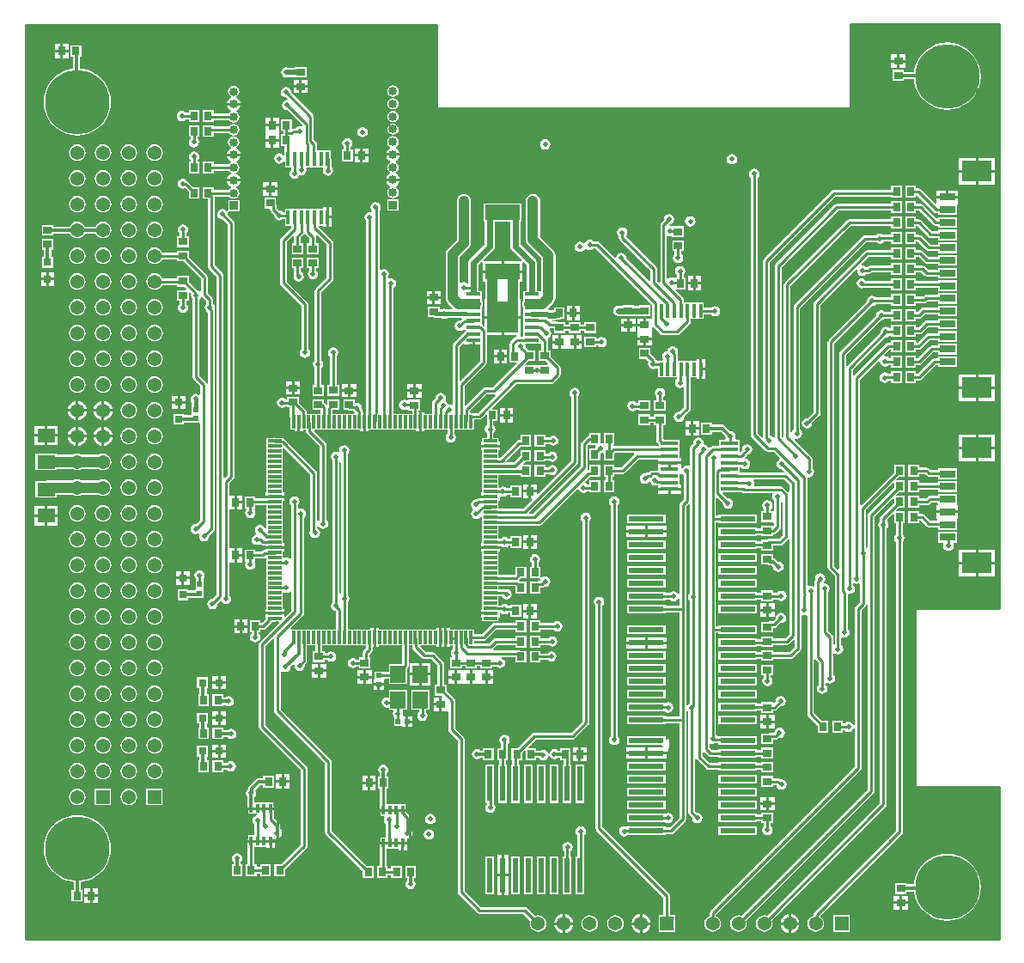
<source format=gtl>
G04*
G04 #@! TF.GenerationSoftware,Altium Limited,Altium Designer,21.8.1 (53)*
G04*
G04 Layer_Physical_Order=1*
G04 Layer_Color=255*
%FSLAX44Y44*%
%MOMM*%
G71*
G04*
G04 #@! TF.SameCoordinates,50A5A8F4-FCC5-4A63-BB33-6A8E803C0949*
G04*
G04*
G04 #@! TF.FilePolarity,Positive*
G04*
G01*
G75*
%ADD15C,0.2540*%
%ADD19R,3.0000X2.1000*%
%ADD20R,1.6000X0.8000*%
%ADD21R,0.3000X0.9000*%
%ADD22R,0.8000X0.9000*%
%ADD23R,3.4200X1.4900*%
%ADD24R,0.3500X1.4000*%
%ADD25R,0.9000X0.8000*%
%ADD26R,0.5500X0.5500*%
%ADD27R,0.8000X0.8000*%
%ADD28R,1.4000X0.3500*%
%ADD29R,0.8000X0.8000*%
%ADD30R,3.5000X0.6000*%
%ADD31R,0.6000X3.5000*%
%ADD32R,0.3500X1.3500*%
%ADD33R,1.3500X0.3500*%
%ADD34R,0.5500X0.5500*%
%ADD35R,1.5000X1.7000*%
%ADD36R,1.7800X0.4200*%
%ADD37R,1.8000X1.4000*%
%ADD46R,3.0500X3.0500*%
%ADD62C,0.5000*%
%ADD63C,0.3000*%
%ADD64C,0.6000*%
%ADD65C,0.4000*%
%ADD66C,1.0000*%
%ADD67C,0.8500*%
%ADD68R,0.8500X0.8500*%
%ADD69C,1.3700*%
%ADD70R,1.3700X1.3700*%
%ADD71R,1.3700X1.3700*%
%ADD72C,6.3500*%
%ADD73C,0.5000*%
G36*
X959000Y325428D02*
X876155D01*
Y150000D01*
X959000D01*
Y0D01*
X0D01*
Y901000D01*
X405000D01*
Y818750D01*
X812500D01*
Y901700D01*
X959000Y901700D01*
X959000Y325428D01*
D02*
G37*
%LPC*%
G36*
X42040Y882040D02*
X36770D01*
Y876270D01*
X42040D01*
Y882040D01*
D02*
G37*
G36*
X34230D02*
X28960D01*
Y876270D01*
X34230D01*
Y882040D01*
D02*
G37*
G36*
X42040Y873730D02*
X36770D01*
Y867960D01*
X42040D01*
Y873730D01*
D02*
G37*
G36*
X34230D02*
X28960D01*
Y867960D01*
X34230D01*
Y873730D01*
D02*
G37*
G36*
X867040Y871540D02*
X861270D01*
Y866270D01*
X867040D01*
Y871540D01*
D02*
G37*
G36*
X858730D02*
X852960D01*
Y866270D01*
X858730D01*
Y871540D01*
D02*
G37*
G36*
X276770Y859270D02*
X265230D01*
Y858588D01*
X259205D01*
X258967Y858748D01*
X257000Y859139D01*
X255033Y858748D01*
X253366Y857634D01*
X252252Y855966D01*
X251861Y854000D01*
X252252Y852033D01*
X253366Y850366D01*
X255033Y849252D01*
X257000Y848861D01*
X258967Y849252D01*
X259205Y849412D01*
X265230D01*
Y848730D01*
X276770D01*
Y859270D01*
D02*
G37*
G36*
X867040Y863730D02*
X861270D01*
Y858460D01*
X867040D01*
Y863730D01*
D02*
G37*
G36*
X858730D02*
X852960D01*
Y858460D01*
X858730D01*
Y863730D01*
D02*
G37*
G36*
X908200Y883322D02*
X903019Y882914D01*
X897965Y881701D01*
X893163Y879712D01*
X888731Y876996D01*
X884779Y873621D01*
X881404Y869669D01*
X878688Y865237D01*
X876699Y860435D01*
X875486Y855381D01*
X875390Y854169D01*
X865770D01*
Y856270D01*
X854230D01*
Y845730D01*
X865770D01*
Y847031D01*
X875327D01*
X875486Y845019D01*
X876699Y839965D01*
X878688Y835163D01*
X881404Y830731D01*
X884779Y826779D01*
X888731Y823404D01*
X893163Y820688D01*
X897965Y818699D01*
X903019Y817486D01*
X908200Y817078D01*
X913382Y817486D01*
X918435Y818699D01*
X923237Y820688D01*
X927669Y823404D01*
X931621Y826779D01*
X934996Y830731D01*
X937712Y835163D01*
X939701Y839965D01*
X940914Y845019D01*
X941322Y850200D01*
X940914Y855381D01*
X939701Y860435D01*
X937712Y865237D01*
X934996Y869669D01*
X931621Y873621D01*
X927669Y876996D01*
X923237Y879712D01*
X918435Y881701D01*
X913382Y882914D01*
X908200Y883322D01*
D02*
G37*
G36*
X278040Y846540D02*
X272270D01*
Y841270D01*
X278040D01*
Y846540D01*
D02*
G37*
G36*
X269730D02*
X263960D01*
Y841270D01*
X269730D01*
Y846540D01*
D02*
G37*
G36*
X278040Y838730D02*
X272270D01*
Y833460D01*
X278040D01*
Y838730D01*
D02*
G37*
G36*
X362000Y841128D02*
X359846Y840700D01*
X358020Y839480D01*
X356800Y837654D01*
X356372Y835500D01*
X356800Y833346D01*
X358020Y831520D01*
X359846Y830300D01*
X362000Y829872D01*
X364154Y830300D01*
X365980Y831520D01*
X367200Y833346D01*
X367628Y835500D01*
X367200Y837654D01*
X365980Y839480D01*
X364154Y840700D01*
X362000Y841128D01*
D02*
G37*
G36*
X205000Y840628D02*
X202846Y840200D01*
X201020Y838980D01*
X199800Y837154D01*
X199372Y835000D01*
X199800Y832846D01*
X201020Y831020D01*
X202355Y830128D01*
X202270Y828719D01*
X201576Y828431D01*
X200157Y827343D01*
X199069Y825924D01*
X198385Y824273D01*
X198319Y823770D01*
X205000D01*
X211681D01*
X211615Y824273D01*
X210931Y825924D01*
X209843Y827343D01*
X208424Y828431D01*
X207730Y828719D01*
X207645Y830128D01*
X208980Y831020D01*
X210200Y832846D01*
X210628Y835000D01*
X210200Y837154D01*
X208980Y838980D01*
X207154Y840200D01*
X205000Y840628D01*
D02*
G37*
G36*
X362000Y828628D02*
X359846Y828200D01*
X358020Y826980D01*
X356800Y825154D01*
X356372Y823000D01*
X356800Y820846D01*
X358020Y819020D01*
X359846Y817800D01*
X362000Y817372D01*
X364154Y817800D01*
X365980Y819020D01*
X367200Y820846D01*
X367628Y823000D01*
X367200Y825154D01*
X365980Y826980D01*
X364154Y828200D01*
X362000Y828628D01*
D02*
G37*
G36*
X171270Y816770D02*
X160730D01*
Y814334D01*
X157834D01*
X157634Y814634D01*
X155967Y815748D01*
X154000Y816139D01*
X152034Y815748D01*
X150366Y814634D01*
X149252Y812967D01*
X148861Y811000D01*
X149252Y809034D01*
X150366Y807366D01*
X152034Y806252D01*
X154000Y805861D01*
X155967Y806252D01*
X157634Y807366D01*
X157834Y807666D01*
X160730D01*
Y805230D01*
X171270D01*
Y816770D01*
D02*
G37*
G36*
X211681Y821230D02*
X205000D01*
X198319D01*
X198385Y820727D01*
X199069Y819076D01*
X200157Y817657D01*
X201576Y816569D01*
X202270Y816281D01*
X202355Y814872D01*
X201020Y813980D01*
X200589Y813334D01*
X185270D01*
Y816770D01*
X174730D01*
Y805230D01*
X185270D01*
Y806666D01*
X200589D01*
X201020Y806020D01*
X202846Y804800D01*
X205000Y804372D01*
X207154Y804800D01*
X208980Y806020D01*
X210200Y807846D01*
X210628Y810000D01*
X210200Y812154D01*
X208980Y813980D01*
X207645Y814872D01*
X207730Y816281D01*
X208424Y816569D01*
X209843Y817657D01*
X210931Y819076D01*
X211615Y820727D01*
X211681Y821230D01*
D02*
G37*
G36*
X362000Y816128D02*
X359846Y815700D01*
X358020Y814480D01*
X356800Y812654D01*
X356372Y810500D01*
X356800Y808346D01*
X358020Y806520D01*
X359846Y805300D01*
X362000Y804872D01*
X364154Y805300D01*
X365980Y806520D01*
X367200Y808346D01*
X367628Y810500D01*
X367200Y812654D01*
X365980Y814480D01*
X364154Y815700D01*
X362000Y816128D01*
D02*
G37*
G36*
X249540Y809040D02*
X244270D01*
Y803270D01*
X249540D01*
Y809040D01*
D02*
G37*
G36*
X241730D02*
X236460D01*
Y803270D01*
X241730D01*
Y809040D01*
D02*
G37*
G36*
X205000Y803128D02*
X202846Y802700D01*
X201020Y801480D01*
X200589Y800834D01*
X185270D01*
Y801770D01*
X174730D01*
Y790230D01*
X185270D01*
Y794166D01*
X200589D01*
X201020Y793520D01*
X202846Y792300D01*
X205000Y791872D01*
X207154Y792300D01*
X208980Y793520D01*
X210200Y795346D01*
X210628Y797500D01*
X210200Y799654D01*
X208980Y801480D01*
X207154Y802700D01*
X205000Y803128D01*
D02*
G37*
G36*
X256540Y839529D02*
X254573Y839138D01*
X252906Y838024D01*
X251792Y836357D01*
X251401Y834390D01*
X251792Y832423D01*
X252906Y830756D01*
X254573Y829642D01*
X256540Y829251D01*
X256893Y829322D01*
X258161Y828054D01*
X257970Y827386D01*
X257627Y826792D01*
X255844Y826438D01*
X254176Y825324D01*
X253062Y823656D01*
X252671Y821690D01*
X253062Y819724D01*
X254176Y818056D01*
X255844Y816942D01*
X257810Y816551D01*
X258163Y816622D01*
X272857Y801928D01*
X272775Y801371D01*
X272487Y801135D01*
X271377Y800603D01*
X269782Y800921D01*
X267815Y800529D01*
X266148Y799416D01*
X265634Y798645D01*
X263513D01*
X263252Y798593D01*
X262270Y799399D01*
Y807770D01*
X251730D01*
Y796230D01*
X253666D01*
Y792770D01*
X251730D01*
Y781230D01*
X255166D01*
Y772626D01*
X253896Y772241D01*
X253634Y772634D01*
X251966Y773748D01*
X250000Y774139D01*
X248034Y773748D01*
X246366Y772634D01*
X245252Y770966D01*
X244861Y769000D01*
X245252Y767033D01*
X246366Y765366D01*
X248034Y764252D01*
X250000Y763861D01*
X251966Y764252D01*
X253634Y765366D01*
X254210Y766229D01*
X255480Y765844D01*
Y760480D01*
X261520D01*
X261629Y759255D01*
Y757917D01*
X261293Y757693D01*
X260179Y756026D01*
X259788Y754059D01*
X260179Y752093D01*
X261293Y750425D01*
X262960Y749312D01*
X264927Y748920D01*
X266893Y749312D01*
X268560Y750425D01*
X269674Y752093D01*
X269800Y752724D01*
X271637Y752359D01*
X273603Y752750D01*
X275271Y753864D01*
X276385Y755531D01*
X276776Y757497D01*
X276435Y759210D01*
X277117Y760480D01*
X281020D01*
Y760480D01*
X281480D01*
Y760480D01*
X286710D01*
X287520Y760480D01*
X288790Y760480D01*
X292736D01*
X293415Y759210D01*
X293252Y758967D01*
X292861Y757000D01*
X293252Y755033D01*
X294366Y753366D01*
X296033Y752252D01*
X298000Y751861D01*
X299967Y752252D01*
X301634Y753366D01*
X302748Y755033D01*
X303139Y757000D01*
X302748Y758967D01*
X301634Y760634D01*
X301084Y761001D01*
Y768500D01*
X300830Y769776D01*
X300520Y770240D01*
Y777020D01*
X295290D01*
X294480Y777020D01*
X293210Y777020D01*
X288790D01*
X287980Y777020D01*
X287354Y778031D01*
Y782780D01*
X287100Y784056D01*
X286378Y785137D01*
X284024Y787491D01*
Y810240D01*
X283770Y811516D01*
X283048Y812598D01*
X263098Y832547D01*
X263981Y833460D01*
X265221Y833460D01*
X269730D01*
Y838730D01*
X263960D01*
Y834730D01*
X263960Y833481D01*
X263047Y832598D01*
X261608Y834037D01*
X261679Y834390D01*
X261288Y836357D01*
X260174Y838024D01*
X258507Y839138D01*
X256540Y839529D01*
D02*
G37*
G36*
X362000Y803628D02*
X359846Y803200D01*
X358020Y801980D01*
X356800Y800154D01*
X356372Y798000D01*
X356800Y795846D01*
X358020Y794020D01*
X359846Y792800D01*
X362000Y792372D01*
X364154Y792800D01*
X365980Y794020D01*
X367200Y795846D01*
X367628Y798000D01*
X367200Y800154D01*
X365980Y801980D01*
X364154Y803200D01*
X362000Y803628D01*
D02*
G37*
G36*
X54770Y880770D02*
X44230D01*
Y869230D01*
X46581D01*
Y857590D01*
X45619Y857514D01*
X40565Y856301D01*
X35763Y854312D01*
X31331Y851596D01*
X27379Y848221D01*
X24004Y844269D01*
X21288Y839837D01*
X19299Y835035D01*
X18086Y829981D01*
X17678Y824800D01*
X18086Y819619D01*
X19299Y814565D01*
X21288Y809763D01*
X24004Y805331D01*
X27379Y801379D01*
X31331Y798004D01*
X35763Y795288D01*
X40565Y793299D01*
X45619Y792086D01*
X50800Y791678D01*
X55981Y792086D01*
X61035Y793299D01*
X65837Y795288D01*
X70269Y798004D01*
X74221Y801379D01*
X77596Y805331D01*
X80312Y809763D01*
X82301Y814565D01*
X83514Y819619D01*
X83922Y824800D01*
X83514Y829981D01*
X82301Y835035D01*
X80312Y839837D01*
X77596Y844269D01*
X74221Y848221D01*
X70269Y851596D01*
X65837Y854312D01*
X61035Y856301D01*
X55981Y857514D01*
X53719Y857692D01*
Y869230D01*
X54770D01*
Y880770D01*
D02*
G37*
G36*
X332000Y800139D02*
X330033Y799748D01*
X328366Y798634D01*
X327252Y796966D01*
X326861Y795000D01*
X327252Y793034D01*
X328366Y791366D01*
X330033Y790252D01*
X332000Y789861D01*
X333966Y790252D01*
X335634Y791366D01*
X336748Y793034D01*
X337139Y795000D01*
X336748Y796966D01*
X335634Y798634D01*
X333966Y799748D01*
X332000Y800139D01*
D02*
G37*
G36*
X249540Y800730D02*
X243000D01*
X236460D01*
Y795310D01*
X236460Y794040D01*
X236460Y793690D01*
Y788270D01*
X243000D01*
X249540D01*
Y793690D01*
X249540Y794960D01*
X249540Y795310D01*
Y800730D01*
D02*
G37*
G36*
X171270Y801770D02*
X160730D01*
Y790230D01*
X162526D01*
Y788950D01*
X162226Y788750D01*
X161112Y787083D01*
X160721Y785116D01*
X161112Y783149D01*
X162226Y781482D01*
X163893Y780368D01*
X165860Y779977D01*
X167826Y780368D01*
X169493Y781482D01*
X170607Y783149D01*
X170998Y785116D01*
X170607Y787083D01*
X169493Y788750D01*
X169194Y788950D01*
Y790230D01*
X171270D01*
Y801770D01*
D02*
G37*
G36*
X249540Y785730D02*
X244270D01*
Y779960D01*
X249540D01*
Y785730D01*
D02*
G37*
G36*
X241730D02*
X236460D01*
Y779960D01*
X241730D01*
Y785730D01*
D02*
G37*
G36*
X512000Y788139D02*
X510033Y787748D01*
X508366Y786634D01*
X507252Y784967D01*
X506861Y783000D01*
X507252Y781033D01*
X508366Y779366D01*
X510033Y778252D01*
X512000Y777861D01*
X513966Y778252D01*
X515634Y779366D01*
X516748Y781033D01*
X517139Y783000D01*
X516748Y784967D01*
X515634Y786634D01*
X513966Y787748D01*
X512000Y788139D01*
D02*
G37*
G36*
X362000Y791128D02*
X359846Y790700D01*
X358020Y789480D01*
X356800Y787654D01*
X356372Y785500D01*
X356800Y783346D01*
X358020Y781520D01*
X359355Y780629D01*
X359270Y779219D01*
X358576Y778931D01*
X357157Y777843D01*
X356069Y776424D01*
X355385Y774772D01*
X355319Y774270D01*
X362000D01*
X368681D01*
X368615Y774772D01*
X367931Y776424D01*
X366843Y777843D01*
X365424Y778931D01*
X364730Y779219D01*
X364645Y780629D01*
X365980Y781520D01*
X367200Y783346D01*
X367628Y785500D01*
X367200Y787654D01*
X365980Y789480D01*
X364154Y790700D01*
X362000Y791128D01*
D02*
G37*
G36*
X205000Y790628D02*
X202846Y790200D01*
X201020Y788980D01*
X199800Y787154D01*
X199372Y785000D01*
X199800Y782846D01*
X201020Y781020D01*
X202355Y780128D01*
X202270Y778719D01*
X201576Y778431D01*
X200157Y777343D01*
X199069Y775924D01*
X198385Y774273D01*
X198319Y773770D01*
X205000D01*
X211681D01*
X211615Y774273D01*
X210931Y775924D01*
X209843Y777343D01*
X208424Y778431D01*
X207730Y778719D01*
X207645Y780128D01*
X208980Y781020D01*
X210200Y782846D01*
X210628Y785000D01*
X210200Y787154D01*
X208980Y788980D01*
X207154Y790200D01*
X205000Y790628D01*
D02*
G37*
G36*
X337540Y779040D02*
X332270D01*
Y773270D01*
X337540D01*
Y779040D01*
D02*
G37*
G36*
X329730D02*
X324460D01*
Y773270D01*
X329730D01*
Y779040D01*
D02*
G37*
G36*
X127000Y782890D02*
X124880Y782611D01*
X122905Y781793D01*
X121209Y780491D01*
X119907Y778795D01*
X119089Y776820D01*
X118810Y774700D01*
X119089Y772580D01*
X119907Y770605D01*
X121209Y768909D01*
X122905Y767607D01*
X124880Y766789D01*
X127000Y766510D01*
X129120Y766789D01*
X131095Y767607D01*
X132791Y768909D01*
X134093Y770605D01*
X134911Y772580D01*
X135190Y774700D01*
X134911Y776820D01*
X134093Y778795D01*
X132791Y780491D01*
X131095Y781793D01*
X129120Y782611D01*
X127000Y782890D01*
D02*
G37*
G36*
X101600D02*
X99480Y782611D01*
X97505Y781793D01*
X95809Y780491D01*
X94507Y778795D01*
X93689Y776820D01*
X93410Y774700D01*
X93689Y772580D01*
X94507Y770605D01*
X95809Y768909D01*
X97505Y767607D01*
X99480Y766789D01*
X101600Y766510D01*
X103720Y766789D01*
X105695Y767607D01*
X107391Y768909D01*
X108693Y770605D01*
X109511Y772580D01*
X109790Y774700D01*
X109511Y776820D01*
X108693Y778795D01*
X107391Y780491D01*
X105695Y781793D01*
X103720Y782611D01*
X101600Y782890D01*
D02*
G37*
G36*
X76200D02*
X74080Y782611D01*
X72105Y781793D01*
X70409Y780491D01*
X69107Y778795D01*
X68289Y776820D01*
X68010Y774700D01*
X68289Y772580D01*
X69107Y770605D01*
X70409Y768909D01*
X72105Y767607D01*
X74080Y766789D01*
X76200Y766510D01*
X78320Y766789D01*
X80295Y767607D01*
X81991Y768909D01*
X83293Y770605D01*
X84111Y772580D01*
X84390Y774700D01*
X84111Y776820D01*
X83293Y778795D01*
X81991Y780491D01*
X80295Y781793D01*
X78320Y782611D01*
X76200Y782890D01*
D02*
G37*
G36*
X50800D02*
X48680Y782611D01*
X46705Y781793D01*
X45009Y780491D01*
X43707Y778795D01*
X42889Y776820D01*
X42610Y774700D01*
X42889Y772580D01*
X43707Y770605D01*
X45009Y768909D01*
X46705Y767607D01*
X48680Y766789D01*
X50800Y766510D01*
X52920Y766789D01*
X54895Y767607D01*
X56591Y768909D01*
X57893Y770605D01*
X58711Y772580D01*
X58990Y774700D01*
X58711Y776820D01*
X57893Y778795D01*
X56591Y780491D01*
X54895Y781793D01*
X52920Y782611D01*
X50800Y782890D01*
D02*
G37*
G36*
X317000Y789139D02*
X315033Y788748D01*
X313366Y787634D01*
X312252Y785966D01*
X311861Y784000D01*
X312252Y782033D01*
X313366Y780366D01*
X313666Y780166D01*
Y777770D01*
X311730D01*
Y766230D01*
X322270D01*
Y777770D01*
X320334D01*
Y780166D01*
X320634Y780366D01*
X321748Y782033D01*
X322139Y784000D01*
X321748Y785966D01*
X320634Y787634D01*
X318967Y788748D01*
X317000Y789139D01*
D02*
G37*
G36*
X337540Y770730D02*
X332270D01*
Y764960D01*
X337540D01*
Y770730D01*
D02*
G37*
G36*
X329730D02*
X324460D01*
Y764960D01*
X329730D01*
Y770730D01*
D02*
G37*
G36*
X211681Y771230D02*
X205000D01*
X198319D01*
X198385Y770727D01*
X199069Y769076D01*
X200157Y767657D01*
X201576Y766569D01*
X202270Y766281D01*
X202355Y764872D01*
X201020Y763980D01*
X200589Y763334D01*
X185270D01*
Y765770D01*
X174730D01*
Y754230D01*
X185270D01*
Y756666D01*
X200589D01*
X201020Y756020D01*
X202355Y755128D01*
X202270Y753719D01*
X201576Y753431D01*
X200157Y752343D01*
X199069Y750924D01*
X198385Y749273D01*
X198319Y748770D01*
X205000D01*
X211681D01*
X211615Y749273D01*
X210931Y750924D01*
X209843Y752343D01*
X208424Y753431D01*
X207730Y753719D01*
X207645Y755128D01*
X208980Y756020D01*
X210200Y757846D01*
X210628Y760000D01*
X210200Y762154D01*
X208980Y763980D01*
X207645Y764872D01*
X207730Y766281D01*
X208424Y766569D01*
X209843Y767657D01*
X210931Y769076D01*
X211615Y770727D01*
X211681Y771230D01*
D02*
G37*
G36*
X695960Y773489D02*
X693994Y773098D01*
X692326Y771984D01*
X691212Y770316D01*
X690821Y768350D01*
X691212Y766384D01*
X692326Y764716D01*
X693994Y763602D01*
X695960Y763211D01*
X697926Y763602D01*
X699594Y764716D01*
X700708Y766384D01*
X701099Y768350D01*
X700708Y770316D01*
X699594Y771984D01*
X697926Y773098D01*
X695960Y773489D01*
D02*
G37*
G36*
X955040Y769680D02*
X938770D01*
Y757910D01*
X955040D01*
Y769680D01*
D02*
G37*
G36*
X936230D02*
X919960D01*
Y757910D01*
X936230D01*
Y769680D01*
D02*
G37*
G36*
X166000Y776139D02*
X164034Y775748D01*
X162366Y774634D01*
X161252Y772967D01*
X160861Y771000D01*
X161252Y769034D01*
X162366Y767366D01*
X162666Y767166D01*
Y765770D01*
X160730D01*
Y754230D01*
X171270D01*
Y765770D01*
X169334D01*
Y767166D01*
X169634Y767366D01*
X170748Y769034D01*
X171139Y771000D01*
X170748Y772967D01*
X169634Y774634D01*
X167966Y775748D01*
X166000Y776139D01*
D02*
G37*
G36*
X368681Y771730D02*
X362000D01*
X355319D01*
X355385Y771227D01*
X356069Y769576D01*
X357157Y768157D01*
X358576Y767069D01*
X359270Y766781D01*
X359355Y765371D01*
X358020Y764480D01*
X356800Y762654D01*
X356372Y760500D01*
X356800Y758346D01*
X358020Y756520D01*
X359355Y755629D01*
X359270Y754219D01*
X358576Y753931D01*
X357157Y752843D01*
X356069Y751424D01*
X355385Y749772D01*
X355319Y749270D01*
X362000D01*
X368681D01*
X368615Y749772D01*
X367931Y751424D01*
X366843Y752843D01*
X365424Y753931D01*
X364730Y754219D01*
X364645Y755629D01*
X365980Y756520D01*
X367200Y758346D01*
X367628Y760500D01*
X367200Y762654D01*
X365980Y764480D01*
X364645Y765371D01*
X364730Y766781D01*
X365424Y767069D01*
X366843Y768157D01*
X367931Y769576D01*
X368615Y771227D01*
X368681Y771730D01*
D02*
G37*
G36*
X955040Y755370D02*
X938770D01*
Y743600D01*
X955040D01*
Y755370D01*
D02*
G37*
G36*
X936230D02*
X919960D01*
Y743600D01*
X936230D01*
Y755370D01*
D02*
G37*
G36*
X127000Y757490D02*
X124880Y757211D01*
X122905Y756393D01*
X121209Y755091D01*
X119907Y753395D01*
X119089Y751420D01*
X118810Y749300D01*
X119089Y747180D01*
X119907Y745205D01*
X121209Y743509D01*
X122905Y742207D01*
X124880Y741389D01*
X127000Y741110D01*
X129120Y741389D01*
X131095Y742207D01*
X132791Y743509D01*
X134093Y745205D01*
X134911Y747180D01*
X135190Y749300D01*
X134911Y751420D01*
X134093Y753395D01*
X132791Y755091D01*
X131095Y756393D01*
X129120Y757211D01*
X127000Y757490D01*
D02*
G37*
G36*
X101600D02*
X99480Y757211D01*
X97505Y756393D01*
X95809Y755091D01*
X94507Y753395D01*
X93689Y751420D01*
X93410Y749300D01*
X93689Y747180D01*
X94507Y745205D01*
X95809Y743509D01*
X97505Y742207D01*
X99480Y741389D01*
X101600Y741110D01*
X103720Y741389D01*
X105695Y742207D01*
X107391Y743509D01*
X108693Y745205D01*
X109511Y747180D01*
X109790Y749300D01*
X109511Y751420D01*
X108693Y753395D01*
X107391Y755091D01*
X105695Y756393D01*
X103720Y757211D01*
X101600Y757490D01*
D02*
G37*
G36*
X76200D02*
X74080Y757211D01*
X72105Y756393D01*
X70409Y755091D01*
X69107Y753395D01*
X68289Y751420D01*
X68010Y749300D01*
X68289Y747180D01*
X69107Y745205D01*
X70409Y743509D01*
X72105Y742207D01*
X74080Y741389D01*
X76200Y741110D01*
X78320Y741389D01*
X80295Y742207D01*
X81991Y743509D01*
X83293Y745205D01*
X84111Y747180D01*
X84390Y749300D01*
X84111Y751420D01*
X83293Y753395D01*
X81991Y755091D01*
X80295Y756393D01*
X78320Y757211D01*
X76200Y757490D01*
D02*
G37*
G36*
X50800D02*
X48680Y757211D01*
X46705Y756393D01*
X45009Y755091D01*
X43707Y753395D01*
X42889Y751420D01*
X42610Y749300D01*
X42889Y747180D01*
X43707Y745205D01*
X45009Y743509D01*
X46705Y742207D01*
X48680Y741389D01*
X50800Y741110D01*
X52920Y741389D01*
X54895Y742207D01*
X56591Y743509D01*
X57893Y745205D01*
X58711Y747180D01*
X58990Y749300D01*
X58711Y751420D01*
X57893Y753395D01*
X56591Y755091D01*
X54895Y756393D01*
X52920Y757211D01*
X50800Y757490D01*
D02*
G37*
G36*
X248040Y745540D02*
X242270D01*
Y740270D01*
X248040D01*
Y745540D01*
D02*
G37*
G36*
X239730D02*
X233960D01*
Y740270D01*
X239730D01*
Y745540D01*
D02*
G37*
G36*
X211681Y746230D02*
X205000D01*
X198319D01*
X198385Y745727D01*
X199069Y744076D01*
X200157Y742657D01*
X201576Y741569D01*
X202270Y741281D01*
X202355Y739872D01*
X201020Y738980D01*
X200589Y738334D01*
X185270D01*
Y740770D01*
X174730D01*
Y729230D01*
X179396D01*
Y662836D01*
X179650Y661560D01*
X180373Y660479D01*
X188436Y652415D01*
Y339151D01*
X184353Y335068D01*
X184000Y335139D01*
X182034Y334748D01*
X180366Y333634D01*
X179252Y331967D01*
X178861Y330000D01*
X179252Y328033D01*
X180366Y326366D01*
X182034Y325252D01*
X184000Y324861D01*
X185966Y325252D01*
X187634Y326366D01*
X188748Y328033D01*
X189139Y330000D01*
X189068Y330353D01*
X191509Y332794D01*
X192999Y332488D01*
X193781Y331317D01*
X195448Y330203D01*
X197415Y329812D01*
X199381Y330203D01*
X201049Y331317D01*
X202162Y332984D01*
X202554Y334950D01*
X202162Y336917D01*
X201049Y338584D01*
X200692Y338822D01*
Y370960D01*
X205730D01*
Y378000D01*
Y385040D01*
X200692D01*
Y422960D01*
X205730D01*
Y430000D01*
Y437040D01*
X200692D01*
Y448961D01*
X205049Y453318D01*
X205772Y454400D01*
X206026Y455676D01*
Y705308D01*
X205772Y706584D01*
X205049Y707665D01*
X199068Y713647D01*
X199139Y714000D01*
X198875Y715325D01*
X198748Y715966D01*
X198808Y716081D01*
X198748Y715966D01*
X198778Y715814D01*
X198947Y716289D01*
X199578Y716959D01*
X200373Y716980D01*
X200677Y716980D01*
X210520D01*
Y728020D01*
X199480D01*
X199480Y718156D01*
X198221Y717130D01*
X197934Y717184D01*
X197634Y717634D01*
X195966Y718748D01*
X194000Y719139D01*
X192034Y718748D01*
X190366Y717634D01*
X189252Y715966D01*
X188861Y714000D01*
X189252Y712033D01*
X190366Y710366D01*
X192034Y709252D01*
X194000Y708861D01*
X194353Y708932D01*
X199358Y703927D01*
Y457057D01*
X196277Y453976D01*
X195104Y454463D01*
Y653796D01*
X194850Y655072D01*
X194128Y656154D01*
X186064Y664217D01*
Y731666D01*
X200589D01*
X201020Y731020D01*
X202846Y729800D01*
X205000Y729372D01*
X207154Y729800D01*
X208980Y731020D01*
X210200Y732846D01*
X210628Y735000D01*
X210200Y737154D01*
X208980Y738980D01*
X207645Y739872D01*
X207730Y741281D01*
X208424Y741569D01*
X209843Y742657D01*
X210931Y744076D01*
X211615Y745727D01*
X211681Y746230D01*
D02*
G37*
G36*
X248040Y737730D02*
X242270D01*
Y732460D01*
X248040D01*
Y737730D01*
D02*
G37*
G36*
X239730D02*
X233960D01*
Y732460D01*
X239730D01*
Y737730D01*
D02*
G37*
G36*
X919040Y737680D02*
X909770D01*
Y732410D01*
X919040D01*
Y737680D01*
D02*
G37*
G36*
X907230D02*
X897960D01*
Y732410D01*
X907230D01*
Y737680D01*
D02*
G37*
G36*
X718000Y759139D02*
X716033Y758748D01*
X714366Y757634D01*
X713252Y755966D01*
X712861Y754000D01*
X713252Y752033D01*
X714366Y750366D01*
X714666Y750166D01*
Y496766D01*
X714920Y495490D01*
X715642Y494409D01*
X728954Y481097D01*
X730036Y480374D01*
X731312Y480121D01*
X737088D01*
X743226Y473982D01*
X742813Y472600D01*
X741366Y471634D01*
X740252Y469967D01*
X739861Y468000D01*
X740252Y466034D01*
X741366Y464366D01*
X743034Y463252D01*
X745000Y462861D01*
X745353Y462932D01*
X747528Y460757D01*
X747041Y459584D01*
X703570D01*
Y464769D01*
X704840Y465154D01*
X705366Y464366D01*
X707033Y463252D01*
X709000Y462861D01*
X710966Y463252D01*
X712634Y464366D01*
X713748Y466034D01*
X714139Y468000D01*
X713748Y469967D01*
X712634Y471634D01*
X710966Y472748D01*
X709542Y473031D01*
X709062Y474347D01*
X710449Y475734D01*
X711171Y476815D01*
X711242Y477172D01*
X711302Y477231D01*
X712967Y477562D01*
X714634Y478676D01*
X715748Y480344D01*
X716139Y482310D01*
X715748Y484277D01*
X714634Y485944D01*
X712967Y487057D01*
X711000Y487449D01*
X709034Y487057D01*
X707366Y485944D01*
X706252Y484277D01*
X705861Y482310D01*
X706042Y481401D01*
X705734Y481093D01*
X705011Y480011D01*
X703718Y480020D01*
X703570Y480081D01*
Y492120D01*
X700090D01*
X699432Y493165D01*
X699449Y493390D01*
X699829Y495300D01*
X699438Y497267D01*
X698324Y498934D01*
X696656Y500048D01*
X694690Y500439D01*
X694613Y500424D01*
X689513Y505523D01*
X688356Y506297D01*
X686990Y506569D01*
X676270D01*
Y508770D01*
X665730D01*
Y497230D01*
X676270D01*
Y499431D01*
X685512D01*
X689566Y495377D01*
X689551Y495300D01*
X689931Y493390D01*
X689949Y493165D01*
X689290Y492120D01*
X683230D01*
Y485584D01*
X677326D01*
X676050Y485330D01*
X674969Y484608D01*
X674214Y483852D01*
X672831Y484266D01*
X671865Y485712D01*
X670198Y486826D01*
X668999Y487065D01*
X667961Y488360D01*
X668079Y488950D01*
X667688Y490916D01*
X666574Y492584D01*
X664906Y493698D01*
X662940Y494089D01*
X660974Y493698D01*
X659306Y492584D01*
X658192Y490916D01*
X657801Y488950D01*
X657982Y488041D01*
X655543Y485602D01*
X654820Y484520D01*
X654566Y483244D01*
Y466864D01*
X653296Y466179D01*
X651590Y466519D01*
X649623Y466128D01*
X647956Y465014D01*
X647310Y464046D01*
X646040Y464431D01*
Y467980D01*
X623160D01*
Y462092D01*
X622614Y461644D01*
X617386D01*
X616110Y461390D01*
X615029Y460668D01*
X613945Y459584D01*
X612919D01*
X611643Y459330D01*
X610614Y458643D01*
X610246Y458716D01*
X608280Y458325D01*
X606613Y457211D01*
X605499Y455544D01*
X605107Y453577D01*
X605499Y451611D01*
X606613Y449944D01*
X608280Y448830D01*
X610246Y448438D01*
X612213Y448830D01*
X613880Y449944D01*
X614030Y450167D01*
X615360Y449873D01*
X616366Y448366D01*
X618033Y447252D01*
X620000Y446861D01*
X621890Y447237D01*
X622019Y447237D01*
X623160Y446910D01*
Y444520D01*
X646040D01*
Y447890D01*
X644770D01*
Y458110D01*
X646040D01*
Y458329D01*
X647310Y458714D01*
X647956Y457746D01*
X648666Y457272D01*
Y433381D01*
X645263Y429977D01*
X644540Y428896D01*
X644286Y427620D01*
Y340213D01*
X643016Y339828D01*
X642163Y341104D01*
X640496Y342218D01*
X638529Y342609D01*
X636563Y342218D01*
X634896Y341104D01*
X634696Y340805D01*
X630442D01*
Y342214D01*
X592902D01*
Y333674D01*
X630442D01*
Y334137D01*
X634696D01*
X634896Y333837D01*
X636563Y332723D01*
X638529Y332332D01*
X640496Y332723D01*
X642163Y333837D01*
X643016Y335114D01*
X644286Y334728D01*
Y328578D01*
X633833D01*
X633832Y328578D01*
X630442D01*
Y329514D01*
X592902D01*
Y320974D01*
X630442D01*
Y321910D01*
X633832D01*
X633832Y321910D01*
X644286D01*
Y218850D01*
X630442D01*
Y219786D01*
X592902D01*
Y211246D01*
X630442D01*
Y212182D01*
X644286D01*
Y119411D01*
X634759Y109884D01*
X630442D01*
Y110820D01*
X592902D01*
X592902Y110820D01*
X591632Y110814D01*
X590000Y111139D01*
X588033Y110748D01*
X586366Y109634D01*
X585252Y107966D01*
X584861Y106000D01*
X585252Y104033D01*
X586366Y102366D01*
X588033Y101252D01*
X590000Y100861D01*
X591967Y101252D01*
X593504Y102280D01*
X630442D01*
Y103216D01*
X636140D01*
X637416Y103470D01*
X638498Y104192D01*
X649977Y115673D01*
X650700Y116754D01*
X650954Y118030D01*
Y215516D01*
Y224407D01*
X652224Y224792D01*
X652956Y223696D01*
X653256Y223496D01*
Y124410D01*
X653510Y123134D01*
X654232Y122052D01*
X656932Y119353D01*
X656861Y119000D01*
X657252Y117034D01*
X658366Y115366D01*
X660033Y114252D01*
X662000Y113861D01*
X663967Y114252D01*
X665634Y115366D01*
X666748Y117034D01*
X667139Y119000D01*
X666748Y120967D01*
X665634Y122634D01*
X663967Y123748D01*
X662000Y124139D01*
X661647Y124068D01*
X659924Y125791D01*
Y176645D01*
X661102Y177428D01*
X661194Y177418D01*
X661852Y176432D01*
X670592Y167692D01*
X671674Y166970D01*
X672950Y166716D01*
X682902D01*
Y165780D01*
X720442D01*
Y166716D01*
X725230D01*
Y163730D01*
X736770D01*
Y174270D01*
X725230D01*
Y173384D01*
X720442D01*
Y174320D01*
X682902D01*
Y173384D01*
X674331D01*
X667544Y180171D01*
Y183945D01*
X668814Y184471D01*
X672893Y180392D01*
X673974Y179670D01*
X675250Y179416D01*
X682902D01*
Y178480D01*
X720442D01*
Y179416D01*
X725230D01*
Y177730D01*
X736770D01*
Y188270D01*
X725230D01*
Y186084D01*
X720442D01*
Y187020D01*
X682902D01*
Y186084D01*
X676631D01*
X674024Y188691D01*
Y192004D01*
X675294Y192689D01*
X677000Y192349D01*
X678593Y192666D01*
X682902D01*
Y191180D01*
X720442D01*
Y199720D01*
X682902D01*
Y199720D01*
X681670Y199629D01*
X681632Y199627D01*
X680634Y201122D01*
X680334Y201322D01*
Y301666D01*
X682902D01*
Y300146D01*
X720442D01*
Y308686D01*
X682902D01*
Y308334D01*
X680334D01*
Y410810D01*
X682902D01*
Y409874D01*
X720442D01*
Y418414D01*
X682902D01*
Y417478D01*
X680334D01*
Y434291D01*
X681507Y434778D01*
X686932Y429353D01*
X686861Y429000D01*
X687252Y427034D01*
X688366Y425366D01*
X690033Y424252D01*
X692000Y423861D01*
X693967Y424252D01*
X695634Y425366D01*
X696748Y427034D01*
X697139Y429000D01*
X696748Y430966D01*
X695634Y432634D01*
X693967Y433748D01*
X692000Y434139D01*
X691647Y434068D01*
X687008Y438707D01*
X687494Y439880D01*
X703570D01*
Y439916D01*
X705878D01*
X706905Y439230D01*
X708181Y438976D01*
X735516D01*
X736201Y437706D01*
X735861Y436000D01*
X736252Y434034D01*
X737366Y432366D01*
X737666Y432166D01*
Y422169D01*
X736770Y421270D01*
X736396Y421270D01*
X734334D01*
Y423166D01*
X734634Y423366D01*
X735748Y425033D01*
X736139Y427000D01*
X735748Y428966D01*
X734634Y430634D01*
X732967Y431748D01*
X731000Y432139D01*
X729034Y431748D01*
X727366Y430634D01*
X726252Y428966D01*
X725861Y427000D01*
X726252Y425033D01*
X727366Y423366D01*
X727666Y423166D01*
Y421270D01*
X725230D01*
Y410730D01*
X736396D01*
X736770Y410730D01*
X737666Y409831D01*
Y408169D01*
X736770Y407270D01*
X725230D01*
Y404778D01*
X720442D01*
Y405714D01*
X682902D01*
Y397174D01*
X720442D01*
Y398110D01*
X725230D01*
Y396730D01*
X736770D01*
Y398666D01*
X737000D01*
X738276Y398920D01*
X739358Y399642D01*
X743357Y403643D01*
X744080Y404724D01*
X744334Y406000D01*
Y430893D01*
X744396Y430939D01*
X745666Y430293D01*
Y397381D01*
X742349Y394064D01*
X732242D01*
X730966Y393810D01*
X730158Y393270D01*
X725230D01*
Y392078D01*
X720442D01*
Y393014D01*
X682902D01*
Y384474D01*
X720442D01*
Y385410D01*
X725230D01*
Y382730D01*
X736770D01*
Y387396D01*
X743730D01*
X745006Y387650D01*
X746087Y388372D01*
X751357Y393643D01*
X751396Y393700D01*
X752666Y393315D01*
Y300381D01*
X748619Y296334D01*
X736770D01*
Y298270D01*
X725230D01*
Y295050D01*
X720442D01*
Y295986D01*
X682902D01*
Y287446D01*
X720442D01*
Y288382D01*
X725230D01*
Y287730D01*
X736770D01*
Y289666D01*
X750000D01*
X751276Y289920D01*
X752357Y290643D01*
X756423Y294708D01*
X757596Y294222D01*
Y287311D01*
X752635Y282350D01*
X736770D01*
Y284270D01*
X725230D01*
Y282350D01*
X720442D01*
Y283286D01*
X682902D01*
Y274746D01*
X720442D01*
Y275682D01*
X725230D01*
Y273730D01*
X736770D01*
Y275682D01*
X754016D01*
X755292Y275936D01*
X756374Y276658D01*
X763288Y283573D01*
X764010Y284654D01*
X764264Y285930D01*
Y318516D01*
X765534Y319201D01*
X767240Y318861D01*
X768946Y319201D01*
X770216Y318516D01*
Y221450D01*
X770470Y220174D01*
X771192Y219092D01*
X780730Y209555D01*
Y203230D01*
X791270D01*
Y214770D01*
X784945D01*
X776884Y222831D01*
Y275381D01*
X778154Y275661D01*
X778692Y274855D01*
X781526Y272022D01*
Y250214D01*
X781226Y250014D01*
X780112Y248347D01*
X779721Y246380D01*
X780112Y244414D01*
X781226Y242746D01*
X782894Y241632D01*
X784860Y241241D01*
X786826Y241632D01*
X788494Y242746D01*
X789608Y244414D01*
X789999Y246380D01*
X789608Y248347D01*
X788494Y250014D01*
X788194Y250214D01*
Y251815D01*
X789464Y252494D01*
X790514Y251792D01*
X792480Y251401D01*
X794446Y251792D01*
X796114Y252906D01*
X797228Y254573D01*
X797619Y256540D01*
X797228Y258507D01*
X796114Y260174D01*
X795814Y260374D01*
Y281313D01*
X796553Y281663D01*
X797084Y281789D01*
X798642Y280748D01*
X800608Y280357D01*
X802574Y280748D01*
X804242Y281862D01*
X805356Y283529D01*
X805747Y285496D01*
X805356Y287463D01*
X804242Y289130D01*
X803942Y289330D01*
Y296516D01*
X805212Y297201D01*
X806918Y296861D01*
X808885Y297252D01*
X810552Y298366D01*
X811666Y300033D01*
X812057Y302000D01*
X811666Y303967D01*
X810552Y305634D01*
X810252Y305834D01*
Y339208D01*
X811234Y340014D01*
X812000Y339861D01*
X813967Y340252D01*
X815634Y341366D01*
X816748Y343033D01*
X817139Y345000D01*
X816748Y346967D01*
X815634Y348634D01*
X815533Y348701D01*
X815565Y349982D01*
X816610Y350535D01*
X817033Y350252D01*
X819000Y349861D01*
X820706Y350201D01*
X821976Y349516D01*
Y331391D01*
X818142Y327557D01*
X817420Y326476D01*
X817166Y325200D01*
Y210346D01*
X815896Y210221D01*
X815748Y210966D01*
X814634Y212634D01*
X812967Y213748D01*
X811000Y214139D01*
X809034Y213748D01*
X807366Y212634D01*
X807166Y212334D01*
X805270D01*
Y214770D01*
X794730D01*
Y203230D01*
X805270D01*
Y205666D01*
X807166D01*
X807366Y205366D01*
X809034Y204252D01*
X811000Y203861D01*
X812967Y204252D01*
X814634Y205366D01*
X815748Y207034D01*
X815896Y207780D01*
X817166Y207654D01*
Y169863D01*
X674642Y27339D01*
X673920Y26258D01*
X673666Y24982D01*
Y22408D01*
X672905Y22093D01*
X671209Y20791D01*
X669907Y19095D01*
X669089Y17120D01*
X668810Y15000D01*
X669089Y12880D01*
X669907Y10905D01*
X671209Y9209D01*
X672905Y7907D01*
X674880Y7089D01*
X677000Y6810D01*
X679120Y7089D01*
X681095Y7907D01*
X682791Y9209D01*
X684093Y10905D01*
X684911Y12880D01*
X685190Y15000D01*
X684911Y17120D01*
X684093Y19095D01*
X682791Y20791D01*
X681095Y22093D01*
X680334Y22408D01*
Y23601D01*
X822858Y166124D01*
X823580Y167206D01*
X823834Y168482D01*
Y323819D01*
X827667Y327653D01*
X828390Y328734D01*
X828516Y329366D01*
X829786Y329241D01*
Y147101D01*
X705281Y22596D01*
X704520Y22911D01*
X702400Y23190D01*
X700280Y22911D01*
X698305Y22093D01*
X696609Y20791D01*
X695307Y19095D01*
X694489Y17120D01*
X694210Y15000D01*
X694489Y12880D01*
X695307Y10905D01*
X696609Y9209D01*
X698305Y7907D01*
X700280Y7089D01*
X702400Y6810D01*
X704520Y7089D01*
X706495Y7907D01*
X708191Y9209D01*
X709493Y10905D01*
X710311Y12880D01*
X710590Y15000D01*
X710311Y17120D01*
X709996Y17881D01*
X835478Y143363D01*
X836200Y144444D01*
X836454Y145720D01*
Y415829D01*
X854767Y434142D01*
X855940Y433656D01*
Y429505D01*
X842643Y416208D01*
X841920Y415126D01*
X841666Y413850D01*
Y411618D01*
X840562Y409967D01*
X840171Y408000D01*
X840562Y406034D01*
X841676Y404366D01*
X841976Y404166D01*
Y133891D01*
X730681Y22596D01*
X729920Y22911D01*
X727800Y23190D01*
X725680Y22911D01*
X723705Y22093D01*
X722009Y20791D01*
X720707Y19095D01*
X719889Y17120D01*
X719610Y15000D01*
X719889Y12880D01*
X720707Y10905D01*
X722009Y9209D01*
X723705Y7907D01*
X725680Y7089D01*
X727800Y6810D01*
X729920Y7089D01*
X731895Y7907D01*
X733591Y9209D01*
X734893Y10905D01*
X735711Y12880D01*
X735990Y15000D01*
X735711Y17120D01*
X735396Y17881D01*
X847667Y130153D01*
X848390Y131234D01*
X848644Y132510D01*
Y404166D01*
X848944Y404366D01*
X850058Y406034D01*
X850449Y408000D01*
X850058Y409967D01*
X848944Y411634D01*
X848975Y413110D01*
X854767Y418902D01*
X855940Y418416D01*
Y409550D01*
X857876D01*
Y398974D01*
X857366Y398634D01*
X856252Y396967D01*
X855861Y395000D01*
X856252Y393033D01*
X857366Y391366D01*
X857876Y391026D01*
Y106687D01*
X777392Y26203D01*
X776669Y25122D01*
X776416Y23846D01*
Y22884D01*
X774505Y22093D01*
X772809Y20791D01*
X771507Y19095D01*
X770689Y17120D01*
X770410Y15000D01*
X770689Y12880D01*
X771507Y10905D01*
X772809Y9209D01*
X774505Y7907D01*
X776480Y7089D01*
X778600Y6810D01*
X780720Y7089D01*
X782695Y7907D01*
X784391Y9209D01*
X785693Y10905D01*
X786511Y12880D01*
X786790Y15000D01*
X786511Y17120D01*
X785693Y19095D01*
X784391Y20791D01*
X783591Y21405D01*
X783513Y22894D01*
X863568Y102949D01*
X864290Y104030D01*
X864544Y105306D01*
Y391306D01*
X864634Y391366D01*
X865748Y393033D01*
X866139Y395000D01*
X865748Y396967D01*
X864634Y398634D01*
X864544Y398694D01*
Y409550D01*
X866480D01*
Y421090D01*
X858614D01*
X858128Y422263D01*
X860655Y424790D01*
X866480D01*
Y436330D01*
X858614D01*
X858128Y437503D01*
X860655Y440030D01*
X866480D01*
Y451570D01*
X858614D01*
X858128Y452743D01*
X860655Y455270D01*
X866480D01*
Y466810D01*
X855940D01*
Y459985D01*
X823604Y427649D01*
X822334Y428175D01*
Y551427D01*
X840730Y569823D01*
X841901Y569197D01*
X841861Y569000D01*
X842252Y567034D01*
X843366Y565366D01*
X845033Y564252D01*
X847000Y563861D01*
X848967Y564252D01*
X850634Y565366D01*
X850834Y565666D01*
X852930D01*
Y562810D01*
X863470D01*
Y574350D01*
X852930D01*
Y572334D01*
X850834D01*
X850634Y572634D01*
X848967Y573748D01*
X847000Y574139D01*
X846803Y574100D01*
X846177Y575270D01*
X851573Y580666D01*
X852930D01*
Y578050D01*
X863470D01*
Y589590D01*
X852930D01*
Y587334D01*
X850192D01*
X848916Y587080D01*
X847834Y586358D01*
X816643Y555165D01*
X816604Y555108D01*
X815334Y555493D01*
Y560619D01*
X847647Y592932D01*
X848000Y592861D01*
X849967Y593252D01*
X851634Y594366D01*
X851660Y594406D01*
X852930Y594163D01*
Y593290D01*
X863470D01*
Y604830D01*
X852930D01*
Y601837D01*
X851660Y601594D01*
X851634Y601634D01*
X849967Y602748D01*
X848000Y603139D01*
X846033Y602748D01*
X844366Y601634D01*
X843252Y599967D01*
X842861Y598000D01*
X842932Y597647D01*
X809642Y564357D01*
X809604Y564300D01*
X808334Y564685D01*
Y575019D01*
X842927Y609612D01*
X843280Y609541D01*
X845247Y609932D01*
X846914Y611046D01*
X847114Y611346D01*
X852930D01*
Y608530D01*
X863470D01*
Y620070D01*
X852930D01*
Y618014D01*
X847114D01*
X846914Y618314D01*
X845247Y619428D01*
X843280Y619819D01*
X841313Y619428D01*
X839646Y618314D01*
X838532Y616646D01*
X838141Y614680D01*
X838212Y614327D01*
X802643Y578758D01*
X801920Y577676D01*
X801666Y576400D01*
Y364473D01*
X800493Y363987D01*
X797004Y367475D01*
Y586549D01*
X834037Y623582D01*
X834390Y623511D01*
X836357Y623902D01*
X838024Y625016D01*
X838224Y625316D01*
X852930D01*
Y623770D01*
X863470D01*
Y635310D01*
X852930D01*
Y631984D01*
X838224D01*
X838024Y632284D01*
X836357Y633398D01*
X834390Y633789D01*
X832423Y633398D01*
X830756Y632284D01*
X829642Y630616D01*
X829251Y628650D01*
X829322Y628297D01*
X791312Y590288D01*
X790590Y589206D01*
X790336Y587930D01*
Y366094D01*
X790590Y364818D01*
X791312Y363736D01*
X797274Y357775D01*
Y290463D01*
X797096Y290184D01*
X797084Y290177D01*
X795814Y290932D01*
Y297180D01*
X795560Y298456D01*
X794837Y299538D01*
X790694Y303681D01*
Y341166D01*
X790994Y341366D01*
X792108Y343033D01*
X792499Y345000D01*
X792108Y346967D01*
X790994Y348634D01*
X789326Y349748D01*
X787360Y350139D01*
X786964Y350060D01*
X786469Y351256D01*
X786634Y351366D01*
X787748Y353033D01*
X788139Y355000D01*
X787748Y356967D01*
X786634Y358634D01*
X784967Y359748D01*
X783000Y360139D01*
X781033Y359748D01*
X779366Y358634D01*
X778252Y356967D01*
X777861Y355000D01*
X778092Y353843D01*
X777970Y353660D01*
X777716Y352384D01*
Y347805D01*
X776446Y347127D01*
X775517Y347748D01*
X773550Y348139D01*
X771844Y347799D01*
X770574Y348484D01*
Y453850D01*
X771750Y454911D01*
X772000Y454861D01*
X773967Y455252D01*
X775634Y456366D01*
X776748Y458033D01*
X777139Y460000D01*
X776748Y461967D01*
X775634Y463634D01*
X775334Y463834D01*
Y473000D01*
X775080Y474276D01*
X774358Y475358D01*
X757566Y492149D01*
X757598Y492226D01*
X758315Y493196D01*
X760000Y492861D01*
X761966Y493252D01*
X763634Y494366D01*
X764748Y496034D01*
X765139Y498000D01*
X764748Y499967D01*
X763634Y501634D01*
X763334Y501834D01*
Y621619D01*
X828516Y686801D01*
X838036D01*
X838236Y686501D01*
X839903Y685387D01*
X841870Y684996D01*
X843837Y685387D01*
X845504Y686501D01*
X845948Y687166D01*
X852930D01*
Y684730D01*
X863470D01*
Y696270D01*
X852930D01*
Y693834D01*
X845406D01*
X843837Y694883D01*
X841870Y695274D01*
X839903Y694883D01*
X838236Y693769D01*
X838036Y693469D01*
X827135D01*
X825859Y693215D01*
X824778Y692493D01*
X757643Y625358D01*
X756920Y624276D01*
X756666Y623000D01*
Y501834D01*
X756366Y501634D01*
X755252Y499967D01*
X755174Y499572D01*
X753904Y499697D01*
Y643189D01*
X813121Y702406D01*
X852930D01*
Y699970D01*
X863470D01*
Y711510D01*
X852930D01*
Y709074D01*
X811740D01*
X810464Y708820D01*
X809382Y708098D01*
X748213Y646927D01*
X747490Y645846D01*
X747236Y644570D01*
Y494430D01*
X747274Y494237D01*
X746104Y493611D01*
X745014Y494701D01*
Y661791D01*
X800869Y717646D01*
X852930D01*
Y715210D01*
X863470D01*
Y726750D01*
X852930D01*
Y724314D01*
X799488D01*
X798212Y724060D01*
X797130Y723337D01*
X739323Y665530D01*
X738600Y664448D01*
X738346Y663172D01*
Y493893D01*
X737076Y493508D01*
X736324Y494634D01*
X734657Y495748D01*
X733584Y495961D01*
Y666869D01*
X798381Y731666D01*
X852930D01*
Y730450D01*
X863470D01*
Y741990D01*
X852930D01*
Y738334D01*
X797000D01*
X795724Y738080D01*
X794642Y737357D01*
X727893Y670608D01*
X727170Y669526D01*
X726916Y668250D01*
Y494361D01*
X725646Y493835D01*
X721334Y498147D01*
Y750166D01*
X721634Y750366D01*
X722748Y752033D01*
X723139Y754000D01*
X722748Y755966D01*
X721634Y757634D01*
X719967Y758748D01*
X718000Y759139D01*
D02*
G37*
G36*
X368681Y746730D02*
X362000D01*
X355319D01*
X355385Y746227D01*
X356069Y744576D01*
X357157Y743157D01*
X358576Y742069D01*
X359270Y741781D01*
X359355Y740371D01*
X358020Y739480D01*
X356800Y737654D01*
X356372Y735500D01*
X356800Y733346D01*
X358020Y731520D01*
X359846Y730300D01*
X362000Y729872D01*
X364154Y730300D01*
X365980Y731520D01*
X367200Y733346D01*
X367628Y735500D01*
X367200Y737654D01*
X365980Y739480D01*
X364645Y740371D01*
X364730Y741781D01*
X365424Y742069D01*
X366843Y743157D01*
X367931Y744576D01*
X368615Y746227D01*
X368681Y746730D01*
D02*
G37*
G36*
X154940Y749359D02*
X152973Y748968D01*
X151306Y747854D01*
X150192Y746187D01*
X149801Y744220D01*
X150192Y742253D01*
X151306Y740586D01*
X152973Y739472D01*
X154940Y739081D01*
X156906Y739472D01*
X157150Y739635D01*
X160730Y736055D01*
Y729230D01*
X171270D01*
Y740770D01*
X165445D01*
X160108Y746107D01*
X159444Y746550D01*
X158574Y747854D01*
X156906Y748968D01*
X154940Y749359D01*
D02*
G37*
G36*
X367520Y728520D02*
X356480D01*
Y717480D01*
X367520D01*
Y728520D01*
D02*
G37*
G36*
X345000Y726139D02*
X343033Y725748D01*
X341366Y724634D01*
X340252Y722967D01*
X339861Y721000D01*
X340252Y719034D01*
X341252Y717537D01*
X341307Y717061D01*
X341264Y716838D01*
X339919Y715956D01*
X339000Y716139D01*
X337034Y715748D01*
X335366Y714634D01*
X334252Y712967D01*
X333861Y711000D01*
X334252Y709034D01*
X335366Y707366D01*
X335666Y707166D01*
Y518790D01*
X335270D01*
Y509500D01*
Y500210D01*
X338290D01*
Y501480D01*
X384710D01*
Y500210D01*
X387730D01*
Y509500D01*
Y518790D01*
X387334D01*
Y520730D01*
X388770D01*
Y531270D01*
X377230D01*
Y530961D01*
X375960Y530282D01*
X375013Y530915D01*
X373046Y531306D01*
X371080Y530915D01*
X369413Y529801D01*
X368299Y528134D01*
X367907Y526168D01*
X368299Y524201D01*
X369413Y522534D01*
X371080Y521420D01*
X373046Y521029D01*
X375013Y521420D01*
X375960Y522053D01*
X377230Y521374D01*
Y520730D01*
X380666D01*
Y517520D01*
X362334D01*
Y641498D01*
X363634Y642366D01*
X364748Y644034D01*
X365139Y646000D01*
X364748Y647967D01*
X363634Y649634D01*
X361967Y650748D01*
X360000Y651139D01*
X358033Y650748D01*
X357235Y651741D01*
X357152Y652142D01*
X357748Y653034D01*
X358139Y655000D01*
X357748Y656966D01*
X356634Y658634D01*
X354967Y659748D01*
X353000Y660139D01*
X351034Y659748D01*
X349914Y659000D01*
X348644Y659665D01*
Y717382D01*
X349748Y719034D01*
X350139Y721000D01*
X349748Y722967D01*
X348634Y724634D01*
X346967Y725748D01*
X345000Y726139D01*
D02*
G37*
G36*
X127000Y732090D02*
X124880Y731811D01*
X122905Y730993D01*
X121209Y729691D01*
X119907Y727995D01*
X119089Y726020D01*
X118810Y723900D01*
X119089Y721780D01*
X119907Y719805D01*
X121209Y718109D01*
X122905Y716807D01*
X124880Y715989D01*
X127000Y715710D01*
X129120Y715989D01*
X131095Y716807D01*
X132791Y718109D01*
X134093Y719805D01*
X134911Y721780D01*
X135190Y723900D01*
X134911Y726020D01*
X134093Y727995D01*
X132791Y729691D01*
X131095Y730993D01*
X129120Y731811D01*
X127000Y732090D01*
D02*
G37*
G36*
X101600D02*
X99480Y731811D01*
X97505Y730993D01*
X95809Y729691D01*
X94507Y727995D01*
X93689Y726020D01*
X93410Y723900D01*
X93689Y721780D01*
X94507Y719805D01*
X95809Y718109D01*
X97505Y716807D01*
X99480Y715989D01*
X101600Y715710D01*
X103720Y715989D01*
X105695Y716807D01*
X107391Y718109D01*
X108693Y719805D01*
X109511Y721780D01*
X109790Y723900D01*
X109511Y726020D01*
X108693Y727995D01*
X107391Y729691D01*
X105695Y730993D01*
X103720Y731811D01*
X101600Y732090D01*
D02*
G37*
G36*
X76200D02*
X74080Y731811D01*
X72105Y730993D01*
X70409Y729691D01*
X69107Y727995D01*
X68289Y726020D01*
X68010Y723900D01*
X68289Y721780D01*
X69107Y719805D01*
X70409Y718109D01*
X72105Y716807D01*
X74080Y715989D01*
X76200Y715710D01*
X78320Y715989D01*
X80295Y716807D01*
X81991Y718109D01*
X83293Y719805D01*
X84111Y721780D01*
X84390Y723900D01*
X84111Y726020D01*
X83293Y727995D01*
X81991Y729691D01*
X80295Y730993D01*
X78320Y731811D01*
X76200Y732090D01*
D02*
G37*
G36*
X50800D02*
X48680Y731811D01*
X46705Y730993D01*
X45009Y729691D01*
X43707Y727995D01*
X42889Y726020D01*
X42610Y723900D01*
X42889Y721780D01*
X43707Y719805D01*
X45009Y718109D01*
X46705Y716807D01*
X48680Y715989D01*
X50800Y715710D01*
X52920Y715989D01*
X54895Y716807D01*
X56591Y718109D01*
X57893Y719805D01*
X58711Y721780D01*
X58990Y723900D01*
X58711Y726020D01*
X57893Y727995D01*
X56591Y729691D01*
X54895Y730993D01*
X52920Y731811D01*
X50800Y732090D01*
D02*
G37*
G36*
X877470Y741990D02*
X866930D01*
Y730450D01*
X877470D01*
Y732063D01*
X878740Y732545D01*
X895003Y716283D01*
X896084Y715560D01*
X897360Y715306D01*
X899230D01*
Y713370D01*
X917770D01*
Y723330D01*
X917770Y723910D01*
X918754Y724600D01*
X919040D01*
Y729870D01*
X908500D01*
X897960D01*
Y724600D01*
X897960D01*
X898254Y723899D01*
X897190Y723525D01*
X882138Y738577D01*
X881056Y739300D01*
X879780Y739554D01*
X877470D01*
Y741990D01*
D02*
G37*
G36*
X301790Y720790D02*
X298770D01*
Y712520D01*
X301790D01*
Y720790D01*
D02*
G37*
G36*
X76200Y706690D02*
X74080Y706411D01*
X72105Y705593D01*
X70409Y704291D01*
X69107Y702595D01*
X68889Y702069D01*
X58111D01*
X57893Y702595D01*
X56591Y704291D01*
X54895Y705593D01*
X52920Y706411D01*
X50800Y706690D01*
X48680Y706411D01*
X46705Y705593D01*
X45009Y704291D01*
X43707Y702595D01*
X43489Y702069D01*
X27360D01*
Y703770D01*
X15820D01*
Y693230D01*
X27360D01*
Y694931D01*
X43489D01*
X43707Y694405D01*
X45009Y692709D01*
X46705Y691407D01*
X48680Y690589D01*
X50800Y690310D01*
X52920Y690589D01*
X54895Y691407D01*
X56591Y692709D01*
X57893Y694405D01*
X58111Y694931D01*
X68889D01*
X69107Y694405D01*
X70409Y692709D01*
X72105Y691407D01*
X74080Y690589D01*
X76200Y690310D01*
X78320Y690589D01*
X80295Y691407D01*
X81991Y692709D01*
X83293Y694405D01*
X84111Y696380D01*
X84390Y698500D01*
X84111Y700620D01*
X83293Y702595D01*
X81991Y704291D01*
X80295Y705593D01*
X78320Y706411D01*
X76200Y706690D01*
D02*
G37*
G36*
X655000Y712139D02*
X653034Y711748D01*
X651366Y710634D01*
X650252Y708967D01*
X649861Y707000D01*
X650252Y705033D01*
X651366Y703366D01*
X653034Y702252D01*
X655000Y701861D01*
X656966Y702252D01*
X658634Y703366D01*
X659748Y705033D01*
X660139Y707000D01*
X659748Y708967D01*
X658634Y710634D01*
X656966Y711748D01*
X655000Y712139D01*
D02*
G37*
G36*
X301790Y709980D02*
X298770D01*
Y701710D01*
X301790D01*
Y709980D01*
D02*
G37*
G36*
X246770Y730270D02*
X235230D01*
Y719730D01*
X240896D01*
Y718770D01*
X241150Y717494D01*
X241873Y716413D01*
X244932Y713353D01*
X244861Y713000D01*
X245252Y711033D01*
X246366Y709366D01*
X248034Y708252D01*
X250000Y707861D01*
X251966Y708252D01*
X253634Y709366D01*
X253834Y709666D01*
X255480D01*
Y702980D01*
X261520D01*
X261666Y701770D01*
Y700721D01*
X251642Y690697D01*
X250920Y689616D01*
X250666Y688340D01*
Y646430D01*
X250920Y645154D01*
X251642Y644072D01*
X271865Y623850D01*
Y581515D01*
X271565Y581314D01*
X270452Y579647D01*
X270060Y577681D01*
X270452Y575714D01*
X271565Y574047D01*
X273233Y572933D01*
X275199Y572542D01*
X277166Y572933D01*
X278833Y574047D01*
X279947Y575714D01*
X280338Y577681D01*
X279947Y579647D01*
X278833Y581314D01*
X278533Y581515D01*
Y625231D01*
X278279Y626507D01*
X277557Y627589D01*
X257334Y647811D01*
Y686959D01*
X263454Y693079D01*
X264365Y692724D01*
X264656Y692485D01*
Y685270D01*
X262220D01*
Y674730D01*
X273760D01*
Y685270D01*
X271324D01*
Y691229D01*
X273857Y693763D01*
X274235Y694328D01*
X275415Y694478D01*
X275655Y694456D01*
X275717Y694433D01*
X279666Y690484D01*
Y685270D01*
X277230D01*
Y674730D01*
X288770D01*
Y685270D01*
X286334D01*
Y691865D01*
X286133Y692876D01*
X286987Y693540D01*
X287180Y693625D01*
X296386Y684419D01*
Y651621D01*
X285933Y641168D01*
X285210Y640086D01*
X284956Y638810D01*
Y570254D01*
X284656Y570054D01*
X283542Y568386D01*
X283151Y566420D01*
X283542Y564454D01*
X284656Y562786D01*
X284956Y562586D01*
Y545670D01*
X282520D01*
Y535130D01*
X294060D01*
Y545670D01*
X291624D01*
Y562586D01*
X291924Y562786D01*
X293038Y564454D01*
X293429Y566420D01*
X293038Y568386D01*
X291924Y570054D01*
X291624Y570254D01*
Y637429D01*
X302078Y647883D01*
X302800Y648964D01*
X303054Y650240D01*
Y685800D01*
X302800Y687076D01*
X302078Y688158D01*
X288525Y701710D01*
X289051Y702980D01*
X293210D01*
Y701710D01*
X296230D01*
Y711250D01*
Y720790D01*
X293210D01*
Y719520D01*
X288790D01*
X287980Y719520D01*
X286710Y719520D01*
X281480D01*
Y719520D01*
X281020D01*
Y719520D01*
X274980D01*
Y719520D01*
X274520D01*
Y719520D01*
X268480D01*
Y719520D01*
X268020D01*
Y719520D01*
X261980D01*
X261980Y719520D01*
X261520D01*
Y719520D01*
X260710Y719520D01*
X255480D01*
Y716334D01*
X253834D01*
X253634Y716634D01*
X251966Y717748D01*
X250000Y718139D01*
X249647Y718068D01*
X247564Y720151D01*
Y722270D01*
X247310Y723546D01*
X246770Y724354D01*
Y730270D01*
D02*
G37*
G36*
X877470Y726750D02*
X866930D01*
Y715210D01*
X877470D01*
Y717646D01*
X880639D01*
X894502Y703783D01*
X895584Y703060D01*
X896860Y702806D01*
X899230D01*
Y700870D01*
X917770D01*
Y711410D01*
X899230D01*
Y710153D01*
X897960Y709755D01*
X884378Y723337D01*
X883296Y724060D01*
X882020Y724314D01*
X877470D01*
Y726750D01*
D02*
G37*
G36*
X127000Y706690D02*
X124880Y706411D01*
X122905Y705593D01*
X121209Y704291D01*
X119907Y702595D01*
X119089Y700620D01*
X118810Y698500D01*
X119089Y696380D01*
X119907Y694405D01*
X121209Y692709D01*
X122905Y691407D01*
X124880Y690589D01*
X127000Y690310D01*
X129120Y690589D01*
X131095Y691407D01*
X132791Y692709D01*
X134093Y694405D01*
X134911Y696380D01*
X135190Y698500D01*
X134911Y700620D01*
X134093Y702595D01*
X132791Y704291D01*
X131095Y705593D01*
X129120Y706411D01*
X127000Y706690D01*
D02*
G37*
G36*
X101600D02*
X99480Y706411D01*
X97505Y705593D01*
X95809Y704291D01*
X94507Y702595D01*
X93689Y700620D01*
X93410Y698500D01*
X93689Y696380D01*
X94507Y694405D01*
X95809Y692709D01*
X97505Y691407D01*
X99480Y690589D01*
X101600Y690310D01*
X103720Y690589D01*
X105695Y691407D01*
X107391Y692709D01*
X108693Y694405D01*
X109511Y696380D01*
X109790Y698500D01*
X109511Y700620D01*
X108693Y702595D01*
X107391Y704291D01*
X105695Y705593D01*
X103720Y706411D01*
X101600Y706690D01*
D02*
G37*
G36*
X877470Y711510D02*
X866930D01*
Y699970D01*
X877470D01*
Y702406D01*
X878879D01*
X889642Y691643D01*
X890724Y690920D01*
X892000Y690666D01*
X899230D01*
Y688370D01*
X917770D01*
Y698910D01*
X899230D01*
Y697334D01*
X893381D01*
X882617Y708098D01*
X881536Y708820D01*
X880260Y709074D01*
X877470D01*
Y711510D01*
D02*
G37*
G36*
X155000Y704139D02*
X153034Y703748D01*
X151366Y702634D01*
X150252Y700966D01*
X149861Y699000D01*
X150252Y697033D01*
X151366Y695366D01*
X151666Y695166D01*
Y692270D01*
X149230D01*
Y681730D01*
X160770D01*
Y692270D01*
X158334D01*
Y695166D01*
X158634Y695366D01*
X159748Y697033D01*
X160139Y699000D01*
X159748Y700966D01*
X158634Y702634D01*
X156966Y703748D01*
X155000Y704139D01*
D02*
G37*
G36*
X877470Y696270D02*
X866930D01*
Y684730D01*
X877470D01*
Y687166D01*
X879119D01*
X887643Y678643D01*
X888724Y677920D01*
X890000Y677666D01*
X899230D01*
Y675870D01*
X917770D01*
Y686410D01*
X899230D01*
Y684334D01*
X891381D01*
X882858Y692858D01*
X881776Y693580D01*
X880500Y693834D01*
X877470D01*
Y696270D01*
D02*
G37*
G36*
X863470Y681030D02*
X852930D01*
Y678594D01*
X829260D01*
X827984Y678340D01*
X826902Y677617D01*
X777422Y628138D01*
X776700Y627056D01*
X776446Y625780D01*
Y519161D01*
X770353Y513068D01*
X770000Y513139D01*
X768034Y512748D01*
X766366Y511634D01*
X765252Y509967D01*
X764861Y508000D01*
X765252Y506034D01*
X766366Y504366D01*
X768034Y503252D01*
X770000Y502861D01*
X771966Y503252D01*
X773634Y504366D01*
X774748Y506034D01*
X775139Y508000D01*
X775069Y508353D01*
X782138Y515422D01*
X782860Y516504D01*
X783114Y517780D01*
Y624399D01*
X818316Y659601D01*
X819486Y658975D01*
X819399Y658538D01*
X819791Y656572D01*
X820904Y654904D01*
X822572Y653791D01*
X824538Y653399D01*
X826505Y653791D01*
X828172Y654904D01*
X828500Y655396D01*
X830848D01*
X832124Y655650D01*
X833206Y656372D01*
X833499Y656666D01*
X852930D01*
Y654250D01*
X863470D01*
Y665790D01*
X852930D01*
Y663334D01*
X832118D01*
X830842Y663080D01*
X829761Y662358D01*
X829467Y662064D01*
X828244D01*
X828172Y662172D01*
X826505Y663286D01*
X824538Y663677D01*
X824101Y663590D01*
X823475Y664760D01*
X830641Y671926D01*
X852930D01*
Y669490D01*
X863470D01*
Y681030D01*
D02*
G37*
G36*
X648770Y688270D02*
X637230D01*
Y677730D01*
X639666D01*
Y674834D01*
X639366Y674634D01*
X638252Y672967D01*
X637861Y671000D01*
X638252Y669034D01*
X639366Y667366D01*
X641033Y666252D01*
X643000Y665861D01*
X644967Y666252D01*
X646634Y667366D01*
X647748Y669034D01*
X648139Y671000D01*
X647748Y672967D01*
X646634Y674634D01*
X646334Y674834D01*
Y677730D01*
X648770D01*
Y688270D01*
D02*
G37*
G36*
X101600Y681290D02*
X99480Y681011D01*
X97505Y680193D01*
X95809Y678891D01*
X94507Y677195D01*
X93689Y675220D01*
X93410Y673100D01*
X93689Y670980D01*
X94507Y669005D01*
X95809Y667309D01*
X97505Y666007D01*
X99480Y665189D01*
X101600Y664910D01*
X103720Y665189D01*
X105695Y666007D01*
X107391Y667309D01*
X108693Y669005D01*
X109511Y670980D01*
X109790Y673100D01*
X109511Y675220D01*
X108693Y677195D01*
X107391Y678891D01*
X105695Y680193D01*
X103720Y681011D01*
X101600Y681290D01*
D02*
G37*
G36*
X76200D02*
X74080Y681011D01*
X72105Y680193D01*
X70409Y678891D01*
X69107Y677195D01*
X68289Y675220D01*
X68010Y673100D01*
X68289Y670980D01*
X69107Y669005D01*
X70409Y667309D01*
X72105Y666007D01*
X74080Y665189D01*
X76200Y664910D01*
X78320Y665189D01*
X80295Y666007D01*
X81991Y667309D01*
X83293Y669005D01*
X84111Y670980D01*
X84390Y673100D01*
X84111Y675220D01*
X83293Y677195D01*
X81991Y678891D01*
X80295Y680193D01*
X78320Y681011D01*
X76200Y681290D01*
D02*
G37*
G36*
X50800D02*
X48680Y681011D01*
X46705Y680193D01*
X45009Y678891D01*
X43707Y677195D01*
X42889Y675220D01*
X42610Y673100D01*
X42889Y670980D01*
X43707Y669005D01*
X45009Y667309D01*
X46705Y666007D01*
X48680Y665189D01*
X50800Y664910D01*
X52920Y665189D01*
X54895Y666007D01*
X56591Y667309D01*
X57893Y669005D01*
X58711Y670980D01*
X58990Y673100D01*
X58711Y675220D01*
X57893Y677195D01*
X56591Y678891D01*
X54895Y680193D01*
X52920Y681011D01*
X50800Y681290D01*
D02*
G37*
G36*
X877470Y681030D02*
X866930D01*
Y669490D01*
X877470D01*
Y671926D01*
X880359D01*
X886003Y666283D01*
X887084Y665560D01*
X888360Y665306D01*
X899230D01*
Y663370D01*
X917770D01*
Y673910D01*
X899230D01*
Y671974D01*
X889741D01*
X884098Y677617D01*
X883016Y678340D01*
X881740Y678594D01*
X877470D01*
Y681030D01*
D02*
G37*
G36*
X27360Y689770D02*
X15820D01*
Y679230D01*
X18021D01*
Y672010D01*
X16320D01*
Y661470D01*
X26860D01*
Y672010D01*
X25159D01*
Y679230D01*
X27360D01*
Y689770D01*
D02*
G37*
G36*
X28130Y656780D02*
X22860D01*
Y651510D01*
X28130D01*
Y656780D01*
D02*
G37*
G36*
X20320D02*
X15050D01*
Y651510D01*
X20320D01*
Y656780D01*
D02*
G37*
G36*
X877470Y665790D02*
X866930D01*
Y654250D01*
X877470D01*
Y656686D01*
X882599D01*
X885502Y653782D01*
X886584Y653060D01*
X887860Y652806D01*
X899230D01*
Y650870D01*
X917770D01*
Y661410D01*
X899230D01*
Y659474D01*
X889241D01*
X886338Y662377D01*
X885256Y663100D01*
X883980Y663354D01*
X877470D01*
Y665790D01*
D02*
G37*
G36*
X288770Y671270D02*
X277230D01*
Y660730D01*
X279666D01*
Y658834D01*
X279366Y658634D01*
X278252Y656966D01*
X277861Y655000D01*
X278252Y653034D01*
X279366Y651366D01*
X281033Y650252D01*
X283000Y649861D01*
X284967Y650252D01*
X286634Y651366D01*
X287748Y653034D01*
X288139Y655000D01*
X287748Y656966D01*
X286634Y658634D01*
X286334Y658834D01*
Y660730D01*
X288770D01*
Y671270D01*
D02*
G37*
G36*
X273760Y671270D02*
X262220D01*
Y660730D01*
X264656D01*
Y655570D01*
X264252Y654967D01*
X263861Y653000D01*
X264252Y651033D01*
X265366Y649366D01*
X267034Y648252D01*
X269000Y647861D01*
X270966Y648252D01*
X272634Y649366D01*
X273748Y651033D01*
X274139Y653000D01*
X273748Y654967D01*
X272634Y656634D01*
X271324Y657509D01*
Y660730D01*
X273760D01*
Y671270D01*
D02*
G37*
G36*
X665540Y653040D02*
X660270D01*
Y647270D01*
X665540D01*
Y653040D01*
D02*
G37*
G36*
X657730D02*
X652460D01*
Y647270D01*
X657730D01*
Y653040D01*
D02*
G37*
G36*
X634000Y714139D02*
X632034Y713748D01*
X630366Y712634D01*
X629252Y710966D01*
X628861Y709000D01*
X628932Y708647D01*
X626333Y706048D01*
X625610Y704966D01*
X625356Y703690D01*
Y647155D01*
X624086Y646629D01*
X622334Y648381D01*
Y659908D01*
X622080Y661184D01*
X621357Y662265D01*
X591600Y692023D01*
X591634Y692366D01*
X592748Y694034D01*
X593139Y696000D01*
X592748Y697967D01*
X591634Y699634D01*
X589967Y700748D01*
X588000Y701139D01*
X586034Y700748D01*
X584366Y699634D01*
X583252Y697967D01*
X582861Y696000D01*
X583252Y694034D01*
X584366Y692366D01*
X584666Y692166D01*
Y690908D01*
X584920Y689632D01*
X585643Y688550D01*
X615666Y658527D01*
Y648501D01*
X614396Y647975D01*
X592011Y670360D01*
X592139Y671000D01*
X591748Y672967D01*
X590634Y674634D01*
X588966Y675748D01*
X587000Y676139D01*
X585033Y675748D01*
X583366Y674634D01*
X582252Y672967D01*
X581969Y671542D01*
X580653Y671062D01*
X565358Y686357D01*
X564276Y687080D01*
X563000Y687334D01*
X559834D01*
X559634Y687634D01*
X557966Y688748D01*
X556000Y689139D01*
X554034Y688748D01*
X552366Y687634D01*
X551252Y685966D01*
X551202Y685712D01*
X549854Y685444D01*
X549734Y685624D01*
X548066Y686738D01*
X546100Y687129D01*
X544133Y686738D01*
X542466Y685624D01*
X541352Y683957D01*
X540961Y681990D01*
X541352Y680023D01*
X542466Y678356D01*
X544133Y677242D01*
X546100Y676851D01*
X548066Y677242D01*
X549734Y678356D01*
X550848Y680023D01*
X550898Y680278D01*
X552246Y680546D01*
X552366Y680366D01*
X554034Y679252D01*
X556000Y678861D01*
X557966Y679252D01*
X559634Y680366D01*
X559834Y680666D01*
X561619D01*
X617666Y624619D01*
Y612551D01*
X617040Y611540D01*
X616396Y611540D01*
X611270D01*
Y605000D01*
X610000D01*
Y603730D01*
X602960D01*
Y598810D01*
X602960Y598460D01*
Y597540D01*
X602960Y597190D01*
Y592270D01*
X610000D01*
X617040D01*
Y597190D01*
X617040Y597540D01*
Y598460D01*
X617040Y598810D01*
Y602755D01*
X618310Y603140D01*
X618643Y602643D01*
X625643Y595642D01*
X626724Y594920D01*
X628000Y594666D01*
X642000D01*
X643276Y594920D01*
X644358Y595643D01*
X654592Y605877D01*
X655314Y606958D01*
X655568Y608234D01*
Y609600D01*
X655714Y610810D01*
X656838Y610810D01*
X660944D01*
X661754Y610810D01*
X663024Y610810D01*
X668254D01*
Y615156D01*
X675616D01*
X675816Y614856D01*
X677484Y613742D01*
X679450Y613351D01*
X681416Y613742D01*
X683084Y614856D01*
X684198Y616524D01*
X684589Y618490D01*
X684198Y620457D01*
X683084Y622124D01*
X681416Y623238D01*
X679450Y623629D01*
X677484Y623238D01*
X675816Y622124D01*
X675616Y621824D01*
X668254D01*
Y627350D01*
X663024D01*
X662214Y627350D01*
X660944Y627350D01*
X656524D01*
X655714Y627350D01*
X654444Y627350D01*
X649214D01*
X648588Y628361D01*
Y629746D01*
X648334Y631022D01*
X647611Y632104D01*
X640755Y638960D01*
X641281Y640230D01*
X650270D01*
Y651770D01*
X648334D01*
Y654166D01*
X648634Y654366D01*
X649748Y656033D01*
X650139Y658000D01*
X649748Y659967D01*
X648634Y661634D01*
X646966Y662748D01*
X645000Y663139D01*
X643034Y662748D01*
X641366Y661634D01*
X640252Y659967D01*
X639861Y658000D01*
X640252Y656033D01*
X641366Y654366D01*
X641666Y654166D01*
Y651770D01*
X639730D01*
X639730Y651770D01*
X638490Y651842D01*
X637000Y652139D01*
X635033Y651748D01*
X633366Y650634D01*
X633294Y650525D01*
X632024Y650911D01*
Y692016D01*
X633294Y692701D01*
X635000Y692361D01*
X635960Y692552D01*
X637230Y691730D01*
Y691730D01*
X648770D01*
Y702270D01*
X637230D01*
X637230Y702270D01*
X636028Y702434D01*
X635207Y702598D01*
X634710Y703286D01*
X634467Y703828D01*
X634554Y703971D01*
X635966Y704252D01*
X637634Y705366D01*
X638748Y707033D01*
X639139Y709000D01*
X638748Y710966D01*
X637634Y712634D01*
X635966Y713748D01*
X634000Y714139D01*
D02*
G37*
G36*
X28130Y648970D02*
X22860D01*
Y643700D01*
X28130D01*
Y648970D01*
D02*
G37*
G36*
X20320D02*
X15050D01*
Y643700D01*
X20320D01*
Y648970D01*
D02*
G37*
G36*
X101600Y655890D02*
X99480Y655611D01*
X97505Y654793D01*
X95809Y653491D01*
X94507Y651795D01*
X93689Y649820D01*
X93410Y647700D01*
X93689Y645580D01*
X94507Y643605D01*
X95809Y641909D01*
X97505Y640607D01*
X99480Y639789D01*
X101600Y639510D01*
X103720Y639789D01*
X105695Y640607D01*
X107391Y641909D01*
X108693Y643605D01*
X109511Y645580D01*
X109790Y647700D01*
X109511Y649820D01*
X108693Y651795D01*
X107391Y653491D01*
X105695Y654793D01*
X103720Y655611D01*
X101600Y655890D01*
D02*
G37*
G36*
X76200D02*
X74080Y655611D01*
X72105Y654793D01*
X70409Y653491D01*
X69107Y651795D01*
X68289Y649820D01*
X68010Y647700D01*
X68289Y645580D01*
X69107Y643605D01*
X70409Y641909D01*
X72105Y640607D01*
X74080Y639789D01*
X76200Y639510D01*
X78320Y639789D01*
X80295Y640607D01*
X81991Y641909D01*
X83293Y643605D01*
X84111Y645580D01*
X84390Y647700D01*
X84111Y649820D01*
X83293Y651795D01*
X81991Y653491D01*
X80295Y654793D01*
X78320Y655611D01*
X76200Y655890D01*
D02*
G37*
G36*
X50800D02*
X48680Y655611D01*
X46705Y654793D01*
X45009Y653491D01*
X43707Y651795D01*
X42889Y649820D01*
X42610Y647700D01*
X42889Y645580D01*
X43707Y643605D01*
X45009Y641909D01*
X46705Y640607D01*
X48680Y639789D01*
X50800Y639510D01*
X52920Y639789D01*
X54895Y640607D01*
X56591Y641909D01*
X57893Y643605D01*
X58711Y645580D01*
X58990Y647700D01*
X58711Y649820D01*
X57893Y651795D01*
X56591Y653491D01*
X54895Y654793D01*
X52920Y655611D01*
X50800Y655890D01*
D02*
G37*
G36*
X824000Y651139D02*
X822033Y650748D01*
X820366Y649634D01*
X819252Y647967D01*
X818861Y646000D01*
X819252Y644034D01*
X820366Y642366D01*
X822033Y641252D01*
X824000Y640861D01*
X825966Y641252D01*
X826585Y641666D01*
X852930D01*
Y639010D01*
X863470D01*
Y650550D01*
X852930D01*
Y648334D01*
X828502D01*
X827634Y649634D01*
X825966Y650748D01*
X824000Y651139D01*
D02*
G37*
G36*
X665540Y644730D02*
X660270D01*
Y638960D01*
X665540D01*
Y644730D01*
D02*
G37*
G36*
X657730D02*
X652460D01*
Y638960D01*
X657730D01*
Y644730D01*
D02*
G37*
G36*
X877470Y650550D02*
X866930D01*
Y639010D01*
X877470D01*
Y641446D01*
X899230D01*
Y638370D01*
X917770D01*
Y648910D01*
X899230D01*
Y648114D01*
X877470D01*
Y650550D01*
D02*
G37*
G36*
X500000Y734060D02*
X498173Y733820D01*
X496470Y733114D01*
X495008Y731992D01*
X493885Y730530D01*
X493180Y728827D01*
X492940Y727000D01*
Y720000D01*
Y712500D01*
Y705000D01*
Y697500D01*
Y689000D01*
X493180Y687173D01*
X493885Y685470D01*
X495008Y684008D01*
X507940Y671076D01*
Y638387D01*
X506718Y638270D01*
Y638270D01*
X503546D01*
Y666356D01*
X503158Y668307D01*
X502053Y669961D01*
X487598Y684416D01*
Y707060D01*
X488370D01*
Y724500D01*
X451630D01*
Y707060D01*
X452263D01*
Y684277D01*
X437947Y669961D01*
X436842Y668307D01*
X436454Y666356D01*
Y646518D01*
X435184Y645934D01*
X433966Y646748D01*
X432000Y647139D01*
X430033Y646748D01*
X429330Y646278D01*
X428060Y646957D01*
Y672076D01*
X436992Y681008D01*
X438115Y682470D01*
X438820Y684173D01*
X439060Y686000D01*
Y727000D01*
X438820Y728827D01*
X438115Y730530D01*
X436992Y731992D01*
X435530Y733114D01*
X433827Y733820D01*
X432000Y734060D01*
X430173Y733820D01*
X428470Y733114D01*
X427008Y731992D01*
X425886Y730530D01*
X425180Y728827D01*
X424940Y727000D01*
Y688924D01*
X416007Y679992D01*
X414885Y678530D01*
X414180Y676827D01*
X413940Y675000D01*
Y631500D01*
X414180Y629673D01*
X414885Y627970D01*
X416007Y626508D01*
X421167Y621348D01*
X420641Y620078D01*
X415643D01*
X414716Y620698D01*
X412750Y621089D01*
X410784Y620698D01*
X409857Y620078D01*
X408020D01*
Y623270D01*
X396480D01*
Y612730D01*
X401944D01*
X402689Y612232D01*
X404250Y611922D01*
X409707D01*
X410784Y611202D01*
X412750Y610811D01*
X414716Y611202D01*
X415793Y611922D01*
X429411D01*
X429937Y610652D01*
X428353Y609068D01*
X428000Y609139D01*
X426034Y608748D01*
X424366Y607634D01*
X423252Y605966D01*
X422861Y604000D01*
X423252Y602034D01*
X424366Y600366D01*
X426034Y599252D01*
X428000Y598861D01*
X429967Y599252D01*
X431535Y600300D01*
X431800Y600341D01*
X433018Y600152D01*
X433282Y599730D01*
Y599270D01*
X432911Y598153D01*
X432872Y598128D01*
X421642Y586898D01*
X420920Y585816D01*
X420666Y584540D01*
Y526598D01*
X419686Y526074D01*
X419396Y526056D01*
X417523Y526429D01*
X416502Y526226D01*
X416202Y527732D01*
X415088Y529399D01*
X414434Y529836D01*
X413748Y531034D01*
X413866Y531627D01*
X413866Y531627D01*
X413894Y531771D01*
X414139Y533000D01*
X413748Y534967D01*
X412634Y536634D01*
X410966Y537748D01*
X409000Y538139D01*
X407034Y537748D01*
X405366Y536634D01*
X404252Y534967D01*
X403861Y533000D01*
X403932Y532647D01*
X401642Y530358D01*
X400920Y529276D01*
X400666Y528000D01*
Y517520D01*
X393290D01*
Y518790D01*
X390270D01*
Y509500D01*
Y500210D01*
X393290D01*
Y501480D01*
X415666D01*
Y497834D01*
X415366Y497634D01*
X414252Y495966D01*
X413861Y494000D01*
X414252Y492034D01*
X415366Y490366D01*
X417034Y489252D01*
X419000Y488861D01*
X420966Y489252D01*
X422634Y490366D01*
X423748Y492034D01*
X424139Y494000D01*
X423748Y495966D01*
X422634Y497634D01*
X422334Y497834D01*
Y501480D01*
X442020D01*
Y508134D01*
X442080Y508224D01*
X442334Y509500D01*
Y511646D01*
X446888D01*
X448164Y511900D01*
X449245Y512622D01*
X453557Y516934D01*
X454730Y516448D01*
Y515116D01*
X454670Y515026D01*
X454416Y513750D01*
Y506084D01*
X454116Y505884D01*
X453002Y504216D01*
X452611Y502250D01*
X453002Y500284D01*
X454116Y498616D01*
X454416Y498416D01*
Y493770D01*
X449730D01*
Y490040D01*
X448460D01*
Y487020D01*
X457750D01*
X467040D01*
Y490040D01*
X465770D01*
Y493770D01*
X461084D01*
Y498416D01*
X461384Y498616D01*
X462498Y500284D01*
X462889Y502250D01*
X462498Y504216D01*
X461384Y505884D01*
X461084Y506084D01*
Y510230D01*
X465270D01*
Y521770D01*
X460052D01*
X459566Y522943D01*
X483289Y546666D01*
X518000D01*
X519276Y546920D01*
X520358Y547643D01*
X526357Y553643D01*
X527080Y554724D01*
X527334Y556000D01*
Y562500D01*
X527080Y563776D01*
X526357Y564857D01*
X517270Y573945D01*
Y579770D01*
X514834D01*
Y589040D01*
X514580Y590316D01*
X514491Y590450D01*
X514863Y591819D01*
X516530Y592933D01*
X517644Y594600D01*
X518036Y596567D01*
X517644Y598533D01*
X516530Y600201D01*
X516268Y600376D01*
X516653Y601646D01*
X520480D01*
Y596980D01*
X532020D01*
Y598916D01*
X535480D01*
Y596980D01*
X547020D01*
Y598916D01*
X550480D01*
Y596980D01*
X562020D01*
Y607520D01*
X550480D01*
Y605584D01*
X547020D01*
Y607520D01*
X535480D01*
Y605584D01*
X532020D01*
Y607520D01*
X525605D01*
X524796Y608060D01*
X523520Y608314D01*
X518680D01*
X518580Y608465D01*
X519258Y609735D01*
X521235D01*
X523186Y610123D01*
X523229Y610152D01*
X524750D01*
X526701Y610540D01*
X527359Y610980D01*
X531020D01*
Y622520D01*
X520480D01*
Y620115D01*
X519701Y619960D01*
X519658Y619931D01*
X516205D01*
X516000Y619972D01*
X515785Y619929D01*
X515696Y619989D01*
X515459Y620036D01*
X515041Y621414D01*
X519992Y626365D01*
X521115Y627828D01*
X521820Y629530D01*
X522060Y631358D01*
Y674000D01*
X521820Y675827D01*
X521115Y677530D01*
X519992Y678992D01*
X507060Y691925D01*
Y697500D01*
Y705000D01*
Y712500D01*
Y720000D01*
Y727000D01*
X506820Y728827D01*
X506115Y730530D01*
X504992Y731992D01*
X503530Y733114D01*
X501827Y733820D01*
X500000Y734060D01*
D02*
G37*
G36*
X127000Y681290D02*
X124880Y681011D01*
X122905Y680193D01*
X121209Y678891D01*
X119907Y677195D01*
X119089Y675220D01*
X118810Y673100D01*
X119089Y670980D01*
X119907Y669005D01*
X121209Y667309D01*
X122905Y666007D01*
X124880Y665189D01*
X127000Y664910D01*
X129120Y665189D01*
X131095Y666007D01*
X132791Y667309D01*
X134093Y669005D01*
X134408Y669766D01*
X149230D01*
Y667730D01*
X155660D01*
X155872Y667412D01*
X172666Y650619D01*
Y638201D01*
X171396Y637792D01*
X169967Y638748D01*
X169344Y638871D01*
X160770Y647445D01*
Y653270D01*
X149230D01*
Y651034D01*
X134408D01*
X134093Y651795D01*
X132791Y653491D01*
X131095Y654793D01*
X129120Y655611D01*
X127000Y655890D01*
X124880Y655611D01*
X122905Y654793D01*
X121209Y653491D01*
X119907Y651795D01*
X119089Y649820D01*
X118810Y647700D01*
X119089Y645580D01*
X119907Y643605D01*
X121209Y641909D01*
X122905Y640607D01*
X124880Y639789D01*
X127000Y639510D01*
X129120Y639789D01*
X131095Y640607D01*
X132791Y641909D01*
X134093Y643605D01*
X134408Y644366D01*
X149230D01*
Y642730D01*
X156055D01*
X158342Y640443D01*
X157856Y639270D01*
X149230D01*
Y628730D01*
X151666D01*
Y625834D01*
X151366Y625634D01*
X150252Y623966D01*
X149861Y622000D01*
X150252Y620033D01*
X151366Y618366D01*
X153034Y617252D01*
X155000Y616861D01*
X156966Y617252D01*
X158634Y618366D01*
X159748Y620033D01*
X160139Y622000D01*
X159748Y623966D01*
X158634Y625634D01*
X158334Y625834D01*
Y628730D01*
X160770D01*
Y636356D01*
X161943Y636842D01*
X163180Y635605D01*
X162861Y634000D01*
X163252Y632034D01*
X164366Y630366D01*
X164666Y630166D01*
Y553360D01*
X164920Y552084D01*
X165643Y551003D01*
X171926Y544719D01*
Y536855D01*
X170656Y536176D01*
X169606Y536878D01*
X167640Y537269D01*
X165674Y536878D01*
X164006Y535764D01*
X162892Y534096D01*
X162501Y532130D01*
X162892Y530163D01*
X163412Y529386D01*
Y525690D01*
X163320D01*
Y521964D01*
X163262Y521670D01*
X163320Y521376D01*
Y517960D01*
X163320Y517650D01*
Y516690D01*
X162216Y515979D01*
X156100D01*
Y517420D01*
X145560D01*
Y506880D01*
X156100D01*
Y508841D01*
X163320D01*
Y508650D01*
X171360Y508650D01*
X171926Y507614D01*
Y412989D01*
X167851Y408914D01*
X167498Y408984D01*
X165531Y408593D01*
X163864Y407479D01*
X162750Y405812D01*
X162359Y403846D01*
X162750Y401879D01*
X163864Y400212D01*
X165531Y399098D01*
X167498Y398707D01*
X169464Y399098D01*
X170177Y399575D01*
X170646Y399309D01*
X171206Y398735D01*
X170861Y397000D01*
X171252Y395033D01*
X172366Y393366D01*
X174034Y392252D01*
X176000Y391861D01*
X177966Y392252D01*
X179634Y393366D01*
X180748Y395033D01*
X181139Y397000D01*
X181068Y397353D01*
X185492Y401777D01*
X186214Y402858D01*
X186468Y404134D01*
Y619890D01*
X186367Y620400D01*
X186709Y622120D01*
X186318Y624086D01*
X185204Y625754D01*
X184433Y626268D01*
Y629923D01*
X184180Y631199D01*
X183457Y632280D01*
X179334Y636403D01*
Y652000D01*
X179080Y653276D01*
X178358Y654358D01*
X161345Y671370D01*
X161310Y671546D01*
X160770Y672355D01*
Y678270D01*
X149230D01*
Y676434D01*
X134408D01*
X134093Y677195D01*
X132791Y678891D01*
X131095Y680193D01*
X129120Y681011D01*
X127000Y681290D01*
D02*
G37*
G36*
X409290Y638540D02*
X403520D01*
Y633270D01*
X409290D01*
Y638540D01*
D02*
G37*
G36*
X400980D02*
X395210D01*
Y633270D01*
X400980D01*
Y638540D01*
D02*
G37*
G36*
X917770Y636410D02*
X899230D01*
Y634474D01*
X887140D01*
X885864Y634220D01*
X884782Y633498D01*
X884159Y632874D01*
X877470D01*
Y635310D01*
X866930D01*
Y623770D01*
X877470D01*
Y626206D01*
X885540D01*
X886816Y626460D01*
X887897Y627183D01*
X888521Y627806D01*
X899230D01*
Y625870D01*
X917770D01*
Y636410D01*
D02*
G37*
G36*
X409290Y630730D02*
X403520D01*
Y625460D01*
X409290D01*
Y630730D01*
D02*
G37*
G36*
X400980D02*
X395210D01*
Y625460D01*
X400980D01*
Y630730D01*
D02*
G37*
G36*
X615770Y624270D02*
X604230D01*
Y623848D01*
X602869D01*
X602000Y624021D01*
X601795Y623980D01*
X599770D01*
Y624270D01*
X588230D01*
Y623980D01*
X584205D01*
X584000Y624021D01*
X582034Y623630D01*
X580366Y622516D01*
X579252Y620849D01*
X578861Y618882D01*
X579252Y616916D01*
X580366Y615248D01*
X582034Y614134D01*
X584000Y613743D01*
X584205Y613784D01*
X588230D01*
Y613730D01*
X593608D01*
X594000Y613652D01*
X594392Y613730D01*
X599770D01*
Y613784D01*
X601336D01*
X602000Y613652D01*
X609750D01*
X610142Y613730D01*
X615770D01*
Y624270D01*
D02*
G37*
G36*
X546290Y623790D02*
X541020D01*
Y618020D01*
X546290D01*
Y623790D01*
D02*
G37*
G36*
X538480D02*
X533210D01*
Y618020D01*
X538480D01*
Y623790D01*
D02*
G37*
G36*
X917770Y623910D02*
X899230D01*
Y621974D01*
X884640D01*
X883364Y621720D01*
X882282Y620998D01*
X878919Y617634D01*
X877470D01*
Y620070D01*
X866930D01*
Y608530D01*
X877470D01*
Y610966D01*
X880300D01*
X881576Y611220D01*
X882657Y611942D01*
X886021Y615306D01*
X899230D01*
Y613370D01*
X917770D01*
Y623910D01*
D02*
G37*
G36*
X127000Y630490D02*
X124880Y630211D01*
X122905Y629393D01*
X121209Y628091D01*
X119907Y626395D01*
X119089Y624420D01*
X118810Y622300D01*
X119089Y620180D01*
X119907Y618205D01*
X121209Y616509D01*
X122905Y615207D01*
X124880Y614389D01*
X127000Y614110D01*
X129120Y614389D01*
X131095Y615207D01*
X132791Y616509D01*
X134093Y618205D01*
X134911Y620180D01*
X135190Y622300D01*
X134911Y624420D01*
X134093Y626395D01*
X132791Y628091D01*
X131095Y629393D01*
X129120Y630211D01*
X127000Y630490D01*
D02*
G37*
G36*
X101600D02*
X99480Y630211D01*
X97505Y629393D01*
X95809Y628091D01*
X94507Y626395D01*
X93689Y624420D01*
X93410Y622300D01*
X93689Y620180D01*
X94507Y618205D01*
X95809Y616509D01*
X97505Y615207D01*
X99480Y614389D01*
X101600Y614110D01*
X103720Y614389D01*
X105695Y615207D01*
X107391Y616509D01*
X108693Y618205D01*
X109511Y620180D01*
X109790Y622300D01*
X109511Y624420D01*
X108693Y626395D01*
X107391Y628091D01*
X105695Y629393D01*
X103720Y630211D01*
X101600Y630490D01*
D02*
G37*
G36*
X76200D02*
X74080Y630211D01*
X72105Y629393D01*
X70409Y628091D01*
X69107Y626395D01*
X68289Y624420D01*
X68010Y622300D01*
X68289Y620180D01*
X69107Y618205D01*
X70409Y616509D01*
X72105Y615207D01*
X74080Y614389D01*
X76200Y614110D01*
X78320Y614389D01*
X80295Y615207D01*
X81991Y616509D01*
X83293Y618205D01*
X84111Y620180D01*
X84390Y622300D01*
X84111Y624420D01*
X83293Y626395D01*
X81991Y628091D01*
X80295Y629393D01*
X78320Y630211D01*
X76200Y630490D01*
D02*
G37*
G36*
X50800D02*
X48680Y630211D01*
X46705Y629393D01*
X45009Y628091D01*
X43707Y626395D01*
X42889Y624420D01*
X42610Y622300D01*
X42889Y620180D01*
X43707Y618205D01*
X45009Y616509D01*
X46705Y615207D01*
X48680Y614389D01*
X50800Y614110D01*
X52920Y614389D01*
X54895Y615207D01*
X56591Y616509D01*
X57893Y618205D01*
X58711Y620180D01*
X58990Y622300D01*
X58711Y624420D01*
X57893Y626395D01*
X56591Y628091D01*
X54895Y629393D01*
X52920Y630211D01*
X50800Y630490D01*
D02*
G37*
G36*
X546290Y615480D02*
X541020D01*
Y609710D01*
X546290D01*
Y615480D01*
D02*
G37*
G36*
X538480D02*
X533210D01*
Y609710D01*
X538480D01*
Y615480D01*
D02*
G37*
G36*
X608730Y611540D02*
X602960D01*
Y606270D01*
X608730D01*
Y611540D01*
D02*
G37*
G36*
X601040Y611540D02*
X595270D01*
Y606270D01*
X601040D01*
Y611540D01*
D02*
G37*
G36*
X592730D02*
X586960D01*
Y606270D01*
X592730D01*
Y611540D01*
D02*
G37*
G36*
X917770Y611410D02*
X899230D01*
Y609474D01*
X888140D01*
X886864Y609220D01*
X885782Y608498D01*
X879679Y602394D01*
X877470D01*
Y604830D01*
X866930D01*
Y593290D01*
X877470D01*
Y595726D01*
X881060D01*
X882336Y595980D01*
X883418Y596702D01*
X889521Y602806D01*
X899230D01*
Y600870D01*
X917770D01*
Y611410D01*
D02*
G37*
G36*
X601040Y603730D02*
X595270D01*
Y598460D01*
X601040D01*
Y603730D01*
D02*
G37*
G36*
X592730D02*
X586960D01*
Y598460D01*
X592730D01*
Y603730D01*
D02*
G37*
G36*
X542520Y594790D02*
Y589520D01*
X548290D01*
Y594790D01*
X542520D01*
D02*
G37*
G36*
X524980D02*
X519210D01*
Y589520D01*
X524980D01*
Y594790D01*
D02*
G37*
G36*
X127000Y605090D02*
X124880Y604811D01*
X122905Y603993D01*
X121209Y602691D01*
X119907Y600995D01*
X119089Y599020D01*
X118810Y596900D01*
X119089Y594780D01*
X119907Y592805D01*
X121209Y591109D01*
X122905Y589807D01*
X124880Y588989D01*
X127000Y588710D01*
X129120Y588989D01*
X131095Y589807D01*
X132791Y591109D01*
X134093Y592805D01*
X134911Y594780D01*
X135190Y596900D01*
X134911Y599020D01*
X134093Y600995D01*
X132791Y602691D01*
X131095Y603993D01*
X129120Y604811D01*
X127000Y605090D01*
D02*
G37*
G36*
X101600D02*
X99480Y604811D01*
X97505Y603993D01*
X95809Y602691D01*
X94507Y600995D01*
X93689Y599020D01*
X93410Y596900D01*
X93689Y594780D01*
X94507Y592805D01*
X95809Y591109D01*
X97505Y589807D01*
X99480Y588989D01*
X101600Y588710D01*
X103720Y588989D01*
X105695Y589807D01*
X107391Y591109D01*
X108693Y592805D01*
X109511Y594780D01*
X109790Y596900D01*
X109511Y599020D01*
X108693Y600995D01*
X107391Y602691D01*
X105695Y603993D01*
X103720Y604811D01*
X101600Y605090D01*
D02*
G37*
G36*
X76200D02*
X74080Y604811D01*
X72105Y603993D01*
X70409Y602691D01*
X69107Y600995D01*
X68289Y599020D01*
X68010Y596900D01*
X68289Y594780D01*
X69107Y592805D01*
X70409Y591109D01*
X72105Y589807D01*
X74080Y588989D01*
X76200Y588710D01*
X78320Y588989D01*
X80295Y589807D01*
X81991Y591109D01*
X83293Y592805D01*
X84111Y594780D01*
X84390Y596900D01*
X84111Y599020D01*
X83293Y600995D01*
X81991Y602691D01*
X80295Y603993D01*
X78320Y604811D01*
X76200Y605090D01*
D02*
G37*
G36*
X50800D02*
X48680Y604811D01*
X46705Y603993D01*
X45009Y602691D01*
X43707Y600995D01*
X42889Y599020D01*
X42610Y596900D01*
X42889Y594780D01*
X43707Y592805D01*
X45009Y591109D01*
X46705Y589807D01*
X48680Y588989D01*
X50800Y588710D01*
X52920Y588989D01*
X54895Y589807D01*
X56591Y591109D01*
X57893Y592805D01*
X58711Y594780D01*
X58990Y596900D01*
X58711Y599020D01*
X57893Y600995D01*
X56591Y602691D01*
X54895Y603993D01*
X52920Y604811D01*
X50800Y605090D01*
D02*
G37*
G36*
X917770Y598910D02*
X899230D01*
Y596974D01*
X889640D01*
X888364Y596720D01*
X887282Y595998D01*
X878740Y587455D01*
X877470Y587881D01*
Y589590D01*
X866930D01*
Y578050D01*
X877470D01*
Y580486D01*
X879820D01*
X881096Y580740D01*
X882178Y581463D01*
X891021Y590306D01*
X899230D01*
Y588370D01*
X917770D01*
Y598910D01*
D02*
G37*
G36*
X617040Y589730D02*
X611270D01*
Y584460D01*
X617040D01*
Y589730D01*
D02*
G37*
G36*
X608730D02*
X602960D01*
Y584460D01*
X608730D01*
Y589730D01*
D02*
G37*
G36*
X562020Y593520D02*
X550480D01*
Y582980D01*
X562020D01*
Y584676D01*
X563856D01*
X564056Y584376D01*
X565723Y583262D01*
X567690Y582871D01*
X569656Y583262D01*
X571324Y584376D01*
X572438Y586044D01*
X572829Y588010D01*
X572438Y589977D01*
X571324Y591644D01*
X569656Y592758D01*
X567690Y593149D01*
X565723Y592758D01*
X564056Y591644D01*
X563856Y591344D01*
X562020D01*
Y593520D01*
D02*
G37*
G36*
X548290Y586980D02*
X542520D01*
Y581710D01*
X548290D01*
Y586980D01*
D02*
G37*
G36*
X524980D02*
X519210D01*
Y581710D01*
X524980D01*
Y586980D01*
D02*
G37*
G36*
X534210Y594790D02*
X533290D01*
X532940Y594790D01*
X527520D01*
Y588250D01*
Y581710D01*
X532940D01*
X533290Y581710D01*
X534210D01*
X534560Y581710D01*
X539980D01*
Y588250D01*
Y594790D01*
X534560D01*
X534210Y594790D01*
D02*
G37*
G36*
X917770Y586410D02*
X899230D01*
Y584474D01*
X893140D01*
X891864Y584220D01*
X890782Y583498D01*
X879199Y571914D01*
X877470D01*
Y574350D01*
X866930D01*
Y562810D01*
X877470D01*
Y565246D01*
X880580D01*
X881856Y565500D01*
X882937Y566222D01*
X894521Y577806D01*
X899230D01*
Y575870D01*
X917770D01*
Y586410D01*
D02*
G37*
G36*
X637540Y584259D02*
X635574Y583868D01*
X633906Y582754D01*
X632792Y581087D01*
X632401Y579120D01*
X632208Y578927D01*
X630242Y578536D01*
X628575Y577422D01*
X627461Y575755D01*
X627070Y573788D01*
X627461Y571822D01*
X627930Y571120D01*
X627251Y569850D01*
X623214D01*
X623214Y569850D01*
X622049Y570103D01*
X621113Y570729D01*
X621110Y570747D01*
X620387Y571828D01*
X615770Y576445D01*
Y582270D01*
X604230D01*
Y571730D01*
X611055D01*
X614005Y568780D01*
X613742Y568386D01*
X613351Y566420D01*
X613742Y564454D01*
X614856Y562786D01*
X616524Y561672D01*
X618490Y561281D01*
X620457Y561672D01*
X621630Y562457D01*
X622900Y561836D01*
Y561580D01*
X623154Y560304D01*
X623214Y560214D01*
Y553310D01*
X629254D01*
X629254Y553310D01*
X629714D01*
Y553310D01*
X630524Y553310D01*
X635754D01*
Y553310D01*
X636214D01*
Y553310D01*
X642033D01*
Y552079D01*
X641366Y551634D01*
X640252Y549967D01*
X639861Y548000D01*
X640252Y546034D01*
X641366Y544366D01*
X643034Y543252D01*
X645000Y542861D01*
X646966Y543252D01*
X647630Y543696D01*
X648900Y543017D01*
Y524021D01*
X644296Y519417D01*
X643943Y519487D01*
X641976Y519096D01*
X640309Y517982D01*
X639196Y516315D01*
X638804Y514348D01*
X639196Y512382D01*
X640309Y510715D01*
X641976Y509601D01*
X643943Y509210D01*
X645910Y509601D01*
X647577Y510715D01*
X648691Y512382D01*
X649082Y514348D01*
X649012Y514702D01*
X654592Y520282D01*
X655314Y521364D01*
X655568Y522640D01*
Y552100D01*
X655714Y553310D01*
X656838Y553310D01*
X660944D01*
Y552040D01*
X663964D01*
Y561580D01*
Y571120D01*
X660944D01*
Y569850D01*
X656524D01*
X655714Y569850D01*
X654444Y569850D01*
X649214D01*
Y569850D01*
X648754D01*
Y569850D01*
X642714D01*
X642568Y571059D01*
Y576760D01*
X642389Y577662D01*
X642679Y579120D01*
X642288Y581087D01*
X641174Y582754D01*
X639506Y583868D01*
X637540Y584259D01*
D02*
G37*
G36*
X917770Y573910D02*
X899230D01*
Y571974D01*
X895640D01*
X894364Y571720D01*
X893282Y570998D01*
X878959Y556674D01*
X877470D01*
Y559110D01*
X866930D01*
Y547570D01*
X877470D01*
Y550006D01*
X880340D01*
X881616Y550260D01*
X882698Y550983D01*
X897021Y565306D01*
X899230D01*
Y563370D01*
X917770D01*
Y573910D01*
D02*
G37*
G36*
X127000Y579690D02*
X124880Y579411D01*
X122905Y578593D01*
X121209Y577291D01*
X119907Y575595D01*
X119089Y573620D01*
X118810Y571500D01*
X119089Y569380D01*
X119907Y567405D01*
X121209Y565709D01*
X122905Y564407D01*
X124880Y563589D01*
X127000Y563310D01*
X129120Y563589D01*
X131095Y564407D01*
X132791Y565709D01*
X134093Y567405D01*
X134911Y569380D01*
X135190Y571500D01*
X134911Y573620D01*
X134093Y575595D01*
X132791Y577291D01*
X131095Y578593D01*
X129120Y579411D01*
X127000Y579690D01*
D02*
G37*
G36*
X101600D02*
X99480Y579411D01*
X97505Y578593D01*
X95809Y577291D01*
X94507Y575595D01*
X93689Y573620D01*
X93410Y571500D01*
X93689Y569380D01*
X94507Y567405D01*
X95809Y565709D01*
X97505Y564407D01*
X99480Y563589D01*
X101600Y563310D01*
X103720Y563589D01*
X105695Y564407D01*
X107391Y565709D01*
X108693Y567405D01*
X109511Y569380D01*
X109790Y571500D01*
X109511Y573620D01*
X108693Y575595D01*
X107391Y577291D01*
X105695Y578593D01*
X103720Y579411D01*
X101600Y579690D01*
D02*
G37*
G36*
X76200D02*
X74080Y579411D01*
X72105Y578593D01*
X70409Y577291D01*
X69107Y575595D01*
X68289Y573620D01*
X68010Y571500D01*
X68289Y569380D01*
X69107Y567405D01*
X70409Y565709D01*
X72105Y564407D01*
X74080Y563589D01*
X76200Y563310D01*
X78320Y563589D01*
X80295Y564407D01*
X81991Y565709D01*
X83293Y567405D01*
X84111Y569380D01*
X84390Y571500D01*
X84111Y573620D01*
X83293Y575595D01*
X81991Y577291D01*
X80295Y578593D01*
X78320Y579411D01*
X76200Y579690D01*
D02*
G37*
G36*
X50800D02*
X48680Y579411D01*
X46705Y578593D01*
X45009Y577291D01*
X43707Y575595D01*
X42889Y573620D01*
X42610Y571500D01*
X42889Y569380D01*
X43707Y567405D01*
X45009Y565709D01*
X46705Y564407D01*
X48680Y563589D01*
X50800Y563310D01*
X52920Y563589D01*
X54895Y564407D01*
X56591Y565709D01*
X57893Y567405D01*
X58711Y569380D01*
X58990Y571500D01*
X58711Y573620D01*
X57893Y575595D01*
X56591Y577291D01*
X54895Y578593D01*
X52920Y579411D01*
X50800Y579690D01*
D02*
G37*
G36*
X669524Y571120D02*
X666504D01*
Y562850D01*
X669524D01*
Y571120D01*
D02*
G37*
G36*
X863470Y559110D02*
X852930D01*
Y556674D01*
X850483D01*
X850450Y556725D01*
X848783Y557838D01*
X846816Y558230D01*
X844850Y557838D01*
X843183Y556725D01*
X842069Y555057D01*
X841677Y553091D01*
X842069Y551124D01*
X843183Y549457D01*
X844850Y548343D01*
X846816Y547952D01*
X848783Y548343D01*
X850450Y549457D01*
X850816Y550006D01*
X852930D01*
Y547570D01*
X863470D01*
Y559110D01*
D02*
G37*
G36*
X669524Y560310D02*
X666504D01*
Y552040D01*
X669524D01*
Y560310D01*
D02*
G37*
G36*
X955040Y556180D02*
X938770D01*
Y544410D01*
X955040D01*
Y556180D01*
D02*
G37*
G36*
X936230D02*
X919960D01*
Y544410D01*
X936230D01*
Y556180D01*
D02*
G37*
G36*
X270490Y549480D02*
X264720D01*
Y544210D01*
X270490D01*
Y549480D01*
D02*
G37*
G36*
X262180D02*
X256410D01*
Y544210D01*
X262180D01*
Y549480D01*
D02*
G37*
G36*
X325810Y546940D02*
X320040D01*
Y541670D01*
X325810D01*
Y546940D01*
D02*
G37*
G36*
X317500D02*
X311730D01*
Y541670D01*
X317500D01*
Y546940D01*
D02*
G37*
G36*
X390040Y546540D02*
X384270D01*
Y541270D01*
X390040D01*
Y546540D01*
D02*
G37*
G36*
X381730D02*
X375960D01*
Y541270D01*
X381730D01*
Y546540D01*
D02*
G37*
G36*
X127000Y554290D02*
X124880Y554011D01*
X122905Y553193D01*
X121209Y551891D01*
X119907Y550195D01*
X119089Y548220D01*
X118810Y546100D01*
X119089Y543980D01*
X119907Y542005D01*
X121209Y540309D01*
X122905Y539007D01*
X124880Y538189D01*
X127000Y537910D01*
X129120Y538189D01*
X131095Y539007D01*
X132791Y540309D01*
X134093Y542005D01*
X134911Y543980D01*
X135190Y546100D01*
X134911Y548220D01*
X134093Y550195D01*
X132791Y551891D01*
X131095Y553193D01*
X129120Y554011D01*
X127000Y554290D01*
D02*
G37*
G36*
X101600D02*
X99480Y554011D01*
X97505Y553193D01*
X95809Y551891D01*
X94507Y550195D01*
X93689Y548220D01*
X93410Y546100D01*
X93689Y543980D01*
X94507Y542005D01*
X95809Y540309D01*
X97505Y539007D01*
X99480Y538189D01*
X101600Y537910D01*
X103720Y538189D01*
X105695Y539007D01*
X107391Y540309D01*
X108693Y542005D01*
X109511Y543980D01*
X109790Y546100D01*
X109511Y548220D01*
X108693Y550195D01*
X107391Y551891D01*
X105695Y553193D01*
X103720Y554011D01*
X101600Y554290D01*
D02*
G37*
G36*
X76200D02*
X74080Y554011D01*
X72105Y553193D01*
X70409Y551891D01*
X69107Y550195D01*
X68289Y548220D01*
X68010Y546100D01*
X68289Y543980D01*
X69107Y542005D01*
X70409Y540309D01*
X72105Y539007D01*
X74080Y538189D01*
X76200Y537910D01*
X78320Y538189D01*
X80295Y539007D01*
X81991Y540309D01*
X83293Y542005D01*
X84111Y543980D01*
X84390Y546100D01*
X84111Y548220D01*
X83293Y550195D01*
X81991Y551891D01*
X80295Y553193D01*
X78320Y554011D01*
X76200Y554290D01*
D02*
G37*
G36*
X50800D02*
X48680Y554011D01*
X46705Y553193D01*
X45009Y551891D01*
X43707Y550195D01*
X42889Y548220D01*
X42610Y546100D01*
X42889Y543980D01*
X43707Y542005D01*
X45009Y540309D01*
X46705Y539007D01*
X48680Y538189D01*
X50800Y537910D01*
X52920Y538189D01*
X54895Y539007D01*
X56591Y540309D01*
X57893Y542005D01*
X58711Y543980D01*
X58990Y546100D01*
X58711Y548220D01*
X57893Y550195D01*
X56591Y551891D01*
X54895Y553193D01*
X52920Y554011D01*
X50800Y554290D01*
D02*
G37*
G36*
X270490Y541670D02*
X264720D01*
Y536400D01*
X270490D01*
Y541670D01*
D02*
G37*
G36*
X262180D02*
X256410D01*
Y536400D01*
X262180D01*
Y541670D01*
D02*
G37*
G36*
X303040Y582949D02*
X301073Y582558D01*
X299406Y581444D01*
X298292Y579776D01*
X297901Y577810D01*
X298292Y575844D01*
X299406Y574176D01*
X299706Y573976D01*
Y545742D01*
X297558D01*
Y535202D01*
X309098D01*
Y545742D01*
X306374D01*
Y573976D01*
X306674Y574176D01*
X307787Y575844D01*
X308179Y577810D01*
X307787Y579776D01*
X306674Y581444D01*
X305006Y582558D01*
X303040Y582949D01*
D02*
G37*
G36*
X325810Y539130D02*
X320040D01*
Y533860D01*
X325810D01*
Y539130D01*
D02*
G37*
G36*
X317500D02*
X311730D01*
Y533860D01*
X317500D01*
Y539130D01*
D02*
G37*
G36*
X390040Y538730D02*
X384270D01*
Y533460D01*
X390040D01*
Y538730D01*
D02*
G37*
G36*
X381730D02*
X375960D01*
Y533460D01*
X381730D01*
Y538730D01*
D02*
G37*
G36*
X269220Y534210D02*
X257680D01*
Y532057D01*
X256410Y531884D01*
X256364Y531954D01*
X254697Y533068D01*
X252730Y533459D01*
X250763Y533068D01*
X249096Y531954D01*
X247982Y530286D01*
X247591Y528320D01*
X247982Y526353D01*
X249096Y524686D01*
X250763Y523572D01*
X252730Y523181D01*
X254697Y523572D01*
X256364Y524686D01*
X256410Y524756D01*
X257680Y524583D01*
Y523670D01*
X260116D01*
Y515050D01*
X260370Y513774D01*
X260666Y513331D01*
Y509500D01*
X260920Y508224D01*
X260980Y508134D01*
Y501480D01*
X264710D01*
Y500210D01*
X267730D01*
Y509500D01*
X270270D01*
Y500210D01*
X273290D01*
Y501480D01*
X276146D01*
Y500520D01*
X276400Y499244D01*
X277122Y498162D01*
X289666Y485619D01*
Y412834D01*
X289366Y412634D01*
X288604Y411493D01*
X287334Y411878D01*
Y459092D01*
X287080Y460368D01*
X286357Y461450D01*
X255180Y492627D01*
X254098Y493350D01*
X253270Y493515D01*
Y493770D01*
X246616D01*
X246526Y493830D01*
X245250Y494084D01*
X243974Y493830D01*
X243884Y493770D01*
X237230D01*
Y482730D01*
Y472730D01*
Y462730D01*
Y452730D01*
Y440040D01*
X235960D01*
Y437020D01*
X245250D01*
X254540D01*
Y440040D01*
X253270D01*
Y452730D01*
Y462730D01*
Y472730D01*
Y483448D01*
X254443Y483934D01*
X280666Y457711D01*
Y402585D01*
X280252Y401967D01*
X279861Y400000D01*
X280252Y398033D01*
X281366Y396366D01*
X283034Y395252D01*
X285000Y394861D01*
X286966Y395252D01*
X288634Y396366D01*
X289748Y398033D01*
X290139Y400000D01*
X289748Y401967D01*
X288634Y403634D01*
X287334Y404502D01*
Y406122D01*
X288604Y406507D01*
X289366Y405366D01*
X291033Y404252D01*
X293000Y403861D01*
X294967Y404252D01*
X296634Y405366D01*
X297748Y407034D01*
X298139Y409000D01*
X297748Y410966D01*
X296634Y412634D01*
X296334Y412834D01*
Y487000D01*
X296080Y488276D01*
X295357Y489357D01*
X284408Y500307D01*
X284894Y501480D01*
X329710D01*
Y500210D01*
X332730D01*
Y509500D01*
Y518790D01*
X332238D01*
Y520060D01*
X331985Y521336D01*
X331342Y522298D01*
X331529Y523240D01*
X331138Y525206D01*
X330024Y526874D01*
X328357Y527988D01*
X326390Y528379D01*
X325522Y528206D01*
X324540Y529012D01*
Y531670D01*
X313000D01*
Y521130D01*
X317435D01*
X318244Y520590D01*
X319520Y520336D01*
X322269D01*
X322756Y519606D01*
X323978Y518790D01*
X323593Y517520D01*
X302334D01*
Y521202D01*
X309098D01*
Y531742D01*
X297558D01*
Y526963D01*
X296585Y526566D01*
X296288Y526543D01*
X294060Y528771D01*
Y531670D01*
X282520D01*
Y521130D01*
X290666D01*
Y517520D01*
X276854D01*
Y519370D01*
X276600Y520646D01*
X275877Y521727D01*
X269220Y528385D01*
Y534210D01*
D02*
G37*
G36*
X955040Y541870D02*
X938770D01*
Y530100D01*
X955040D01*
Y541870D01*
D02*
G37*
G36*
X936230D02*
X919960D01*
Y530100D01*
X936230D01*
Y541870D01*
D02*
G37*
G36*
X157370Y535190D02*
X152100D01*
Y529920D01*
X157370D01*
Y535190D01*
D02*
G37*
G36*
X149560D02*
X144290D01*
Y529920D01*
X149560D01*
Y535190D01*
D02*
G37*
G36*
X615420Y530882D02*
X603880D01*
Y528334D01*
X601834D01*
X601634Y528634D01*
X599967Y529748D01*
X598000Y530139D01*
X596034Y529748D01*
X594366Y528634D01*
X593252Y526967D01*
X592861Y525000D01*
X593252Y523033D01*
X594366Y521366D01*
X596034Y520252D01*
X598000Y519861D01*
X599967Y520252D01*
X601634Y521366D01*
X601834Y521666D01*
X603880D01*
Y520342D01*
X615420D01*
Y530882D01*
D02*
G37*
G36*
X157370Y527380D02*
X152100D01*
Y522110D01*
X157370D01*
Y527380D01*
D02*
G37*
G36*
X149560D02*
X144290D01*
Y522110D01*
X149560D01*
Y527380D01*
D02*
G37*
G36*
X77470Y530004D02*
Y521970D01*
X85504D01*
X85348Y523151D01*
X84402Y525435D01*
X82897Y527397D01*
X80935Y528902D01*
X78651Y529848D01*
X77470Y530004D01*
D02*
G37*
G36*
X52070D02*
Y521970D01*
X60104D01*
X59948Y523151D01*
X59002Y525435D01*
X57497Y527397D01*
X55535Y528902D01*
X53251Y529848D01*
X52070Y530004D01*
D02*
G37*
G36*
X74930Y530004D02*
X73749Y529848D01*
X71465Y528902D01*
X69503Y527397D01*
X67998Y525435D01*
X67052Y523151D01*
X66896Y521970D01*
X74930D01*
Y530004D01*
D02*
G37*
G36*
X49530D02*
X48349Y529848D01*
X46065Y528902D01*
X44103Y527397D01*
X42598Y525435D01*
X41652Y523151D01*
X41496Y521970D01*
X49530D01*
Y530004D01*
D02*
G37*
G36*
X625202Y542956D02*
X623235Y542565D01*
X621568Y541451D01*
X620454Y539784D01*
X620063Y537817D01*
X620454Y535851D01*
X621568Y534184D01*
X621868Y533984D01*
Y530882D01*
X619120D01*
Y520342D01*
X630660D01*
Y530882D01*
X628536D01*
Y533984D01*
X628835Y534184D01*
X629949Y535851D01*
X630340Y537817D01*
X629949Y539784D01*
X628835Y541451D01*
X627168Y542565D01*
X625202Y542956D01*
D02*
G37*
G36*
X480540Y523040D02*
X475270D01*
Y517270D01*
X480540D01*
Y523040D01*
D02*
G37*
G36*
X472730D02*
X467460D01*
Y517270D01*
X472730D01*
Y523040D01*
D02*
G37*
G36*
X127000Y528890D02*
X124880Y528611D01*
X122905Y527793D01*
X121209Y526491D01*
X119907Y524795D01*
X119089Y522820D01*
X118810Y520700D01*
X119089Y518580D01*
X119907Y516605D01*
X121209Y514909D01*
X122905Y513607D01*
X124880Y512789D01*
X127000Y512510D01*
X129120Y512789D01*
X131095Y513607D01*
X132791Y514909D01*
X134093Y516605D01*
X134911Y518580D01*
X135190Y520700D01*
X134911Y522820D01*
X134093Y524795D01*
X132791Y526491D01*
X131095Y527793D01*
X129120Y528611D01*
X127000Y528890D01*
D02*
G37*
G36*
X101600D02*
X99480Y528611D01*
X97505Y527793D01*
X95809Y526491D01*
X94507Y524795D01*
X93689Y522820D01*
X93410Y520700D01*
X93689Y518580D01*
X94507Y516605D01*
X95809Y514909D01*
X97505Y513607D01*
X99480Y512789D01*
X101600Y512510D01*
X103720Y512789D01*
X105695Y513607D01*
X107391Y514909D01*
X108693Y516605D01*
X109511Y518580D01*
X109790Y520700D01*
X109511Y522820D01*
X108693Y524795D01*
X107391Y526491D01*
X105695Y527793D01*
X103720Y528611D01*
X101600Y528890D01*
D02*
G37*
G36*
X85504Y519430D02*
X77470D01*
Y511396D01*
X78651Y511552D01*
X80935Y512498D01*
X82897Y514003D01*
X84402Y515965D01*
X85348Y518249D01*
X85504Y519430D01*
D02*
G37*
G36*
X60104D02*
X52070D01*
Y511396D01*
X53251Y511552D01*
X55535Y512498D01*
X57497Y514003D01*
X59002Y515965D01*
X59948Y518249D01*
X60104Y519430D01*
D02*
G37*
G36*
X74930D02*
X66896D01*
X67052Y518249D01*
X67998Y515965D01*
X69503Y514003D01*
X71465Y512498D01*
X73749Y511552D01*
X74930Y511396D01*
Y519430D01*
D02*
G37*
G36*
X49530D02*
X41496D01*
X41652Y518249D01*
X42598Y515965D01*
X44103Y514003D01*
X46065Y512498D01*
X48349Y511552D01*
X49530Y511396D01*
Y519430D01*
D02*
G37*
G36*
X480540Y514730D02*
X475270D01*
Y508960D01*
X480540D01*
Y514730D01*
D02*
G37*
G36*
X472730D02*
X467460D01*
Y508960D01*
X472730D01*
Y514730D01*
D02*
G37*
G36*
X663540Y510040D02*
X658270D01*
Y504270D01*
X663540D01*
Y510040D01*
D02*
G37*
G36*
X655730D02*
X650460D01*
Y504270D01*
X655730D01*
Y510040D01*
D02*
G37*
G36*
X31540Y505540D02*
X21270D01*
Y497270D01*
X31540D01*
Y505540D01*
D02*
G37*
G36*
X18730D02*
X8460D01*
Y497270D01*
X18730D01*
Y505540D01*
D02*
G37*
G36*
X77470Y504604D02*
Y496570D01*
X85504D01*
X85348Y497751D01*
X84402Y500036D01*
X82897Y501997D01*
X80935Y503502D01*
X78651Y504448D01*
X77470Y504604D01*
D02*
G37*
G36*
X52070D02*
Y496570D01*
X60104D01*
X59948Y497751D01*
X59002Y500036D01*
X57497Y501997D01*
X55535Y503502D01*
X53251Y504448D01*
X52070Y504604D01*
D02*
G37*
G36*
X74930Y504604D02*
X73749Y504448D01*
X71465Y503502D01*
X69503Y501997D01*
X67998Y500036D01*
X67052Y497751D01*
X66896Y496570D01*
X74930D01*
Y504604D01*
D02*
G37*
G36*
X49530D02*
X48349Y504448D01*
X46065Y503502D01*
X44103Y501997D01*
X42598Y500036D01*
X41652Y497751D01*
X41496Y496570D01*
X49530D01*
Y504604D01*
D02*
G37*
G36*
X663540Y501730D02*
X658270D01*
Y495960D01*
X663540D01*
Y501730D01*
D02*
G37*
G36*
X655730D02*
X650460D01*
Y495960D01*
X655730D01*
Y501730D01*
D02*
G37*
G36*
X127000Y503490D02*
X124880Y503211D01*
X122905Y502393D01*
X121209Y501091D01*
X119907Y499395D01*
X119089Y497420D01*
X118810Y495300D01*
X119089Y493180D01*
X119907Y491205D01*
X121209Y489509D01*
X122905Y488207D01*
X124880Y487389D01*
X127000Y487110D01*
X129120Y487389D01*
X131095Y488207D01*
X132791Y489509D01*
X134093Y491205D01*
X134911Y493180D01*
X135190Y495300D01*
X134911Y497420D01*
X134093Y499395D01*
X132791Y501091D01*
X131095Y502393D01*
X129120Y503211D01*
X127000Y503490D01*
D02*
G37*
G36*
X101600D02*
X99480Y503211D01*
X97505Y502393D01*
X95809Y501091D01*
X94507Y499395D01*
X93689Y497420D01*
X93410Y495300D01*
X93689Y493180D01*
X94507Y491205D01*
X95809Y489509D01*
X97505Y488207D01*
X99480Y487389D01*
X101600Y487110D01*
X103720Y487389D01*
X105695Y488207D01*
X107391Y489509D01*
X108693Y491205D01*
X109511Y493180D01*
X109790Y495300D01*
X109511Y497420D01*
X108693Y499395D01*
X107391Y501091D01*
X105695Y502393D01*
X103720Y503211D01*
X101600Y503490D01*
D02*
G37*
G36*
X31540Y494730D02*
X21270D01*
Y486460D01*
X31540D01*
Y494730D01*
D02*
G37*
G36*
X18730D02*
X8460D01*
Y486460D01*
X18730D01*
Y494730D01*
D02*
G37*
G36*
X85504Y494030D02*
X77470D01*
Y485996D01*
X78651Y486152D01*
X80935Y487098D01*
X82897Y488603D01*
X84402Y490564D01*
X85348Y492849D01*
X85504Y494030D01*
D02*
G37*
G36*
X60104D02*
X52070D01*
Y485996D01*
X53251Y486152D01*
X55535Y487098D01*
X57497Y488603D01*
X59002Y490564D01*
X59948Y492849D01*
X60104Y494030D01*
D02*
G37*
G36*
X74930D02*
X66896D01*
X67052Y492849D01*
X67998Y490564D01*
X69503Y488603D01*
X71465Y487098D01*
X73749Y486152D01*
X74930Y485996D01*
Y494030D01*
D02*
G37*
G36*
X49530D02*
X41496D01*
X41652Y492849D01*
X42598Y490564D01*
X44103Y488603D01*
X46065Y487098D01*
X48349Y486152D01*
X49530Y485996D01*
Y494030D01*
D02*
G37*
G36*
X512270Y496770D02*
X501730D01*
Y485230D01*
X512270D01*
Y487666D01*
X516166D01*
X516366Y487366D01*
X518033Y486252D01*
X520000Y485861D01*
X521967Y486252D01*
X523634Y487366D01*
X524748Y489034D01*
X525139Y491000D01*
X524748Y492966D01*
X523634Y494634D01*
X521967Y495748D01*
X520000Y496139D01*
X518033Y495748D01*
X516366Y494634D01*
X516166Y494334D01*
X512270D01*
Y496770D01*
D02*
G37*
G36*
X955040Y496790D02*
X938770D01*
Y485020D01*
X955040D01*
Y496790D01*
D02*
G37*
G36*
X936230D02*
X919960D01*
Y485020D01*
X936230D01*
Y496790D01*
D02*
G37*
G36*
X313900Y486449D02*
X311934Y486058D01*
X310267Y484944D01*
X309153Y483276D01*
X308762Y481310D01*
X308892Y480657D01*
X308449Y480222D01*
X307770Y479787D01*
X306000Y480139D01*
X304034Y479748D01*
X302366Y478634D01*
X301252Y476967D01*
X300861Y475000D01*
X301252Y473033D01*
X302366Y471366D01*
X302666Y471166D01*
Y331834D01*
X302366Y331634D01*
X301252Y329967D01*
X300861Y328000D01*
X301252Y326034D01*
X302366Y324366D01*
X304034Y323252D01*
X305666Y322928D01*
Y305020D01*
X262088D01*
X261531Y305020D01*
X261005Y306290D01*
X273358Y318643D01*
X274080Y319724D01*
X274334Y321000D01*
Y414959D01*
X274944Y415366D01*
X276058Y417034D01*
X276449Y419000D01*
X276058Y420966D01*
X274944Y422634D01*
X273277Y423748D01*
X271310Y424139D01*
X269604Y423799D01*
X268334Y424484D01*
Y427166D01*
X268634Y427366D01*
X269748Y429034D01*
X270139Y431000D01*
X269748Y432966D01*
X268634Y434634D01*
X266966Y435748D01*
X265000Y436139D01*
X263034Y435748D01*
X261366Y434634D01*
X260252Y432966D01*
X259861Y431000D01*
X260252Y429034D01*
X261366Y427366D01*
X261666Y427166D01*
Y375201D01*
X260396Y374792D01*
X258967Y375748D01*
X257000Y376139D01*
X255033Y375748D01*
X254540Y375418D01*
X253270Y376097D01*
Y381460D01*
X254540D01*
Y384480D01*
X245250D01*
X235960D01*
Y383604D01*
X235811D01*
X234535Y383350D01*
X233454Y382627D01*
X232160Y381334D01*
X226270D01*
Y383770D01*
X215730D01*
Y372230D01*
X216115D01*
X216714Y371110D01*
X216454Y370721D01*
X216063Y368755D01*
X216454Y366788D01*
X217568Y365121D01*
X219235Y364007D01*
X221202Y363616D01*
X223168Y364007D01*
X224835Y365121D01*
X225949Y366788D01*
X226340Y368755D01*
X225949Y370721D01*
X225679Y371125D01*
X226270Y372230D01*
X226270D01*
Y374666D01*
X233541D01*
X234817Y374920D01*
X235899Y375643D01*
X235960Y375704D01*
X237230Y375178D01*
Y367730D01*
Y357730D01*
Y347730D01*
Y337730D01*
Y325040D01*
X235960D01*
Y322020D01*
X245250D01*
X254540D01*
Y325040D01*
X253270D01*
Y332730D01*
Y340903D01*
X254540Y341582D01*
X255033Y341252D01*
X257000Y340861D01*
X258967Y341252D01*
X260396Y342208D01*
X261666Y341799D01*
Y323531D01*
X255810Y317675D01*
X254540Y318201D01*
Y319480D01*
X245250D01*
X235960D01*
Y316460D01*
X235960D01*
X236262Y315315D01*
X236285Y315190D01*
X232540Y311445D01*
X231270Y311602D01*
Y313770D01*
X220730D01*
Y302230D01*
X222726D01*
Y301014D01*
X222426Y300814D01*
X221312Y299146D01*
X220921Y297180D01*
X221312Y295214D01*
X222426Y293546D01*
X224093Y292432D01*
X226060Y292041D01*
X228027Y292432D01*
X229694Y293546D01*
X230808Y295214D01*
X231199Y297180D01*
X230808Y299146D01*
X229694Y300814D01*
X229394Y301014D01*
Y302230D01*
X231270D01*
Y304666D01*
X233810D01*
X235086Y304920D01*
X236168Y305643D01*
X242127Y311602D01*
X242671Y312416D01*
X245250D01*
X246526Y312670D01*
X246616Y312730D01*
X249206D01*
X249692Y311557D01*
X230814Y292680D01*
X230092Y291598D01*
X229838Y290322D01*
Y208788D01*
X230092Y207512D01*
X230814Y206430D01*
X270986Y166259D01*
Y92731D01*
X251910Y73655D01*
X251734Y73620D01*
X250926Y73080D01*
X245010D01*
Y61540D01*
X255550D01*
Y67970D01*
X255868Y68183D01*
X276677Y88993D01*
X277400Y90074D01*
X277654Y91350D01*
Y167640D01*
X277400Y168916D01*
X276677Y169998D01*
X236506Y210169D01*
Y288941D01*
X243703Y296138D01*
X244876Y295651D01*
Y224790D01*
X245130Y223514D01*
X245853Y222432D01*
X295116Y173169D01*
Y104760D01*
X295370Y103484D01*
X296092Y102402D01*
X331953Y66543D01*
X332270Y66330D01*
Y59900D01*
X342810D01*
Y71440D01*
X336894D01*
X336086Y71980D01*
X335910Y72015D01*
X301784Y106141D01*
Y174550D01*
X301530Y175826D01*
X300807Y176908D01*
X251544Y226171D01*
Y263485D01*
X252814Y264067D01*
X254034Y263252D01*
X256000Y262861D01*
X257966Y263252D01*
X259634Y264366D01*
X260748Y266033D01*
X261139Y268000D01*
X261124Y268077D01*
X263944Y270897D01*
X265114Y270271D01*
X264861Y269000D01*
X265252Y267034D01*
X266366Y265366D01*
X268034Y264252D01*
X270000Y263861D01*
X271966Y264252D01*
X273634Y265366D01*
X274748Y267034D01*
X275139Y269000D01*
X274958Y269909D01*
X276357Y271308D01*
X277080Y272390D01*
X277334Y273666D01*
Y288980D01*
X285666D01*
Y283270D01*
X283230D01*
Y272730D01*
X294770D01*
Y274796D01*
X297156D01*
X297356Y274496D01*
X299023Y273382D01*
X300990Y272991D01*
X302957Y273382D01*
X304624Y274496D01*
X305738Y276164D01*
X306129Y278130D01*
X305738Y280096D01*
X304624Y281764D01*
X302957Y282878D01*
X300990Y283269D01*
X299023Y282878D01*
X297356Y281764D01*
X297156Y281464D01*
X294770D01*
Y283270D01*
X292334D01*
Y288980D01*
X335666D01*
Y286746D01*
X332643Y283722D01*
X331920Y282641D01*
X331666Y281365D01*
Y277270D01*
X328230D01*
Y275114D01*
X326414D01*
X326214Y275414D01*
X324547Y276528D01*
X322580Y276919D01*
X320614Y276528D01*
X318946Y275414D01*
X317832Y273746D01*
X317441Y271780D01*
X317832Y269813D01*
X318946Y268146D01*
X320614Y267032D01*
X322580Y266641D01*
X324547Y267032D01*
X326214Y268146D01*
X326414Y268446D01*
X328230D01*
Y266730D01*
X339770D01*
Y277270D01*
X338334D01*
Y279984D01*
X341357Y283008D01*
X342080Y284089D01*
X342334Y285365D01*
Y287710D01*
X342730D01*
Y297000D01*
Y306290D01*
X339710D01*
Y305020D01*
X317334D01*
Y331166D01*
X317634Y331366D01*
X318748Y333033D01*
X319139Y335000D01*
X318748Y336967D01*
X317634Y338634D01*
X317334Y338834D01*
Y477543D01*
X317534Y477676D01*
X318648Y479343D01*
X319039Y481310D01*
X318648Y483276D01*
X317534Y484944D01*
X315867Y486058D01*
X313900Y486449D01*
D02*
G37*
G36*
X955040Y482480D02*
X938770D01*
Y470710D01*
X955040D01*
Y482480D01*
D02*
G37*
G36*
X936230D02*
X919960D01*
Y470710D01*
X936230D01*
Y482480D01*
D02*
G37*
G36*
X512270Y481770D02*
X501730D01*
Y470230D01*
X512270D01*
Y471666D01*
X515166D01*
X515366Y471366D01*
X517034Y470252D01*
X519000Y469861D01*
X520966Y470252D01*
X522634Y471366D01*
X523748Y473033D01*
X524139Y475000D01*
X523748Y476967D01*
X522634Y478634D01*
X520966Y479748D01*
X519000Y480139D01*
X517034Y479748D01*
X515366Y478634D01*
X515166Y478334D01*
X512270D01*
Y481770D01*
D02*
G37*
G36*
X519000Y467139D02*
X517034Y466748D01*
X515366Y465634D01*
X514498Y464334D01*
X512270D01*
Y466770D01*
X501730D01*
Y455230D01*
X512270D01*
Y457666D01*
X516415D01*
X517034Y457252D01*
X519000Y456861D01*
X520966Y457252D01*
X522634Y458366D01*
X523748Y460033D01*
X524139Y462000D01*
X523748Y463966D01*
X522634Y465634D01*
X520966Y466748D01*
X519000Y467139D01*
D02*
G37*
G36*
X127000Y478090D02*
X124880Y477811D01*
X122905Y476993D01*
X121209Y475691D01*
X119907Y473995D01*
X119089Y472020D01*
X118810Y469900D01*
X119089Y467780D01*
X119907Y465805D01*
X121209Y464109D01*
X122905Y462807D01*
X124880Y461989D01*
X127000Y461710D01*
X129120Y461989D01*
X131095Y462807D01*
X132791Y464109D01*
X134093Y465805D01*
X134911Y467780D01*
X135190Y469900D01*
X134911Y472020D01*
X134093Y473995D01*
X132791Y475691D01*
X131095Y476993D01*
X129120Y477811D01*
X127000Y478090D01*
D02*
G37*
G36*
X101600D02*
X99480Y477811D01*
X97505Y476993D01*
X95809Y475691D01*
X94507Y473995D01*
X93689Y472020D01*
X93410Y469900D01*
X93689Y467780D01*
X94507Y465805D01*
X95809Y464109D01*
X97505Y462807D01*
X99480Y461989D01*
X101600Y461710D01*
X103720Y461989D01*
X105695Y462807D01*
X107391Y464109D01*
X108693Y465805D01*
X109511Y467780D01*
X109790Y469900D01*
X109511Y472020D01*
X108693Y473995D01*
X107391Y475691D01*
X105695Y476993D01*
X103720Y477811D01*
X101600Y478090D01*
D02*
G37*
G36*
X30270Y478270D02*
X9730D01*
Y461730D01*
X30270D01*
Y462840D01*
X46663D01*
X46705Y462807D01*
X48680Y461989D01*
X50800Y461710D01*
X52920Y461989D01*
X54895Y462807D01*
X54937Y462840D01*
X72063D01*
X72105Y462807D01*
X74080Y461989D01*
X76200Y461710D01*
X78320Y461989D01*
X80295Y462807D01*
X81991Y464109D01*
X83293Y465805D01*
X84111Y467780D01*
X84390Y469900D01*
X84111Y472020D01*
X83293Y473995D01*
X81991Y475691D01*
X80295Y476993D01*
X78320Y477811D01*
X76200Y478090D01*
X74080Y477811D01*
X72105Y476993D01*
X72063Y476960D01*
X54937D01*
X54895Y476993D01*
X52920Y477811D01*
X50800Y478090D01*
X48680Y477811D01*
X46705Y476993D01*
X46663Y476960D01*
X30270D01*
Y478270D01*
D02*
G37*
G36*
X541000Y543139D02*
X539034Y542748D01*
X537366Y541634D01*
X536252Y539967D01*
X535861Y538000D01*
X536252Y536034D01*
X537366Y534366D01*
X537666Y534166D01*
Y471261D01*
X504713Y438308D01*
X503540Y438794D01*
Y439730D01*
X498270D01*
Y433960D01*
X498706D01*
X499192Y432787D01*
X490489Y424084D01*
X465770D01*
Y431460D01*
X467040D01*
Y435320D01*
X468080Y436041D01*
X468310Y435997D01*
X470250Y435611D01*
X472216Y436002D01*
X473884Y437116D01*
X474084Y437416D01*
X477730D01*
Y435230D01*
X488270D01*
Y446770D01*
X477730D01*
Y444084D01*
X474084D01*
X473884Y444384D01*
X472216Y445498D01*
X470250Y445889D01*
X468284Y445498D01*
X467040Y444667D01*
X465771Y445229D01*
X465770Y445229D01*
Y457181D01*
X487730D01*
Y455230D01*
X498270D01*
Y466770D01*
X490476D01*
X489990Y467943D01*
X491721Y469674D01*
X491866Y469703D01*
X492654Y470230D01*
X498270D01*
Y481770D01*
X487730D01*
Y475693D01*
X487477Y475523D01*
X481272Y469319D01*
X473693D01*
X473207Y470492D01*
X487381Y484666D01*
X490270D01*
X491546Y484920D01*
X492010Y485230D01*
X498270D01*
Y496770D01*
X487730D01*
Y491334D01*
X486000D01*
X484724Y491080D01*
X483643Y490358D01*
X467369Y474084D01*
X465770D01*
Y481460D01*
X467040D01*
Y484480D01*
X457750D01*
X448460D01*
Y481460D01*
X449730D01*
Y472730D01*
Y462730D01*
Y452730D01*
Y440040D01*
X448460D01*
Y437020D01*
X457750D01*
Y434480D01*
X448460D01*
Y434084D01*
X446656D01*
X445380Y433830D01*
X444298Y433107D01*
X444249Y433058D01*
X443896Y433129D01*
X441929Y432738D01*
X440262Y431624D01*
X439148Y429957D01*
X438757Y427990D01*
X439148Y426023D01*
X440262Y424356D01*
X440653Y424095D01*
Y422825D01*
X440366Y422634D01*
X439252Y420966D01*
X438861Y419000D01*
X439252Y417034D01*
X440366Y415366D01*
X442034Y414252D01*
X444000Y413861D01*
X445966Y414252D01*
X447634Y415366D01*
X448460Y416603D01*
X449730Y416218D01*
Y402730D01*
Y390040D01*
X448460D01*
Y387020D01*
X457750D01*
X467040D01*
Y387541D01*
X468250D01*
X468366Y387366D01*
X470033Y386252D01*
X472000Y385861D01*
X473966Y386252D01*
X475634Y387366D01*
X475834Y387666D01*
X477730D01*
Y385230D01*
X488270D01*
Y396770D01*
X477730D01*
Y394334D01*
X475834D01*
X475634Y394634D01*
X473966Y395748D01*
X472000Y396139D01*
X470033Y395748D01*
X468366Y394634D01*
X468083Y394209D01*
X465770D01*
Y407416D01*
X506762D01*
X508038Y407670D01*
X509119Y408392D01*
X543894Y443167D01*
X545110Y442799D01*
X545162Y442533D01*
X546276Y440866D01*
X547943Y439752D01*
X549910Y439361D01*
X551876Y439752D01*
X553544Y440866D01*
X553744Y441166D01*
X555730D01*
Y440067D01*
X566270D01*
Y451607D01*
X555730D01*
Y447834D01*
X553744D01*
X553544Y448134D01*
X551876Y449248D01*
X551611Y449300D01*
X551243Y450516D01*
X556233Y455506D01*
X558340D01*
X559467Y455730D01*
X566270D01*
Y467270D01*
X555730D01*
Y462174D01*
X554852D01*
X554289Y462062D01*
X553526Y463205D01*
X553752Y463544D01*
X554006Y464820D01*
Y486299D01*
X554549Y486842D01*
X555730Y487057D01*
X556953Y486944D01*
X556994Y486917D01*
X558270Y486663D01*
X559546Y486917D01*
X559755Y487057D01*
X561287D01*
X561886Y485937D01*
X561541Y485421D01*
X561150Y483454D01*
X559959Y482933D01*
X555730D01*
Y471393D01*
X566270D01*
Y477887D01*
X566801Y478417D01*
X568255Y478707D01*
X568610Y478943D01*
X569730Y478345D01*
Y471393D01*
X580270D01*
Y478218D01*
X580968Y478916D01*
X599405D01*
X599931Y477646D01*
X587119Y464834D01*
X580270D01*
Y467270D01*
X569730D01*
Y455730D01*
X571666D01*
Y451607D01*
X569730D01*
Y440067D01*
X580270D01*
Y451607D01*
X578334D01*
Y455730D01*
X580270D01*
Y458166D01*
X588500D01*
X589776Y458420D01*
X590858Y459142D01*
X604131Y472416D01*
X623160D01*
Y470520D01*
X646040D01*
Y473890D01*
X644770D01*
Y485380D01*
Y492120D01*
X629145D01*
X628224Y493041D01*
Y506342D01*
X630660D01*
Y516882D01*
X619120D01*
Y514946D01*
X615420D01*
Y516882D01*
X603880D01*
Y506342D01*
X615420D01*
Y508278D01*
X619120D01*
Y506342D01*
X621556D01*
Y491660D01*
X621810Y490384D01*
X622533Y489302D01*
X624430Y487405D01*
Y485584D01*
X580280D01*
X579395Y486699D01*
X579374Y486823D01*
X579458Y487057D01*
X580270D01*
Y498597D01*
X569730D01*
Y488563D01*
X568610Y487965D01*
X568255Y488202D01*
X566289Y488593D01*
X566270Y488608D01*
Y498597D01*
X555730D01*
Y495610D01*
X555268D01*
X553992Y495357D01*
X552911Y494634D01*
X548315Y490037D01*
X547592Y488956D01*
X547338Y487680D01*
Y466201D01*
X500221Y419084D01*
X496578D01*
X496092Y420257D01*
X543358Y467523D01*
X544080Y468604D01*
X544334Y469880D01*
Y534166D01*
X544634Y534366D01*
X545748Y536034D01*
X546139Y538000D01*
X545748Y539967D01*
X544634Y541634D01*
X542966Y542748D01*
X541000Y543139D01*
D02*
G37*
G36*
X880480Y466810D02*
X869940D01*
Y455270D01*
X880480D01*
Y457706D01*
X886579D01*
X887643Y456642D01*
X888724Y455920D01*
X890000Y455666D01*
X899230D01*
Y452980D01*
X917770D01*
Y463520D01*
X899230D01*
Y462334D01*
X891381D01*
X890318Y463397D01*
X889236Y464120D01*
X887960Y464374D01*
X880480D01*
Y466810D01*
D02*
G37*
G36*
X76200Y452690D02*
X74080Y452411D01*
X72105Y451593D01*
X72063Y451560D01*
X54937D01*
X54895Y451593D01*
X52920Y452411D01*
X50800Y452690D01*
X48680Y452411D01*
X46705Y451593D01*
X46663Y451560D01*
X21500D01*
X19673Y451320D01*
X19552Y451270D01*
X9730D01*
Y434730D01*
X30270D01*
Y437440D01*
X46663D01*
X46705Y437407D01*
X48680Y436589D01*
X50800Y436310D01*
X52920Y436589D01*
X54895Y437407D01*
X54937Y437440D01*
X72063D01*
X72105Y437407D01*
X74080Y436589D01*
X76200Y436310D01*
X78320Y436589D01*
X80295Y437407D01*
X81991Y438709D01*
X83293Y440405D01*
X84111Y442380D01*
X84390Y444500D01*
X84111Y446620D01*
X83293Y448595D01*
X81991Y450291D01*
X80295Y451593D01*
X78320Y452411D01*
X76200Y452690D01*
D02*
G37*
G36*
X503540Y448040D02*
X498270D01*
Y442270D01*
X503540D01*
Y448040D01*
D02*
G37*
G36*
X495730D02*
X490460D01*
Y442270D01*
X495730D01*
Y448040D01*
D02*
G37*
G36*
X880480Y451570D02*
X869940D01*
Y440030D01*
X880480D01*
Y442466D01*
X899230D01*
Y440480D01*
X917770D01*
Y451020D01*
X899230D01*
Y449134D01*
X880480D01*
Y451570D01*
D02*
G37*
G36*
X646040Y441980D02*
X635870D01*
Y438610D01*
X646040D01*
Y441980D01*
D02*
G37*
G36*
X633330D02*
X623160D01*
Y438610D01*
X633330D01*
Y441980D01*
D02*
G37*
G36*
X127000Y452690D02*
X124880Y452411D01*
X122905Y451593D01*
X121209Y450291D01*
X119907Y448595D01*
X119089Y446620D01*
X118810Y444500D01*
X119089Y442380D01*
X119907Y440405D01*
X121209Y438709D01*
X122905Y437407D01*
X124880Y436589D01*
X127000Y436310D01*
X129120Y436589D01*
X131095Y437407D01*
X132791Y438709D01*
X134093Y440405D01*
X134911Y442380D01*
X135190Y444500D01*
X134911Y446620D01*
X134093Y448595D01*
X132791Y450291D01*
X131095Y451593D01*
X129120Y452411D01*
X127000Y452690D01*
D02*
G37*
G36*
X101600D02*
X99480Y452411D01*
X97505Y451593D01*
X95809Y450291D01*
X94507Y448595D01*
X93689Y446620D01*
X93410Y444500D01*
X93689Y442380D01*
X94507Y440405D01*
X95809Y438709D01*
X97505Y437407D01*
X99480Y436589D01*
X101600Y436310D01*
X103720Y436589D01*
X105695Y437407D01*
X107391Y438709D01*
X108693Y440405D01*
X109511Y442380D01*
X109790Y444500D01*
X109511Y446620D01*
X108693Y448595D01*
X107391Y450291D01*
X105695Y451593D01*
X103720Y452411D01*
X101600Y452690D01*
D02*
G37*
G36*
X495730Y439730D02*
X490460D01*
Y433960D01*
X495730D01*
Y439730D01*
D02*
G37*
G36*
X917770Y438520D02*
X899230D01*
Y436584D01*
X891250D01*
X889974Y436330D01*
X888893Y435607D01*
X887179Y433894D01*
X880480D01*
Y436330D01*
X869940D01*
Y424790D01*
X880480D01*
Y427226D01*
X888560D01*
X889836Y427480D01*
X890918Y428203D01*
X892631Y429916D01*
X898332D01*
X899096Y429152D01*
X899022Y427834D01*
X898246Y427290D01*
X897960D01*
Y422020D01*
X908500D01*
X919040D01*
Y427290D01*
X918754D01*
X917770Y427980D01*
X917770Y428560D01*
Y438520D01*
D02*
G37*
G36*
X213540Y437040D02*
X208270D01*
Y431270D01*
X213540D01*
Y437040D01*
D02*
G37*
G36*
Y428730D02*
X208270D01*
Y422960D01*
X213540D01*
Y428730D01*
D02*
G37*
G36*
X31540Y426540D02*
X21270D01*
Y418270D01*
X31540D01*
Y426540D01*
D02*
G37*
G36*
X18730D02*
X8460D01*
Y418270D01*
X18730D01*
Y426540D01*
D02*
G37*
G36*
X127000Y427290D02*
X124880Y427011D01*
X122905Y426193D01*
X121209Y424891D01*
X119907Y423195D01*
X119089Y421220D01*
X118810Y419100D01*
X119089Y416980D01*
X119907Y415005D01*
X121209Y413309D01*
X122905Y412007D01*
X124880Y411189D01*
X127000Y410910D01*
X129120Y411189D01*
X131095Y412007D01*
X132791Y413309D01*
X134093Y415005D01*
X134911Y416980D01*
X135190Y419100D01*
X134911Y421220D01*
X134093Y423195D01*
X132791Y424891D01*
X131095Y426193D01*
X129120Y427011D01*
X127000Y427290D01*
D02*
G37*
G36*
X101600D02*
X99480Y427011D01*
X97505Y426193D01*
X95809Y424891D01*
X94507Y423195D01*
X93689Y421220D01*
X93410Y419100D01*
X93689Y416980D01*
X94507Y415005D01*
X95809Y413309D01*
X97505Y412007D01*
X99480Y411189D01*
X101600Y410910D01*
X103720Y411189D01*
X105695Y412007D01*
X107391Y413309D01*
X108693Y415005D01*
X109511Y416980D01*
X109790Y419100D01*
X109511Y421220D01*
X108693Y423195D01*
X107391Y424891D01*
X105695Y426193D01*
X103720Y427011D01*
X101600Y427290D01*
D02*
G37*
G36*
X76200D02*
X74080Y427011D01*
X72105Y426193D01*
X70409Y424891D01*
X69107Y423195D01*
X68289Y421220D01*
X68010Y419100D01*
X68289Y416980D01*
X69107Y415005D01*
X70409Y413309D01*
X72105Y412007D01*
X74080Y411189D01*
X76200Y410910D01*
X78320Y411189D01*
X80295Y412007D01*
X81991Y413309D01*
X83293Y415005D01*
X84111Y416980D01*
X84390Y419100D01*
X84111Y421220D01*
X83293Y423195D01*
X81991Y424891D01*
X80295Y426193D01*
X78320Y427011D01*
X76200Y427290D01*
D02*
G37*
G36*
X50800D02*
X48680Y427011D01*
X46705Y426193D01*
X45009Y424891D01*
X43707Y423195D01*
X42889Y421220D01*
X42610Y419100D01*
X42889Y416980D01*
X43707Y415005D01*
X45009Y413309D01*
X46705Y412007D01*
X48680Y411189D01*
X50800Y410910D01*
X52920Y411189D01*
X54895Y412007D01*
X56591Y413309D01*
X57893Y415005D01*
X58711Y416980D01*
X58990Y419100D01*
X58711Y421220D01*
X57893Y423195D01*
X56591Y424891D01*
X54895Y426193D01*
X52920Y427011D01*
X50800Y427290D01*
D02*
G37*
G36*
X630442Y418414D02*
X592902D01*
Y409874D01*
X630442D01*
Y418414D01*
D02*
G37*
G36*
X31540Y415730D02*
X21270D01*
Y407460D01*
X31540D01*
Y415730D01*
D02*
G37*
G36*
X18730D02*
X8460D01*
Y407460D01*
X18730D01*
Y415730D01*
D02*
G37*
G36*
X226270Y435770D02*
X215730D01*
Y424230D01*
X216781D01*
X217387Y422960D01*
X216591Y421769D01*
X216200Y419803D01*
X216591Y417836D01*
X217705Y416169D01*
X219372Y415055D01*
X221339Y414664D01*
X223305Y415055D01*
X224972Y416169D01*
X226086Y417836D01*
X226477Y419803D01*
X226086Y421769D01*
X225290Y422960D01*
X225896Y424230D01*
X226270D01*
Y427416D01*
X237230D01*
Y422730D01*
Y412730D01*
Y404024D01*
X235960Y403899D01*
X235748Y404967D01*
X234634Y406634D01*
X232966Y407748D01*
X231000Y408139D01*
X229034Y407748D01*
X227366Y406634D01*
X226252Y404967D01*
X225861Y403000D01*
X226252Y401034D01*
X227167Y399665D01*
X226918Y398627D01*
X226707Y398279D01*
X225702Y398079D01*
X224035Y396965D01*
X222921Y395298D01*
X222530Y393332D01*
X222921Y391365D01*
X224035Y389698D01*
X225702Y388584D01*
X227668Y388193D01*
X229635Y388584D01*
X230777Y389347D01*
X231252Y388872D01*
X232334Y388150D01*
X233610Y387896D01*
X235960D01*
Y387020D01*
X245250D01*
X254540D01*
Y390040D01*
X253270D01*
Y402730D01*
Y412730D01*
Y422730D01*
Y431460D01*
X254540D01*
Y434480D01*
X245250D01*
X235960D01*
Y434084D01*
X226270D01*
Y435770D01*
D02*
G37*
G36*
X880480Y421090D02*
X869940D01*
Y409550D01*
X880480D01*
Y411986D01*
X882299D01*
X887643Y406642D01*
X888724Y405920D01*
X890000Y405666D01*
X899230D01*
Y402980D01*
X917770D01*
Y412940D01*
X917770Y413520D01*
X918754Y414210D01*
X919040D01*
Y419480D01*
X908500D01*
X897960D01*
Y414210D01*
X898246D01*
X898403Y414100D01*
X898519Y412659D01*
X898202Y412334D01*
X891381D01*
X886038Y417677D01*
X884956Y418400D01*
X883680Y418654D01*
X880480D01*
Y421090D01*
D02*
G37*
G36*
X631712Y406984D02*
X612942D01*
Y402714D01*
X631712D01*
Y406984D01*
D02*
G37*
G36*
X610402D02*
X591632D01*
Y402714D01*
X610402D01*
Y406984D01*
D02*
G37*
G36*
X631712Y400174D02*
X612942D01*
Y395904D01*
X631712D01*
Y400174D01*
D02*
G37*
G36*
X610402D02*
X591632D01*
Y395904D01*
X610402D01*
Y400174D01*
D02*
G37*
G36*
X503540Y398040D02*
X498270D01*
Y392270D01*
X503540D01*
Y398040D01*
D02*
G37*
G36*
X495730D02*
X490460D01*
Y392270D01*
X495730D01*
Y398040D01*
D02*
G37*
G36*
X127000Y401890D02*
X124880Y401611D01*
X122905Y400793D01*
X121209Y399491D01*
X119907Y397795D01*
X119089Y395820D01*
X118810Y393700D01*
X119089Y391580D01*
X119907Y389605D01*
X121209Y387909D01*
X122905Y386607D01*
X124880Y385789D01*
X127000Y385510D01*
X129120Y385789D01*
X131095Y386607D01*
X132791Y387909D01*
X134093Y389605D01*
X134911Y391580D01*
X135190Y393700D01*
X134911Y395820D01*
X134093Y397795D01*
X132791Y399491D01*
X131095Y400793D01*
X129120Y401611D01*
X127000Y401890D01*
D02*
G37*
G36*
X101600D02*
X99480Y401611D01*
X97505Y400793D01*
X95809Y399491D01*
X94507Y397795D01*
X93689Y395820D01*
X93410Y393700D01*
X93689Y391580D01*
X94507Y389605D01*
X95809Y387909D01*
X97505Y386607D01*
X99480Y385789D01*
X101600Y385510D01*
X103720Y385789D01*
X105695Y386607D01*
X107391Y387909D01*
X108693Y389605D01*
X109511Y391580D01*
X109790Y393700D01*
X109511Y395820D01*
X108693Y397795D01*
X107391Y399491D01*
X105695Y400793D01*
X103720Y401611D01*
X101600Y401890D01*
D02*
G37*
G36*
X76200D02*
X74080Y401611D01*
X72105Y400793D01*
X70409Y399491D01*
X69107Y397795D01*
X68289Y395820D01*
X68010Y393700D01*
X68289Y391580D01*
X69107Y389605D01*
X70409Y387909D01*
X72105Y386607D01*
X74080Y385789D01*
X76200Y385510D01*
X78320Y385789D01*
X80295Y386607D01*
X81991Y387909D01*
X83293Y389605D01*
X84111Y391580D01*
X84390Y393700D01*
X84111Y395820D01*
X83293Y397795D01*
X81991Y399491D01*
X80295Y400793D01*
X78320Y401611D01*
X76200Y401890D01*
D02*
G37*
G36*
X50800D02*
X48680Y401611D01*
X46705Y400793D01*
X45009Y399491D01*
X43707Y397795D01*
X42889Y395820D01*
X42610Y393700D01*
X42889Y391580D01*
X43707Y389605D01*
X45009Y387909D01*
X46705Y386607D01*
X48680Y385789D01*
X50800Y385510D01*
X52920Y385789D01*
X54895Y386607D01*
X56591Y387909D01*
X57893Y389605D01*
X58711Y391580D01*
X58990Y393700D01*
X58711Y395820D01*
X57893Y397795D01*
X56591Y399491D01*
X54895Y400793D01*
X52920Y401611D01*
X50800Y401890D01*
D02*
G37*
G36*
X630442Y393014D02*
X592902D01*
Y384474D01*
X630442D01*
Y393014D01*
D02*
G37*
G36*
X503540Y389730D02*
X498270D01*
Y383960D01*
X503540D01*
Y389730D01*
D02*
G37*
G36*
X495730D02*
X490460D01*
Y383960D01*
X495730D01*
Y389730D01*
D02*
G37*
G36*
X917770Y401020D02*
X899230D01*
Y390480D01*
X904003D01*
X904516Y389519D01*
X904551Y389210D01*
X904181Y387350D01*
X904572Y385383D01*
X905686Y383716D01*
X907354Y382602D01*
X909320Y382211D01*
X911286Y382602D01*
X912954Y383716D01*
X914068Y385383D01*
X914459Y387350D01*
X914089Y389210D01*
X914124Y389519D01*
X914637Y390480D01*
X917770D01*
Y401020D01*
D02*
G37*
G36*
X213540Y385040D02*
X208270D01*
Y379270D01*
X213540D01*
Y385040D01*
D02*
G37*
G36*
X720442Y380314D02*
X682902D01*
Y371774D01*
X720442D01*
Y380314D01*
D02*
G37*
G36*
X630442D02*
X592902D01*
Y371774D01*
X630442D01*
Y380314D01*
D02*
G37*
G36*
X955040Y383290D02*
X938770D01*
Y371520D01*
X955040D01*
Y383290D01*
D02*
G37*
G36*
X936230D02*
X919960D01*
Y371520D01*
X936230D01*
Y383290D01*
D02*
G37*
G36*
X213540Y376730D02*
X208270D01*
Y370960D01*
X213540D01*
Y376730D01*
D02*
G37*
G36*
X736770Y379270D02*
X725230D01*
Y368730D01*
X731458D01*
X731909Y368429D01*
X733274Y368157D01*
X735252D01*
X736556Y366853D01*
X736541Y366776D01*
X736932Y364809D01*
X738046Y363142D01*
X739714Y362028D01*
X741680Y361637D01*
X743646Y362028D01*
X745314Y363142D01*
X746428Y364809D01*
X746819Y366776D01*
X746428Y368742D01*
X745314Y370410D01*
X743646Y371524D01*
X741680Y371915D01*
X741603Y371899D01*
X739254Y374249D01*
X738096Y375023D01*
X736770Y375286D01*
Y379270D01*
D02*
G37*
G36*
X127000Y376490D02*
X124880Y376211D01*
X122905Y375393D01*
X121209Y374091D01*
X119907Y372395D01*
X119089Y370420D01*
X118810Y368300D01*
X119089Y366180D01*
X119907Y364205D01*
X121209Y362509D01*
X122905Y361207D01*
X124880Y360389D01*
X127000Y360110D01*
X129120Y360389D01*
X131095Y361207D01*
X132791Y362509D01*
X134093Y364205D01*
X134911Y366180D01*
X135190Y368300D01*
X134911Y370420D01*
X134093Y372395D01*
X132791Y374091D01*
X131095Y375393D01*
X129120Y376211D01*
X127000Y376490D01*
D02*
G37*
G36*
X101600D02*
X99480Y376211D01*
X97505Y375393D01*
X95809Y374091D01*
X94507Y372395D01*
X93689Y370420D01*
X93410Y368300D01*
X93689Y366180D01*
X94507Y364205D01*
X95809Y362509D01*
X97505Y361207D01*
X99480Y360389D01*
X101600Y360110D01*
X103720Y360389D01*
X105695Y361207D01*
X107391Y362509D01*
X108693Y364205D01*
X109511Y366180D01*
X109790Y368300D01*
X109511Y370420D01*
X108693Y372395D01*
X107391Y374091D01*
X105695Y375393D01*
X103720Y376211D01*
X101600Y376490D01*
D02*
G37*
G36*
X76200D02*
X74080Y376211D01*
X72105Y375393D01*
X70409Y374091D01*
X69107Y372395D01*
X68289Y370420D01*
X68010Y368300D01*
X68289Y366180D01*
X69107Y364205D01*
X70409Y362509D01*
X72105Y361207D01*
X74080Y360389D01*
X76200Y360110D01*
X78320Y360389D01*
X80295Y361207D01*
X81991Y362509D01*
X83293Y364205D01*
X84111Y366180D01*
X84390Y368300D01*
X84111Y370420D01*
X83293Y372395D01*
X81991Y374091D01*
X80295Y375393D01*
X78320Y376211D01*
X76200Y376490D01*
D02*
G37*
G36*
X50800D02*
X48680Y376211D01*
X46705Y375393D01*
X45009Y374091D01*
X43707Y372395D01*
X42889Y370420D01*
X42610Y368300D01*
X42889Y366180D01*
X43707Y364205D01*
X45009Y362509D01*
X46705Y361207D01*
X48680Y360389D01*
X50800Y360110D01*
X52920Y360389D01*
X54895Y361207D01*
X56591Y362509D01*
X57893Y364205D01*
X58711Y366180D01*
X58990Y368300D01*
X58711Y370420D01*
X57893Y372395D01*
X56591Y374091D01*
X54895Y375393D01*
X52920Y376211D01*
X50800Y376490D01*
D02*
G37*
G36*
X720442Y367614D02*
X682902D01*
Y359074D01*
X720442D01*
Y367614D01*
D02*
G37*
G36*
X630442D02*
X592902D01*
Y359074D01*
X630442D01*
Y367614D01*
D02*
G37*
G36*
X955040Y368980D02*
X938770D01*
Y357210D01*
X955040D01*
Y368980D01*
D02*
G37*
G36*
X936230D02*
X919960D01*
Y357210D01*
X936230D01*
Y368980D01*
D02*
G37*
G36*
X161440Y362130D02*
X156170D01*
Y356860D01*
X161440D01*
Y362130D01*
D02*
G37*
G36*
X153630D02*
X148360D01*
Y356860D01*
X153630D01*
Y362130D01*
D02*
G37*
G36*
X161440Y354320D02*
X156170D01*
Y349050D01*
X161440D01*
Y354320D01*
D02*
G37*
G36*
X153630D02*
X148360D01*
Y349050D01*
X153630D01*
Y354320D01*
D02*
G37*
G36*
X502000Y379139D02*
X500033Y378748D01*
X498366Y377634D01*
X497252Y375966D01*
X496861Y374000D01*
X497252Y372034D01*
X498366Y370366D01*
X498666Y370166D01*
Y366770D01*
X496730D01*
Y355230D01*
X506569D01*
X507252Y353966D01*
X506973Y352564D01*
X504730D01*
X503454Y352310D01*
X502646Y351770D01*
X496730D01*
Y340230D01*
X507270D01*
Y345896D01*
X508564D01*
X509840Y346150D01*
X510922Y346872D01*
X511091Y347042D01*
X512000Y346861D01*
X513966Y347252D01*
X515634Y348366D01*
X516748Y350033D01*
X517139Y352000D01*
X516748Y353966D01*
X515634Y355634D01*
X513966Y356748D01*
X512000Y357139D01*
X510033Y356748D01*
X508540Y355750D01*
X507834Y355947D01*
X507270Y356279D01*
Y366770D01*
X505334D01*
Y370166D01*
X505634Y370366D01*
X506748Y372034D01*
X507139Y374000D01*
X506748Y375966D01*
X505634Y377634D01*
X503966Y378748D01*
X502000Y379139D01*
D02*
G37*
G36*
X720442Y354914D02*
X682902D01*
Y346374D01*
X720442D01*
Y354914D01*
D02*
G37*
G36*
X630442D02*
X592902D01*
Y346374D01*
X630442D01*
Y354914D01*
D02*
G37*
G36*
X171450Y363279D02*
X169484Y362888D01*
X167816Y361774D01*
X166702Y360107D01*
X166311Y358140D01*
X166702Y356174D01*
X167816Y354506D01*
X167409Y353260D01*
X167390D01*
Y345530D01*
X167390Y345220D01*
Y344260D01*
X166417Y343234D01*
X160170D01*
Y344360D01*
X149630D01*
Y333820D01*
X160170D01*
Y336096D01*
X170835D01*
X171456Y336220D01*
X175430D01*
Y343950D01*
X175430Y344260D01*
Y345220D01*
X175430Y345530D01*
Y353260D01*
X175430D01*
X175084Y354506D01*
X176198Y356174D01*
X176589Y358140D01*
X176198Y360107D01*
X175084Y361774D01*
X173417Y362888D01*
X171450Y363279D01*
D02*
G37*
G36*
X736770Y343270D02*
X725230D01*
Y341278D01*
X720442D01*
Y342214D01*
X682902D01*
Y333674D01*
X720442D01*
Y334610D01*
X725230D01*
Y332730D01*
X736770D01*
Y334666D01*
X740844D01*
X741045Y334366D01*
X742712Y333252D01*
X744678Y332861D01*
X746645Y333252D01*
X748312Y334366D01*
X749426Y336034D01*
X749817Y338000D01*
X749426Y339967D01*
X748312Y341634D01*
X746645Y342748D01*
X744678Y343139D01*
X742712Y342748D01*
X741045Y341634D01*
X740844Y341334D01*
X736770D01*
Y343270D01*
D02*
G37*
G36*
X467040Y384480D02*
X457750D01*
X448460D01*
Y381460D01*
X449730D01*
Y367730D01*
Y357730D01*
Y347730D01*
Y337730D01*
Y325040D01*
X448460D01*
Y322020D01*
X457750D01*
Y319480D01*
X448460D01*
Y316460D01*
X449730D01*
Y312730D01*
X465770D01*
Y316460D01*
X467040D01*
Y321065D01*
X468310Y321451D01*
X468366Y321366D01*
X470033Y320252D01*
X472000Y319861D01*
X473966Y320252D01*
X475634Y321366D01*
X475834Y321666D01*
X477730D01*
Y317230D01*
X488270D01*
Y328770D01*
X477730D01*
Y328334D01*
X475834D01*
X475634Y328634D01*
X473966Y329748D01*
X472000Y330139D01*
X470033Y329748D01*
X468479Y328709D01*
X465770D01*
Y337416D01*
X469458D01*
X470366Y336056D01*
X472034Y334942D01*
X474000Y334551D01*
X475966Y334942D01*
X477634Y336056D01*
X478748Y337724D01*
X479139Y339690D01*
X478748Y341656D01*
X477634Y343324D01*
X475966Y344438D01*
X474000Y344829D01*
X472034Y344438D01*
X471504Y344084D01*
X465770D01*
Y347416D01*
X482369D01*
X482730Y347055D01*
Y340230D01*
X493270D01*
Y351770D01*
X487445D01*
X486108Y353107D01*
X486037Y353822D01*
X487445Y355230D01*
X493270D01*
Y366770D01*
X482730D01*
Y359945D01*
X481869Y359084D01*
X465770D01*
Y372730D01*
Y381460D01*
X467040D01*
Y384480D01*
D02*
G37*
G36*
X127000Y351090D02*
X124880Y350811D01*
X122905Y349993D01*
X121209Y348691D01*
X119907Y346995D01*
X119089Y345020D01*
X118810Y342900D01*
X119089Y340780D01*
X119907Y338805D01*
X121209Y337109D01*
X122905Y335807D01*
X124880Y334989D01*
X127000Y334710D01*
X129120Y334989D01*
X131095Y335807D01*
X132791Y337109D01*
X134093Y338805D01*
X134911Y340780D01*
X135190Y342900D01*
X134911Y345020D01*
X134093Y346995D01*
X132791Y348691D01*
X131095Y349993D01*
X129120Y350811D01*
X127000Y351090D01*
D02*
G37*
G36*
X101600D02*
X99480Y350811D01*
X97505Y349993D01*
X95809Y348691D01*
X94507Y346995D01*
X93689Y345020D01*
X93410Y342900D01*
X93689Y340780D01*
X94507Y338805D01*
X95809Y337109D01*
X97505Y335807D01*
X99480Y334989D01*
X101600Y334710D01*
X103720Y334989D01*
X105695Y335807D01*
X107391Y337109D01*
X108693Y338805D01*
X109511Y340780D01*
X109790Y342900D01*
X109511Y345020D01*
X108693Y346995D01*
X107391Y348691D01*
X105695Y349993D01*
X103720Y350811D01*
X101600Y351090D01*
D02*
G37*
G36*
X76200D02*
X74080Y350811D01*
X72105Y349993D01*
X70409Y348691D01*
X69107Y346995D01*
X68289Y345020D01*
X68010Y342900D01*
X68289Y340780D01*
X69107Y338805D01*
X70409Y337109D01*
X72105Y335807D01*
X74080Y334989D01*
X76200Y334710D01*
X78320Y334989D01*
X80295Y335807D01*
X81991Y337109D01*
X83293Y338805D01*
X84111Y340780D01*
X84390Y342900D01*
X84111Y345020D01*
X83293Y346995D01*
X81991Y348691D01*
X80295Y349993D01*
X78320Y350811D01*
X76200Y351090D01*
D02*
G37*
G36*
X50800D02*
X48680Y350811D01*
X46705Y349993D01*
X45009Y348691D01*
X43707Y346995D01*
X42889Y345020D01*
X42610Y342900D01*
X42889Y340780D01*
X43707Y338805D01*
X45009Y337109D01*
X46705Y335807D01*
X48680Y334989D01*
X50800Y334710D01*
X52920Y334989D01*
X54895Y335807D01*
X56591Y337109D01*
X57893Y338805D01*
X58711Y340780D01*
X58990Y342900D01*
X58711Y345020D01*
X57893Y346995D01*
X56591Y348691D01*
X54895Y349993D01*
X52920Y350811D01*
X50800Y351090D01*
D02*
G37*
G36*
X738040Y330540D02*
X732270D01*
Y325270D01*
X738040D01*
Y330540D01*
D02*
G37*
G36*
X729730D02*
X723960D01*
Y325270D01*
X729730D01*
Y330540D01*
D02*
G37*
G36*
X503540Y330040D02*
X498270D01*
Y324270D01*
X503540D01*
Y330040D01*
D02*
G37*
G36*
X495730D02*
X490460D01*
Y324270D01*
X495730D01*
Y330040D01*
D02*
G37*
G36*
X720442Y329514D02*
X682902D01*
Y320974D01*
X720442D01*
Y329514D01*
D02*
G37*
G36*
X738040Y322730D02*
X732270D01*
Y317460D01*
X738040D01*
Y322730D01*
D02*
G37*
G36*
X729730D02*
X723960D01*
Y317460D01*
X729730D01*
Y322730D01*
D02*
G37*
G36*
X503540Y321730D02*
X498270D01*
Y315960D01*
X503540D01*
Y321730D01*
D02*
G37*
G36*
X495730D02*
X490460D01*
Y315960D01*
X495730D01*
Y321730D01*
D02*
G37*
G36*
X744220Y321369D02*
X742253Y320978D01*
X740586Y319864D01*
X739472Y318197D01*
X739081Y316230D01*
X739152Y315877D01*
X736339Y313064D01*
X733730D01*
X732454Y312810D01*
X731646Y312270D01*
X725230D01*
Y301730D01*
X736770D01*
Y306396D01*
X737720D01*
X738996Y306650D01*
X740078Y307372D01*
X743867Y311162D01*
X744220Y311091D01*
X746187Y311482D01*
X747854Y312596D01*
X748968Y314263D01*
X749359Y316230D01*
X748968Y318197D01*
X747854Y319864D01*
X746187Y320978D01*
X744220Y321369D01*
D02*
G37*
G36*
X127000Y325690D02*
X124880Y325411D01*
X122905Y324593D01*
X121209Y323291D01*
X119907Y321595D01*
X119089Y319620D01*
X118810Y317500D01*
X119089Y315380D01*
X119907Y313405D01*
X121209Y311709D01*
X122905Y310407D01*
X124880Y309589D01*
X127000Y309310D01*
X129120Y309589D01*
X131095Y310407D01*
X132791Y311709D01*
X134093Y313405D01*
X134911Y315380D01*
X135190Y317500D01*
X134911Y319620D01*
X134093Y321595D01*
X132791Y323291D01*
X131095Y324593D01*
X129120Y325411D01*
X127000Y325690D01*
D02*
G37*
G36*
X101600D02*
X99480Y325411D01*
X97505Y324593D01*
X95809Y323291D01*
X94507Y321595D01*
X93689Y319620D01*
X93410Y317500D01*
X93689Y315380D01*
X94507Y313405D01*
X95809Y311709D01*
X97505Y310407D01*
X99480Y309589D01*
X101600Y309310D01*
X103720Y309589D01*
X105695Y310407D01*
X107391Y311709D01*
X108693Y313405D01*
X109511Y315380D01*
X109790Y317500D01*
X109511Y319620D01*
X108693Y321595D01*
X107391Y323291D01*
X105695Y324593D01*
X103720Y325411D01*
X101600Y325690D01*
D02*
G37*
G36*
X76200D02*
X74080Y325411D01*
X72105Y324593D01*
X70409Y323291D01*
X69107Y321595D01*
X68289Y319620D01*
X68010Y317500D01*
X68289Y315380D01*
X69107Y313405D01*
X70409Y311709D01*
X72105Y310407D01*
X74080Y309589D01*
X76200Y309310D01*
X78320Y309589D01*
X80295Y310407D01*
X81991Y311709D01*
X83293Y313405D01*
X84111Y315380D01*
X84390Y317500D01*
X84111Y319620D01*
X83293Y321595D01*
X81991Y323291D01*
X80295Y324593D01*
X78320Y325411D01*
X76200Y325690D01*
D02*
G37*
G36*
X50800D02*
X48680Y325411D01*
X46705Y324593D01*
X45009Y323291D01*
X43707Y321595D01*
X42889Y319620D01*
X42610Y317500D01*
X42889Y315380D01*
X43707Y313405D01*
X45009Y311709D01*
X46705Y310407D01*
X48680Y309589D01*
X50800Y309310D01*
X52920Y309589D01*
X54895Y310407D01*
X56591Y311709D01*
X57893Y313405D01*
X58711Y315380D01*
X58990Y317500D01*
X58711Y319620D01*
X57893Y321595D01*
X56591Y323291D01*
X54895Y324593D01*
X52920Y325411D01*
X50800Y325690D01*
D02*
G37*
G36*
X218540Y315040D02*
X213270D01*
Y309270D01*
X218540D01*
Y315040D01*
D02*
G37*
G36*
X210730D02*
X205460D01*
Y309270D01*
X210730D01*
Y315040D01*
D02*
G37*
G36*
X407730Y306290D02*
X404710D01*
Y305020D01*
X348290D01*
Y306290D01*
X345270D01*
Y297000D01*
Y287710D01*
X348290D01*
Y288980D01*
X370666D01*
Y270470D01*
X358230D01*
Y262834D01*
X352020D01*
Y263520D01*
X343980D01*
Y255790D01*
X342710D01*
Y251770D01*
X353290D01*
Y255790D01*
X354404Y256166D01*
X358230D01*
Y250930D01*
X375770D01*
Y265755D01*
X376358Y266343D01*
X377080Y267424D01*
X377334Y268700D01*
Y288980D01*
X381146D01*
Y287520D01*
X381400Y286244D01*
X382122Y285162D01*
X390642Y276642D01*
X391724Y275920D01*
X393000Y275666D01*
X399619D01*
X405666Y269619D01*
Y250270D01*
X403230D01*
Y239730D01*
X410055D01*
X411072Y238713D01*
X410586Y237540D01*
X410270D01*
Y231000D01*
Y224460D01*
X416040D01*
X416666Y223449D01*
Y206000D01*
X416920Y204724D01*
X417643Y203643D01*
X425666Y195619D01*
Y46000D01*
X425920Y44724D01*
X426642Y43643D01*
X444642Y25642D01*
X445724Y24920D01*
X447000Y24666D01*
X490619D01*
X497404Y17881D01*
X497089Y17120D01*
X496810Y15000D01*
X497089Y12880D01*
X497907Y10905D01*
X499209Y9209D01*
X500905Y7907D01*
X502880Y7089D01*
X505000Y6810D01*
X507120Y7089D01*
X509095Y7907D01*
X510791Y9209D01*
X512093Y10905D01*
X512911Y12880D01*
X513190Y15000D01*
X512911Y17120D01*
X512093Y19095D01*
X510791Y20791D01*
X509095Y22093D01*
X507120Y22911D01*
X505000Y23190D01*
X502880Y22911D01*
X502119Y22596D01*
X494357Y30357D01*
X493276Y31080D01*
X492000Y31334D01*
X448381D01*
X432334Y47381D01*
Y197000D01*
X432080Y198276D01*
X431357Y199357D01*
X423334Y207381D01*
Y234500D01*
X423080Y235776D01*
X422357Y236857D01*
X414770Y244445D01*
Y250270D01*
X412334D01*
Y271000D01*
X412080Y272276D01*
X411357Y273358D01*
X403358Y281357D01*
X402276Y282080D01*
X401000Y282334D01*
X394381D01*
X389005Y287710D01*
X389531Y288980D01*
X404710D01*
Y287710D01*
X407730D01*
Y297000D01*
Y306290D01*
D02*
G37*
G36*
X507270Y313770D02*
X496730D01*
Y302230D01*
X507270D01*
Y304666D01*
X520166D01*
X520366Y304366D01*
X522034Y303252D01*
X524000Y302861D01*
X525966Y303252D01*
X527634Y304366D01*
X528748Y306033D01*
X529139Y308000D01*
X528748Y309967D01*
X527634Y311634D01*
X525966Y312748D01*
X524000Y313139D01*
X522034Y312748D01*
X520366Y311634D01*
X520166Y311334D01*
X507270D01*
Y313770D01*
D02*
G37*
G36*
X218540Y306730D02*
X213270D01*
Y300960D01*
X218540D01*
Y306730D01*
D02*
G37*
G36*
X210730D02*
X205460D01*
Y300960D01*
X210730D01*
Y306730D01*
D02*
G37*
G36*
X493270Y313770D02*
X482730D01*
Y311334D01*
X462000D01*
X460724Y311080D01*
X459642Y310357D01*
X449619Y300334D01*
X442020D01*
Y305020D01*
X418290D01*
Y306290D01*
X415270D01*
Y297000D01*
Y287710D01*
X418290D01*
Y288980D01*
X420756D01*
Y285714D01*
X420546Y285574D01*
X419432Y283906D01*
X419041Y281940D01*
X419432Y279974D01*
X420390Y278540D01*
X420120Y277691D01*
X419828Y277270D01*
X418230D01*
Y266730D01*
X429770D01*
Y268666D01*
X433230D01*
Y266730D01*
X444770D01*
Y268666D01*
X448230D01*
Y266730D01*
X459770D01*
Y268446D01*
X463526D01*
X463726Y268146D01*
X465393Y267032D01*
X467360Y266641D01*
X469327Y267032D01*
X470994Y268146D01*
X472108Y269813D01*
X472499Y271780D01*
X472108Y273746D01*
X470994Y275414D01*
X469327Y276528D01*
X468832Y276626D01*
X468957Y277896D01*
X482730D01*
Y272230D01*
X493270D01*
Y283770D01*
X487355D01*
X486546Y284310D01*
X485270Y284564D01*
X461454D01*
X460928Y285834D01*
X464760Y289666D01*
X482730D01*
Y287230D01*
X493270D01*
Y298770D01*
X482730D01*
Y296334D01*
X463379D01*
X462103Y296080D01*
X461021Y295357D01*
X456708Y291044D01*
X442020D01*
Y293666D01*
X451000D01*
X452276Y293920D01*
X453358Y294643D01*
X463381Y304666D01*
X482730D01*
Y302230D01*
X493270D01*
Y313770D01*
D02*
G37*
G36*
X630442Y308686D02*
X592902D01*
Y300146D01*
X630442D01*
Y308686D01*
D02*
G37*
G36*
X631712Y297256D02*
X612942D01*
Y292986D01*
X631712D01*
Y297256D01*
D02*
G37*
G36*
X610402D02*
X591632D01*
Y292986D01*
X610402D01*
Y297256D01*
D02*
G37*
G36*
X507270Y298770D02*
X496730D01*
Y287230D01*
X507270D01*
Y289666D01*
X515166D01*
X515366Y289366D01*
X517034Y288252D01*
X519000Y287861D01*
X520966Y288252D01*
X522634Y289366D01*
X523748Y291033D01*
X524139Y293000D01*
X523748Y294967D01*
X522634Y296634D01*
X520966Y297748D01*
X519000Y298139D01*
X517034Y297748D01*
X515366Y296634D01*
X515166Y296334D01*
X507270D01*
Y298770D01*
D02*
G37*
G36*
X412730Y306290D02*
X410270D01*
Y297000D01*
Y287710D01*
X412730D01*
Y297000D01*
Y306290D01*
D02*
G37*
G36*
X631712Y290446D02*
X612942D01*
Y286176D01*
X631712D01*
Y290446D01*
D02*
G37*
G36*
X610402D02*
X591632D01*
Y286176D01*
X610402D01*
Y290446D01*
D02*
G37*
G36*
X127000Y300290D02*
X124880Y300011D01*
X122905Y299193D01*
X121209Y297891D01*
X119907Y296195D01*
X119089Y294220D01*
X118810Y292100D01*
X119089Y289980D01*
X119907Y288005D01*
X121209Y286309D01*
X122905Y285007D01*
X124880Y284189D01*
X127000Y283910D01*
X129120Y284189D01*
X131095Y285007D01*
X132791Y286309D01*
X134093Y288005D01*
X134911Y289980D01*
X135190Y292100D01*
X134911Y294220D01*
X134093Y296195D01*
X132791Y297891D01*
X131095Y299193D01*
X129120Y300011D01*
X127000Y300290D01*
D02*
G37*
G36*
X101600D02*
X99480Y300011D01*
X97505Y299193D01*
X95809Y297891D01*
X94507Y296195D01*
X93689Y294220D01*
X93410Y292100D01*
X93689Y289980D01*
X94507Y288005D01*
X95809Y286309D01*
X97505Y285007D01*
X99480Y284189D01*
X101600Y283910D01*
X103720Y284189D01*
X105695Y285007D01*
X107391Y286309D01*
X108693Y288005D01*
X109511Y289980D01*
X109790Y292100D01*
X109511Y294220D01*
X108693Y296195D01*
X107391Y297891D01*
X105695Y299193D01*
X103720Y300011D01*
X101600Y300290D01*
D02*
G37*
G36*
X76200D02*
X74080Y300011D01*
X72105Y299193D01*
X70409Y297891D01*
X69107Y296195D01*
X68289Y294220D01*
X68010Y292100D01*
X68289Y289980D01*
X69107Y288005D01*
X70409Y286309D01*
X72105Y285007D01*
X74080Y284189D01*
X76200Y283910D01*
X78320Y284189D01*
X80295Y285007D01*
X81991Y286309D01*
X83293Y288005D01*
X84111Y289980D01*
X84390Y292100D01*
X84111Y294220D01*
X83293Y296195D01*
X81991Y297891D01*
X80295Y299193D01*
X78320Y300011D01*
X76200Y300290D01*
D02*
G37*
G36*
X50800D02*
X48680Y300011D01*
X46705Y299193D01*
X45009Y297891D01*
X43707Y296195D01*
X42889Y294220D01*
X42610Y292100D01*
X42889Y289980D01*
X43707Y288005D01*
X45009Y286309D01*
X46705Y285007D01*
X48680Y284189D01*
X50800Y283910D01*
X52920Y284189D01*
X54895Y285007D01*
X56591Y286309D01*
X57893Y288005D01*
X58711Y289980D01*
X58990Y292100D01*
X58711Y294220D01*
X57893Y296195D01*
X56591Y297891D01*
X54895Y299193D01*
X52920Y300011D01*
X50800Y300290D01*
D02*
G37*
G36*
X630442Y283286D02*
X592902D01*
Y274746D01*
X630442D01*
Y283286D01*
D02*
G37*
G36*
X507270Y283770D02*
X496730D01*
Y272230D01*
X507270D01*
Y274666D01*
X514438D01*
X514467Y274622D01*
X516134Y273508D01*
X518101Y273117D01*
X520067Y273508D01*
X521735Y274622D01*
X522849Y276289D01*
X523240Y278256D01*
X522849Y280222D01*
X521735Y281889D01*
X520067Y283003D01*
X518101Y283394D01*
X516134Y283003D01*
X514467Y281889D01*
X514096Y281334D01*
X507270D01*
Y283770D01*
D02*
G37*
G36*
X296040Y270540D02*
X290270D01*
Y265270D01*
X296040D01*
Y270540D01*
D02*
G37*
G36*
X287730D02*
X281960D01*
Y265270D01*
X287730D01*
Y270540D01*
D02*
G37*
G36*
X446960Y264540D02*
X446040D01*
X445690Y264540D01*
X440270D01*
Y258000D01*
Y251460D01*
X445690D01*
X446040Y251460D01*
X446960D01*
X447310Y251460D01*
X452730D01*
Y258000D01*
Y264540D01*
X447310D01*
X446960Y264540D01*
D02*
G37*
G36*
X720442Y270586D02*
X682902D01*
Y262046D01*
X720442D01*
Y270586D01*
D02*
G37*
G36*
X630442D02*
X592902D01*
Y262046D01*
X630442D01*
Y270586D01*
D02*
G37*
G36*
X399040Y271740D02*
X390270D01*
Y261970D01*
X399040D01*
Y271740D01*
D02*
G37*
G36*
X387730D02*
X378960D01*
Y261970D01*
X387730D01*
Y271740D01*
D02*
G37*
G36*
X422730Y264540D02*
X416960D01*
Y259270D01*
X422730D01*
Y264540D01*
D02*
G37*
G36*
X455270Y264540D02*
Y259270D01*
X461040D01*
Y264540D01*
X455270D01*
D02*
G37*
G36*
X341040D02*
X335270D01*
Y259270D01*
X341040D01*
Y264540D01*
D02*
G37*
G36*
X332730D02*
X326960D01*
Y259270D01*
X332730D01*
Y264540D01*
D02*
G37*
G36*
X127000Y274890D02*
X124880Y274611D01*
X122905Y273793D01*
X121209Y272491D01*
X119907Y270795D01*
X119089Y268820D01*
X118810Y266700D01*
X119089Y264580D01*
X119907Y262605D01*
X121209Y260909D01*
X122905Y259607D01*
X124880Y258789D01*
X127000Y258510D01*
X129120Y258789D01*
X131095Y259607D01*
X132791Y260909D01*
X134093Y262605D01*
X134911Y264580D01*
X135190Y266700D01*
X134911Y268820D01*
X134093Y270795D01*
X132791Y272491D01*
X131095Y273793D01*
X129120Y274611D01*
X127000Y274890D01*
D02*
G37*
G36*
X101600D02*
X99480Y274611D01*
X97505Y273793D01*
X95809Y272491D01*
X94507Y270795D01*
X93689Y268820D01*
X93410Y266700D01*
X93689Y264580D01*
X94507Y262605D01*
X95809Y260909D01*
X97505Y259607D01*
X99480Y258789D01*
X101600Y258510D01*
X103720Y258789D01*
X105695Y259607D01*
X107391Y260909D01*
X108693Y262605D01*
X109511Y264580D01*
X109790Y266700D01*
X109511Y268820D01*
X108693Y270795D01*
X107391Y272491D01*
X105695Y273793D01*
X103720Y274611D01*
X101600Y274890D01*
D02*
G37*
G36*
X76200D02*
X74080Y274611D01*
X72105Y273793D01*
X70409Y272491D01*
X69107Y270795D01*
X68289Y268820D01*
X68010Y266700D01*
X68289Y264580D01*
X69107Y262605D01*
X70409Y260909D01*
X72105Y259607D01*
X74080Y258789D01*
X76200Y258510D01*
X78320Y258789D01*
X80295Y259607D01*
X81991Y260909D01*
X83293Y262605D01*
X84111Y264580D01*
X84390Y266700D01*
X84111Y268820D01*
X83293Y270795D01*
X81991Y272491D01*
X80295Y273793D01*
X78320Y274611D01*
X76200Y274890D01*
D02*
G37*
G36*
X50800D02*
X48680Y274611D01*
X46705Y273793D01*
X45009Y272491D01*
X43707Y270795D01*
X42889Y268820D01*
X42610Y266700D01*
X42889Y264580D01*
X43707Y262605D01*
X45009Y260909D01*
X46705Y259607D01*
X48680Y258789D01*
X50800Y258510D01*
X52920Y258789D01*
X54895Y259607D01*
X56591Y260909D01*
X57893Y262605D01*
X58711Y264580D01*
X58990Y266700D01*
X58711Y268820D01*
X57893Y270795D01*
X56591Y272491D01*
X54895Y273793D01*
X52920Y274611D01*
X50800Y274890D01*
D02*
G37*
G36*
X296040Y262730D02*
X290270D01*
Y257460D01*
X296040D01*
Y262730D01*
D02*
G37*
G36*
X287730D02*
X281960D01*
Y257460D01*
X287730D01*
Y262730D01*
D02*
G37*
G36*
X197290Y259040D02*
X192020D01*
Y253770D01*
X197290D01*
Y259040D01*
D02*
G37*
G36*
X189480D02*
X184210D01*
Y253770D01*
X189480D01*
Y259040D01*
D02*
G37*
G36*
X422730Y256730D02*
X416960D01*
Y251460D01*
X422730D01*
Y256730D01*
D02*
G37*
G36*
X461040Y256730D02*
X455270D01*
Y251460D01*
X461040D01*
Y256730D01*
D02*
G37*
G36*
X341040D02*
X335270D01*
Y251460D01*
X341040D01*
Y256730D01*
D02*
G37*
G36*
X332730D02*
X326960D01*
Y251460D01*
X332730D01*
Y256730D01*
D02*
G37*
G36*
X431040Y264540D02*
X430690Y264540D01*
X425270D01*
Y258000D01*
Y251460D01*
X430690D01*
X431960Y251460D01*
X432310Y251460D01*
X437730D01*
Y258000D01*
Y264540D01*
X432310D01*
X431500Y264540D01*
X431040Y264540D01*
D02*
G37*
G36*
X399040Y259430D02*
X390270D01*
Y249660D01*
X399040D01*
Y259430D01*
D02*
G37*
G36*
X387730D02*
X378960D01*
Y249660D01*
X387730D01*
Y259430D01*
D02*
G37*
G36*
X720442Y257886D02*
X682902D01*
Y249346D01*
X720442D01*
Y257886D01*
D02*
G37*
G36*
X630442D02*
X592902D01*
Y249346D01*
X630442D01*
Y257886D01*
D02*
G37*
G36*
X736770Y270270D02*
X725230D01*
Y259730D01*
X727666D01*
Y257834D01*
X727366Y257634D01*
X726252Y255966D01*
X725861Y254000D01*
X726252Y252034D01*
X727366Y250366D01*
X729034Y249252D01*
X731000Y248861D01*
X732967Y249252D01*
X734634Y250366D01*
X735748Y252034D01*
X736139Y254000D01*
X735748Y255966D01*
X734634Y257634D01*
X734334Y257834D01*
Y259730D01*
X736770D01*
Y270270D01*
D02*
G37*
G36*
X197290Y251230D02*
X192020D01*
Y245960D01*
X197290D01*
Y251230D01*
D02*
G37*
G36*
X189480D02*
X184210D01*
Y245960D01*
X189480D01*
Y251230D01*
D02*
G37*
G36*
X353290Y249230D02*
X349270D01*
Y245210D01*
X353290D01*
Y249230D01*
D02*
G37*
G36*
X346730D02*
X342710D01*
Y245210D01*
X346730D01*
Y249230D01*
D02*
G37*
G36*
X375770Y245070D02*
X358230D01*
Y238983D01*
X356960Y237948D01*
X356000Y238139D01*
X354034Y237748D01*
X352366Y236634D01*
X351252Y234967D01*
X350861Y233000D01*
X351252Y231033D01*
X352366Y229366D01*
X354034Y228252D01*
X356000Y227861D01*
X356960Y228052D01*
X358230Y227017D01*
Y225530D01*
X361950D01*
X362549Y224410D01*
X362252Y223967D01*
X361861Y222000D01*
X362252Y220033D01*
X362799Y219215D01*
X362980Y218020D01*
X362980Y218020D01*
Y209980D01*
X370710D01*
Y208710D01*
X374730D01*
Y214000D01*
Y219290D01*
X372662D01*
X371852Y220560D01*
X372139Y222000D01*
X371748Y223967D01*
X371451Y224410D01*
X372050Y225530D01*
X375770D01*
Y245070D01*
D02*
G37*
G36*
X720442Y245186D02*
X682902D01*
Y236646D01*
X720442D01*
Y245186D01*
D02*
G37*
G36*
X630442D02*
X592902D01*
Y236646D01*
X630442D01*
Y245186D01*
D02*
G37*
G36*
X127000Y249490D02*
X124880Y249211D01*
X122905Y248393D01*
X121209Y247091D01*
X119907Y245395D01*
X119089Y243420D01*
X118810Y241300D01*
X119089Y239180D01*
X119907Y237205D01*
X121209Y235509D01*
X122905Y234207D01*
X124880Y233389D01*
X127000Y233110D01*
X129120Y233389D01*
X131095Y234207D01*
X132791Y235509D01*
X134093Y237205D01*
X134911Y239180D01*
X135190Y241300D01*
X134911Y243420D01*
X134093Y245395D01*
X132791Y247091D01*
X131095Y248393D01*
X129120Y249211D01*
X127000Y249490D01*
D02*
G37*
G36*
X101600D02*
X99480Y249211D01*
X97505Y248393D01*
X95809Y247091D01*
X94507Y245395D01*
X93689Y243420D01*
X93410Y241300D01*
X93689Y239180D01*
X94507Y237205D01*
X95809Y235509D01*
X97505Y234207D01*
X99480Y233389D01*
X101600Y233110D01*
X103720Y233389D01*
X105695Y234207D01*
X107391Y235509D01*
X108693Y237205D01*
X109511Y239180D01*
X109790Y241300D01*
X109511Y243420D01*
X108693Y245395D01*
X107391Y247091D01*
X105695Y248393D01*
X103720Y249211D01*
X101600Y249490D01*
D02*
G37*
G36*
X76200D02*
X74080Y249211D01*
X72105Y248393D01*
X70409Y247091D01*
X69107Y245395D01*
X68289Y243420D01*
X68010Y241300D01*
X68289Y239180D01*
X69107Y237205D01*
X70409Y235509D01*
X72105Y234207D01*
X74080Y233389D01*
X76200Y233110D01*
X78320Y233389D01*
X80295Y234207D01*
X81991Y235509D01*
X83293Y237205D01*
X84111Y239180D01*
X84390Y241300D01*
X84111Y243420D01*
X83293Y245395D01*
X81991Y247091D01*
X80295Y248393D01*
X78320Y249211D01*
X76200Y249490D01*
D02*
G37*
G36*
X50800D02*
X48680Y249211D01*
X46705Y248393D01*
X45009Y247091D01*
X43707Y245395D01*
X42889Y243420D01*
X42610Y241300D01*
X42889Y239180D01*
X43707Y237205D01*
X45009Y235509D01*
X46705Y234207D01*
X48680Y233389D01*
X50800Y233110D01*
X52920Y233389D01*
X54895Y234207D01*
X56591Y235509D01*
X57893Y237205D01*
X58711Y239180D01*
X58990Y241300D01*
X58711Y243420D01*
X57893Y245395D01*
X56591Y247091D01*
X54895Y248393D01*
X52920Y249211D01*
X50800Y249490D01*
D02*
G37*
G36*
X744000Y239139D02*
X742033Y238748D01*
X740366Y237634D01*
X739252Y235966D01*
X738861Y234000D01*
X738932Y233647D01*
X737943Y232658D01*
X736770Y233144D01*
Y233270D01*
X725230D01*
Y231550D01*
X720442D01*
Y232486D01*
X682902D01*
Y223946D01*
X720442D01*
Y224882D01*
X725230D01*
Y222730D01*
X736770D01*
Y224666D01*
X738000D01*
X739276Y224920D01*
X740358Y225643D01*
X743647Y228932D01*
X744000Y228861D01*
X745966Y229252D01*
X747634Y230366D01*
X748748Y232034D01*
X749139Y234000D01*
X748748Y235966D01*
X747634Y237634D01*
X745966Y238748D01*
X744000Y239139D01*
D02*
G37*
G36*
X407730Y237540D02*
X401960D01*
Y232270D01*
X407730D01*
Y237540D01*
D02*
G37*
G36*
X179520Y257770D02*
X168980D01*
Y247230D01*
X171306D01*
Y240770D01*
X170230D01*
Y229230D01*
X180770D01*
Y240770D01*
X178444D01*
Y247230D01*
X179520D01*
Y257770D01*
D02*
G37*
G36*
X194770Y240770D02*
X184230D01*
Y229230D01*
X194770D01*
Y230431D01*
X196323D01*
X196366Y230366D01*
X198034Y229252D01*
X200000Y228861D01*
X201966Y229252D01*
X203634Y230366D01*
X204748Y232034D01*
X205139Y234000D01*
X204748Y235966D01*
X203634Y237634D01*
X201966Y238748D01*
X200000Y239139D01*
X198034Y238748D01*
X196366Y237634D01*
X196323Y237569D01*
X194770D01*
Y240770D01*
D02*
G37*
G36*
X407730Y229730D02*
X401960D01*
Y224460D01*
X407730D01*
Y229730D01*
D02*
G37*
G36*
X633000Y233139D02*
X631034Y232748D01*
X630442Y232486D01*
X630442Y232486D01*
X630442Y232486D01*
X592902D01*
Y223946D01*
X629996D01*
X631034Y223252D01*
X633000Y222861D01*
X634967Y223252D01*
X636634Y224366D01*
X637748Y226033D01*
X638139Y228000D01*
X637748Y229967D01*
X636634Y231634D01*
X634967Y232748D01*
X633000Y233139D01*
D02*
G37*
G36*
X197290Y224040D02*
X192020D01*
Y218770D01*
X197290D01*
Y224040D01*
D02*
G37*
G36*
X189480D02*
X184210D01*
Y218770D01*
X189480D01*
Y224040D01*
D02*
G37*
G36*
X381290Y219290D02*
X377270D01*
Y215270D01*
X381290D01*
Y219290D01*
D02*
G37*
G36*
X738040Y220540D02*
X732270D01*
Y215270D01*
X738040D01*
Y220540D01*
D02*
G37*
G36*
X729730D02*
X723960D01*
Y215270D01*
X729730D01*
Y220540D01*
D02*
G37*
G36*
X397770Y245070D02*
X380230D01*
Y225530D01*
X387666D01*
Y223834D01*
X387366Y223634D01*
X386252Y221966D01*
X385861Y220000D01*
X386252Y218034D01*
X387366Y216366D01*
X389034Y215252D01*
X391000Y214861D01*
X392966Y215252D01*
X394634Y216366D01*
X395748Y218034D01*
X396139Y220000D01*
X395748Y221966D01*
X394634Y223634D01*
X394334Y223834D01*
Y225530D01*
X397770D01*
Y245070D01*
D02*
G37*
G36*
X720442Y219786D02*
X682902D01*
Y211246D01*
X720442D01*
Y219786D01*
D02*
G37*
G36*
X197290Y216230D02*
X192020D01*
Y210960D01*
X197290D01*
Y216230D01*
D02*
G37*
G36*
X189480D02*
X184210D01*
Y210960D01*
X189480D01*
Y216230D01*
D02*
G37*
G36*
X381290Y212730D02*
X377270D01*
Y208710D01*
X381290D01*
Y212730D01*
D02*
G37*
G36*
X127000Y224090D02*
X124880Y223811D01*
X122905Y222993D01*
X121209Y221691D01*
X119907Y219995D01*
X119089Y218020D01*
X118810Y215900D01*
X119089Y213780D01*
X119907Y211805D01*
X121209Y210109D01*
X122905Y208807D01*
X124880Y207989D01*
X127000Y207710D01*
X129120Y207989D01*
X131095Y208807D01*
X132791Y210109D01*
X134093Y211805D01*
X134911Y213780D01*
X135190Y215900D01*
X134911Y218020D01*
X134093Y219995D01*
X132791Y221691D01*
X131095Y222993D01*
X129120Y223811D01*
X127000Y224090D01*
D02*
G37*
G36*
X101600D02*
X99480Y223811D01*
X97505Y222993D01*
X95809Y221691D01*
X94507Y219995D01*
X93689Y218020D01*
X93410Y215900D01*
X93689Y213780D01*
X94507Y211805D01*
X95809Y210109D01*
X97505Y208807D01*
X99480Y207989D01*
X101600Y207710D01*
X103720Y207989D01*
X105695Y208807D01*
X107391Y210109D01*
X108693Y211805D01*
X109511Y213780D01*
X109790Y215900D01*
X109511Y218020D01*
X108693Y219995D01*
X107391Y221691D01*
X105695Y222993D01*
X103720Y223811D01*
X101600Y224090D01*
D02*
G37*
G36*
X76200D02*
X74080Y223811D01*
X72105Y222993D01*
X70409Y221691D01*
X69107Y219995D01*
X68289Y218020D01*
X68010Y215900D01*
X68289Y213780D01*
X69107Y211805D01*
X70409Y210109D01*
X72105Y208807D01*
X74080Y207989D01*
X76200Y207710D01*
X78320Y207989D01*
X80295Y208807D01*
X81991Y210109D01*
X83293Y211805D01*
X84111Y213780D01*
X84390Y215900D01*
X84111Y218020D01*
X83293Y219995D01*
X81991Y221691D01*
X80295Y222993D01*
X78320Y223811D01*
X76200Y224090D01*
D02*
G37*
G36*
X50800D02*
X48680Y223811D01*
X46705Y222993D01*
X45009Y221691D01*
X43707Y219995D01*
X42889Y218020D01*
X42610Y215900D01*
X42889Y213780D01*
X43707Y211805D01*
X45009Y210109D01*
X46705Y208807D01*
X48680Y207989D01*
X50800Y207710D01*
X52920Y207989D01*
X54895Y208807D01*
X56591Y210109D01*
X57893Y211805D01*
X58711Y213780D01*
X58990Y215900D01*
X58711Y218020D01*
X57893Y219995D01*
X56591Y221691D01*
X54895Y222993D01*
X52920Y223811D01*
X50800Y224090D01*
D02*
G37*
G36*
X738040Y212730D02*
X732270D01*
Y207460D01*
X738040D01*
Y212730D01*
D02*
G37*
G36*
X729730D02*
X723960D01*
Y207460D01*
X729730D01*
Y212730D01*
D02*
G37*
G36*
X743000Y208139D02*
X741033Y207748D01*
X739366Y206634D01*
X738252Y204967D01*
X737921Y203302D01*
X737683Y203064D01*
X733730D01*
X732454Y202810D01*
X731646Y202270D01*
X725230D01*
Y191730D01*
X736770D01*
Y196396D01*
X739064D01*
X740340Y196650D01*
X741422Y197372D01*
X742091Y198042D01*
X743000Y197861D01*
X744967Y198252D01*
X746634Y199366D01*
X747748Y201033D01*
X748139Y203000D01*
X747748Y204967D01*
X746634Y206634D01*
X744967Y207748D01*
X743000Y208139D01*
D02*
G37*
G36*
X194770Y208270D02*
X184230D01*
Y196730D01*
X194770D01*
Y198394D01*
X198901D01*
X198944Y198329D01*
X200611Y197215D01*
X202578Y196824D01*
X204544Y197215D01*
X206211Y198329D01*
X207325Y199996D01*
X207717Y201963D01*
X207325Y203929D01*
X206211Y205596D01*
X204544Y206710D01*
X202578Y207101D01*
X200611Y206710D01*
X198944Y205596D01*
X198901Y205531D01*
X194770D01*
Y208270D01*
D02*
G37*
G36*
X179520Y222770D02*
X168980D01*
Y212230D01*
X171306D01*
Y208270D01*
X170230D01*
Y196730D01*
X180770D01*
Y208270D01*
X178444D01*
Y212230D01*
X179520D01*
Y222770D01*
D02*
G37*
G36*
X580000Y436139D02*
X578033Y435748D01*
X576366Y434634D01*
X575252Y432966D01*
X574861Y431000D01*
X575252Y429034D01*
X576366Y427366D01*
X576666Y427166D01*
Y199834D01*
X576366Y199634D01*
X575252Y197966D01*
X574861Y196000D01*
X575252Y194034D01*
X576366Y192366D01*
X578033Y191252D01*
X580000Y190861D01*
X581967Y191252D01*
X583634Y192366D01*
X584748Y194034D01*
X585139Y196000D01*
X584748Y197966D01*
X583634Y199634D01*
X583334Y199834D01*
Y427166D01*
X583634Y427366D01*
X584748Y429034D01*
X585139Y431000D01*
X584748Y432966D01*
X583634Y434634D01*
X581967Y435748D01*
X580000Y436139D01*
D02*
G37*
G36*
X197290Y191540D02*
X192020D01*
Y186270D01*
X197290D01*
Y191540D01*
D02*
G37*
G36*
X189480D02*
X184210D01*
Y186270D01*
X189480D01*
Y191540D01*
D02*
G37*
G36*
X461270Y187770D02*
X450730D01*
Y185569D01*
X448677D01*
X448634Y185634D01*
X446967Y186748D01*
X445000Y187139D01*
X443033Y186748D01*
X441366Y185634D01*
X440252Y183967D01*
X439861Y182000D01*
X440252Y180033D01*
X441366Y178366D01*
X443033Y177252D01*
X445000Y176861D01*
X446967Y177252D01*
X448634Y178366D01*
X448677Y178431D01*
X450730D01*
Y176230D01*
X461270D01*
Y187770D01*
D02*
G37*
G36*
X630442Y199720D02*
X592902D01*
Y191180D01*
X625547D01*
X626681Y190878D01*
X626681Y190878D01*
X627760Y190416D01*
X628713Y189463D01*
X628227Y188290D01*
X612942D01*
Y184020D01*
X631712D01*
Y184805D01*
X632885Y185291D01*
X632982Y185194D01*
X634024Y190116D01*
Y195859D01*
X632843Y197040D01*
X631615Y195812D01*
X630442Y196298D01*
Y199720D01*
D02*
G37*
G36*
X610402Y188290D02*
X591632D01*
Y184020D01*
X610402D01*
Y188290D01*
D02*
G37*
G36*
X552540Y189040D02*
X547270D01*
Y183270D01*
X552540D01*
Y189040D01*
D02*
G37*
G36*
X544730D02*
X539460D01*
Y183270D01*
X544730D01*
Y189040D01*
D02*
G37*
G36*
X127000Y198690D02*
X124880Y198411D01*
X122905Y197593D01*
X121209Y196291D01*
X119907Y194595D01*
X119089Y192620D01*
X118810Y190500D01*
X119089Y188380D01*
X119907Y186405D01*
X121209Y184709D01*
X122905Y183407D01*
X124880Y182589D01*
X127000Y182310D01*
X129120Y182589D01*
X131095Y183407D01*
X132791Y184709D01*
X134093Y186405D01*
X134911Y188380D01*
X135190Y190500D01*
X134911Y192620D01*
X134093Y194595D01*
X132791Y196291D01*
X131095Y197593D01*
X129120Y198411D01*
X127000Y198690D01*
D02*
G37*
G36*
X101600D02*
X99480Y198411D01*
X97505Y197593D01*
X95809Y196291D01*
X94507Y194595D01*
X93689Y192620D01*
X93410Y190500D01*
X93689Y188380D01*
X94507Y186405D01*
X95809Y184709D01*
X97505Y183407D01*
X99480Y182589D01*
X101600Y182310D01*
X103720Y182589D01*
X105695Y183407D01*
X107391Y184709D01*
X108693Y186405D01*
X109511Y188380D01*
X109790Y190500D01*
X109511Y192620D01*
X108693Y194595D01*
X107391Y196291D01*
X105695Y197593D01*
X103720Y198411D01*
X101600Y198690D01*
D02*
G37*
G36*
X76200D02*
X74080Y198411D01*
X72105Y197593D01*
X70409Y196291D01*
X69107Y194595D01*
X68289Y192620D01*
X68010Y190500D01*
X68289Y188380D01*
X69107Y186405D01*
X70409Y184709D01*
X72105Y183407D01*
X74080Y182589D01*
X76200Y182310D01*
X78320Y182589D01*
X80295Y183407D01*
X81991Y184709D01*
X83293Y186405D01*
X84111Y188380D01*
X84390Y190500D01*
X84111Y192620D01*
X83293Y194595D01*
X81991Y196291D01*
X80295Y197593D01*
X78320Y198411D01*
X76200Y198690D01*
D02*
G37*
G36*
X50800D02*
X48680Y198411D01*
X46705Y197593D01*
X45009Y196291D01*
X43707Y194595D01*
X42889Y192620D01*
X42610Y190500D01*
X42889Y188380D01*
X43707Y186405D01*
X45009Y184709D01*
X46705Y183407D01*
X48680Y182589D01*
X50800Y182310D01*
X52920Y182589D01*
X54895Y183407D01*
X56591Y184709D01*
X57893Y186405D01*
X58711Y188380D01*
X58990Y190500D01*
X58711Y192620D01*
X57893Y194595D01*
X56591Y196291D01*
X54895Y197593D01*
X52920Y198411D01*
X50800Y198690D01*
D02*
G37*
G36*
X197290Y183730D02*
X192020D01*
Y178460D01*
X197290D01*
Y183730D01*
D02*
G37*
G36*
X189480D02*
X184210D01*
Y178460D01*
X189480D01*
Y183730D01*
D02*
G37*
G36*
X631712Y181480D02*
X612942D01*
Y177210D01*
X631712D01*
Y181480D01*
D02*
G37*
G36*
X610402D02*
X591632D01*
Y177210D01*
X610402D01*
Y181480D01*
D02*
G37*
G36*
X552540Y180730D02*
X547270D01*
Y174960D01*
X552540D01*
Y180730D01*
D02*
G37*
G36*
X544730D02*
X539460D01*
Y174960D01*
X544730D01*
Y180730D01*
D02*
G37*
G36*
X630442Y174320D02*
X592902D01*
Y165780D01*
X630442D01*
Y174320D01*
D02*
G37*
G36*
X194770Y175770D02*
X184230D01*
Y164230D01*
X194770D01*
Y166666D01*
X198166D01*
X198366Y166366D01*
X200033Y165252D01*
X202000Y164861D01*
X203967Y165252D01*
X205634Y166366D01*
X206748Y168034D01*
X207139Y170000D01*
X206748Y171966D01*
X205634Y173634D01*
X203967Y174748D01*
X202000Y175139D01*
X200033Y174748D01*
X198366Y173634D01*
X198166Y173334D01*
X194770D01*
Y175770D01*
D02*
G37*
G36*
X179520Y190270D02*
X168980D01*
Y179730D01*
X171306D01*
Y175770D01*
X170230D01*
Y164230D01*
X180770D01*
Y175770D01*
X178444D01*
Y179730D01*
X179520D01*
Y190270D01*
D02*
G37*
G36*
X127000Y173290D02*
X124880Y173011D01*
X122905Y172193D01*
X121209Y170891D01*
X119907Y169195D01*
X119089Y167220D01*
X118810Y165100D01*
X119089Y162980D01*
X119907Y161005D01*
X121209Y159309D01*
X122905Y158007D01*
X124880Y157189D01*
X127000Y156910D01*
X129120Y157189D01*
X131095Y158007D01*
X132791Y159309D01*
X134093Y161005D01*
X134911Y162980D01*
X135190Y165100D01*
X134911Y167220D01*
X134093Y169195D01*
X132791Y170891D01*
X131095Y172193D01*
X129120Y173011D01*
X127000Y173290D01*
D02*
G37*
G36*
X101600D02*
X99480Y173011D01*
X97505Y172193D01*
X95809Y170891D01*
X94507Y169195D01*
X93689Y167220D01*
X93410Y165100D01*
X93689Y162980D01*
X94507Y161005D01*
X95809Y159309D01*
X97505Y158007D01*
X99480Y157189D01*
X101600Y156910D01*
X103720Y157189D01*
X105695Y158007D01*
X107391Y159309D01*
X108693Y161005D01*
X109511Y162980D01*
X109790Y165100D01*
X109511Y167220D01*
X108693Y169195D01*
X107391Y170891D01*
X105695Y172193D01*
X103720Y173011D01*
X101600Y173290D01*
D02*
G37*
G36*
X76200D02*
X74080Y173011D01*
X72105Y172193D01*
X70409Y170891D01*
X69107Y169195D01*
X68289Y167220D01*
X68010Y165100D01*
X68289Y162980D01*
X69107Y161005D01*
X70409Y159309D01*
X72105Y158007D01*
X74080Y157189D01*
X76200Y156910D01*
X78320Y157189D01*
X80295Y158007D01*
X81991Y159309D01*
X83293Y161005D01*
X84111Y162980D01*
X84390Y165100D01*
X84111Y167220D01*
X83293Y169195D01*
X81991Y170891D01*
X80295Y172193D01*
X78320Y173011D01*
X76200Y173290D01*
D02*
G37*
G36*
X50800D02*
X48680Y173011D01*
X46705Y172193D01*
X45009Y170891D01*
X43707Y169195D01*
X42889Y167220D01*
X42610Y165100D01*
X42889Y162980D01*
X43707Y161005D01*
X45009Y159309D01*
X46705Y158007D01*
X48680Y157189D01*
X50800Y156910D01*
X52920Y157189D01*
X54895Y158007D01*
X56591Y159309D01*
X57893Y161005D01*
X58711Y162980D01*
X58990Y165100D01*
X58711Y167220D01*
X57893Y169195D01*
X56591Y170891D01*
X54895Y172193D01*
X52920Y173011D01*
X50800Y173290D01*
D02*
G37*
G36*
X259920Y161980D02*
X254650D01*
Y156210D01*
X259920D01*
Y161980D01*
D02*
G37*
G36*
X252110D02*
X246840D01*
Y156210D01*
X252110D01*
Y161980D01*
D02*
G37*
G36*
X344980Y160710D02*
X339710D01*
Y154940D01*
X344980D01*
Y160710D01*
D02*
G37*
G36*
X337170D02*
X331900D01*
Y154940D01*
X337170D01*
Y160710D01*
D02*
G37*
G36*
X720442Y161620D02*
X682902D01*
Y153080D01*
X720442D01*
Y161620D01*
D02*
G37*
G36*
X630442D02*
X592902D01*
Y153080D01*
X630442D01*
Y161620D01*
D02*
G37*
G36*
X244650Y160710D02*
X234110D01*
Y158509D01*
X229870D01*
X228504Y158237D01*
X227347Y157463D01*
X220109Y150226D01*
X219336Y149068D01*
X219064Y147703D01*
Y147443D01*
X218616Y147144D01*
X217502Y145477D01*
X217111Y143510D01*
X217502Y141544D01*
X218381Y140228D01*
Y128820D01*
X218653Y127454D01*
X219180Y126666D01*
Y123050D01*
X224410D01*
X224720Y123050D01*
X225680D01*
X225990Y123050D01*
X227476D01*
X227601Y121780D01*
X226633Y121588D01*
X224966Y120474D01*
X223852Y118806D01*
X223461Y116840D01*
X223852Y114874D01*
X224966Y113206D01*
X225191Y113056D01*
Y103365D01*
X224720Y102290D01*
X219180D01*
Y98260D01*
X218870Y97796D01*
X218616Y96520D01*
Y73080D01*
X217010D01*
Y61540D01*
X227550D01*
Y63976D01*
X231010D01*
Y61540D01*
X241550D01*
Y73080D01*
X231010D01*
Y70644D01*
X227550D01*
Y73080D01*
X225284D01*
Y89644D01*
X225680Y90750D01*
X230910D01*
X231220Y90750D01*
Y90750D01*
X232180D01*
Y90750D01*
X237410D01*
Y89480D01*
X240180D01*
Y96520D01*
X241450D01*
Y97790D01*
X245490D01*
Y98176D01*
X246760Y99218D01*
X247650Y99041D01*
X249617Y99432D01*
X251284Y100546D01*
X252398Y102213D01*
X252789Y104180D01*
X252398Y106146D01*
X251284Y107814D01*
X250984Y108014D01*
Y111602D01*
X250730Y112878D01*
X250007Y113960D01*
X244784Y119183D01*
Y128820D01*
X244530Y130096D01*
X244220Y130560D01*
Y134590D01*
X238680D01*
Y134590D01*
X237720D01*
Y134590D01*
X232490D01*
X232180Y134590D01*
X231220D01*
X230910Y134590D01*
X225680Y134590D01*
X225519Y135793D01*
Y139633D01*
X225884Y139876D01*
X226998Y141544D01*
X227389Y143510D01*
X226998Y145477D01*
X226379Y146402D01*
X231348Y151371D01*
X234110D01*
Y149170D01*
X244650D01*
Y160710D01*
D02*
G37*
G36*
X259920Y153670D02*
X254650D01*
Y147900D01*
X259920D01*
Y153670D01*
D02*
G37*
G36*
X252110D02*
X246840D01*
Y147900D01*
X252110D01*
Y153670D01*
D02*
G37*
G36*
X736770Y160270D02*
X725230D01*
Y149730D01*
X736770D01*
Y151666D01*
X739928D01*
X740252Y150034D01*
X741366Y148366D01*
X743034Y147252D01*
X745000Y146861D01*
X746966Y147252D01*
X748634Y148366D01*
X749748Y150034D01*
X750139Y152000D01*
X749748Y153967D01*
X748634Y155634D01*
X746966Y156748D01*
X745000Y157139D01*
X744091Y156958D01*
X743692Y157358D01*
X742610Y158080D01*
X741334Y158334D01*
X736770D01*
Y160270D01*
D02*
G37*
G36*
X344980Y152400D02*
X339710D01*
Y146630D01*
X344980D01*
Y152400D01*
D02*
G37*
G36*
X337170D02*
X331900D01*
Y146630D01*
X337170D01*
Y152400D01*
D02*
G37*
G36*
X720442Y148920D02*
X682902D01*
Y140380D01*
X720442D01*
Y148920D01*
D02*
G37*
G36*
X630442D02*
X592902D01*
Y140380D01*
X630442D01*
Y148920D01*
D02*
G37*
G36*
X738040Y139540D02*
X732270D01*
Y134270D01*
X738040D01*
Y139540D01*
D02*
G37*
G36*
X729730D02*
X723960D01*
Y134270D01*
X729730D01*
Y139540D01*
D02*
G37*
G36*
X550758Y171442D02*
X542218D01*
Y133902D01*
X550758D01*
Y171442D01*
D02*
G37*
G36*
X552000Y420139D02*
X550033Y419748D01*
X548366Y418634D01*
X547252Y416967D01*
X546861Y415000D01*
X547252Y413033D01*
X548366Y411366D01*
X548666Y411166D01*
Y214381D01*
X537619Y203334D01*
X501500D01*
X500224Y203080D01*
X499142Y202358D01*
X484555Y187770D01*
X478730D01*
Y176230D01*
X479654D01*
Y171442D01*
X478718D01*
Y133902D01*
X487258D01*
Y171442D01*
X486322D01*
Y176230D01*
X489270D01*
Y183055D01*
X491557Y185342D01*
X492730Y184856D01*
Y176230D01*
X503270D01*
Y178431D01*
X505655D01*
X506366Y177366D01*
X508033Y176252D01*
X510000Y175861D01*
X511967Y176252D01*
X513634Y177366D01*
X514748Y179034D01*
X514952Y180061D01*
X516247D01*
X516252Y180033D01*
X517366Y178366D01*
X519034Y177252D01*
X521000Y176861D01*
X522966Y177252D01*
X524634Y178366D01*
X524677Y178431D01*
X526730D01*
Y176230D01*
X530454D01*
Y171442D01*
X529518D01*
Y133902D01*
X538058D01*
Y171442D01*
X537122D01*
Y176230D01*
X537270D01*
Y187770D01*
X526730D01*
Y185569D01*
X524677D01*
X524634Y185634D01*
X522966Y186748D01*
X521000Y187139D01*
X519034Y186748D01*
X517366Y185634D01*
X516252Y183967D01*
X516048Y182939D01*
X514753D01*
X514748Y182966D01*
X513634Y184634D01*
X511967Y185748D01*
X510000Y186139D01*
X508033Y185748D01*
X507766Y185569D01*
X503270D01*
Y187770D01*
X495644D01*
X495158Y188943D01*
X502881Y196666D01*
X539000D01*
X540276Y196920D01*
X541357Y197642D01*
X554357Y210643D01*
X555080Y211724D01*
X555334Y213000D01*
Y411166D01*
X555634Y411366D01*
X556748Y413033D01*
X557139Y415000D01*
X556748Y416967D01*
X555634Y418634D01*
X553966Y419748D01*
X552000Y420139D01*
D02*
G37*
G36*
X525358Y171442D02*
X516818D01*
Y133902D01*
X525358D01*
Y171442D01*
D02*
G37*
G36*
X512658D02*
X504118D01*
Y133902D01*
X512658D01*
Y171442D01*
D02*
G37*
G36*
X499958D02*
X491418D01*
Y133902D01*
X499958D01*
Y171442D01*
D02*
G37*
G36*
X472000Y201139D02*
X470033Y200748D01*
X468366Y199634D01*
X467252Y197966D01*
X466861Y196000D01*
X467252Y194034D01*
X468366Y192366D01*
X468666Y192166D01*
Y187770D01*
X464730D01*
Y176230D01*
X466954D01*
Y171442D01*
X466018D01*
Y133902D01*
X474558D01*
Y171442D01*
X473622D01*
Y176230D01*
X475270D01*
Y183678D01*
X475334Y184000D01*
Y192166D01*
X475634Y192366D01*
X476748Y194034D01*
X477139Y196000D01*
X476748Y197966D01*
X475634Y199634D01*
X473966Y200748D01*
X472000Y201139D01*
D02*
G37*
G36*
X135120Y147820D02*
X118880D01*
Y131580D01*
X135120D01*
Y147820D01*
D02*
G37*
G36*
X84320D02*
X68080D01*
Y131580D01*
X84320D01*
Y147820D01*
D02*
G37*
G36*
X101600Y147890D02*
X99480Y147611D01*
X97505Y146793D01*
X95809Y145491D01*
X94507Y143795D01*
X93689Y141820D01*
X93410Y139700D01*
X93689Y137580D01*
X94507Y135605D01*
X95809Y133909D01*
X97505Y132607D01*
X99480Y131789D01*
X101600Y131510D01*
X103720Y131789D01*
X105695Y132607D01*
X107391Y133909D01*
X108693Y135605D01*
X109511Y137580D01*
X109790Y139700D01*
X109511Y141820D01*
X108693Y143795D01*
X107391Y145491D01*
X105695Y146793D01*
X103720Y147611D01*
X101600Y147890D01*
D02*
G37*
G36*
X50800D02*
X48680Y147611D01*
X46705Y146793D01*
X45009Y145491D01*
X43707Y143795D01*
X42889Y141820D01*
X42610Y139700D01*
X42889Y137580D01*
X43707Y135605D01*
X45009Y133909D01*
X46705Y132607D01*
X48680Y131789D01*
X50800Y131510D01*
X52920Y131789D01*
X54895Y132607D01*
X56591Y133909D01*
X57893Y135605D01*
X58711Y137580D01*
X58990Y139700D01*
X58711Y141820D01*
X57893Y143795D01*
X56591Y145491D01*
X54895Y146793D01*
X52920Y147611D01*
X50800Y147890D01*
D02*
G37*
G36*
X720442Y136220D02*
X682902D01*
Y127680D01*
X720442D01*
Y136220D01*
D02*
G37*
G36*
X630442D02*
X592902D01*
Y127680D01*
X630442D01*
Y136220D01*
D02*
G37*
G36*
X738040Y131730D02*
X732270D01*
Y126460D01*
X738040D01*
Y131730D01*
D02*
G37*
G36*
X729730D02*
X723960D01*
Y126460D01*
X729730D01*
Y131730D01*
D02*
G37*
G36*
X461858Y171442D02*
X453318D01*
Y133902D01*
X454460D01*
Y132696D01*
X454366Y132634D01*
X453252Y130967D01*
X452861Y129000D01*
X453252Y127034D01*
X454366Y125366D01*
X456034Y124252D01*
X458000Y123861D01*
X459967Y124252D01*
X461634Y125366D01*
X462748Y127034D01*
X463139Y129000D01*
X462748Y130967D01*
X461634Y132634D01*
X461858Y133902D01*
X461858D01*
Y171442D01*
D02*
G37*
G36*
X736770Y124270D02*
X725230D01*
Y122584D01*
X720442D01*
Y123520D01*
X682902D01*
Y114980D01*
X720442D01*
Y115916D01*
X725230D01*
Y113730D01*
X727666D01*
Y110834D01*
X727366Y110634D01*
X726252Y108967D01*
X725861Y107000D01*
X726252Y105034D01*
X727366Y103366D01*
X729034Y102252D01*
X731000Y101861D01*
X732967Y102252D01*
X734634Y103366D01*
X735748Y105034D01*
X736139Y107000D01*
X735748Y108967D01*
X734634Y110634D01*
X734334Y110834D01*
Y113730D01*
X736770D01*
Y124270D01*
D02*
G37*
G36*
X633000Y124139D02*
X631034Y123748D01*
X630442Y123520D01*
X630442Y123520D01*
X630442Y123520D01*
X592902D01*
Y114980D01*
X629945D01*
X631034Y114252D01*
X633000Y113861D01*
X634967Y114252D01*
X636634Y115366D01*
X637748Y117034D01*
X638139Y119000D01*
X637748Y120967D01*
X636634Y122634D01*
X634967Y123748D01*
X633000Y124139D01*
D02*
G37*
G36*
X398780Y123249D02*
X396814Y122858D01*
X395146Y121744D01*
X394032Y120077D01*
X393641Y118110D01*
X394032Y116144D01*
X395146Y114476D01*
X396814Y113362D01*
X398780Y112971D01*
X400746Y113362D01*
X402414Y114476D01*
X403528Y116144D01*
X403919Y118110D01*
X403528Y120077D01*
X402414Y121744D01*
X400746Y122858D01*
X398780Y123249D01*
D02*
G37*
G36*
X720442Y110820D02*
X682902D01*
Y102280D01*
X720442D01*
Y110820D01*
D02*
G37*
G36*
X397510Y108009D02*
X395544Y107618D01*
X393876Y106504D01*
X392762Y104837D01*
X392371Y102870D01*
X392762Y100904D01*
X393876Y99236D01*
X395544Y98122D01*
X397510Y97731D01*
X399477Y98122D01*
X401144Y99236D01*
X402258Y100904D01*
X402649Y102870D01*
X402258Y104837D01*
X401144Y106504D01*
X399477Y107618D01*
X397510Y108009D01*
D02*
G37*
G36*
X245490Y95250D02*
X242720D01*
Y89480D01*
X245490D01*
Y95250D01*
D02*
G37*
G36*
X375740Y93070D02*
X372970D01*
Y87300D01*
X375740D01*
Y93070D01*
D02*
G37*
G36*
X352440Y171809D02*
X350474Y171418D01*
X348806Y170304D01*
X347692Y168636D01*
X347301Y166670D01*
X347692Y164704D01*
X348806Y163036D01*
X348871Y162993D01*
Y159440D01*
X347170D01*
Y147900D01*
X348866D01*
Y126640D01*
X349120Y125364D01*
X349430Y124900D01*
Y120870D01*
X353070D01*
X353749Y119600D01*
X353392Y119066D01*
X353001Y117100D01*
X353392Y115133D01*
X354506Y113466D01*
X355136Y113046D01*
Y101311D01*
X354970Y100110D01*
X349430D01*
Y96080D01*
X349120Y95616D01*
X348866Y94340D01*
Y71440D01*
X346270D01*
Y59900D01*
X356810D01*
Y62336D01*
X360270D01*
Y59900D01*
X370810D01*
Y71440D01*
X360270D01*
Y69004D01*
X356810D01*
Y71440D01*
X355534D01*
Y87464D01*
X355930Y88570D01*
X361160D01*
X361470Y88570D01*
Y88570D01*
X362430D01*
Y88570D01*
X367660D01*
Y87300D01*
X370430D01*
Y94340D01*
X371700D01*
Y95610D01*
X375740D01*
Y98760D01*
X375920Y98908D01*
X377887Y99299D01*
X379554Y100413D01*
X380668Y102080D01*
X381059Y104046D01*
X380668Y106013D01*
X379554Y107680D01*
X379254Y107880D01*
Y119420D01*
X379000Y120696D01*
X378278Y121777D01*
X375034Y125021D01*
Y126640D01*
X374780Y127916D01*
X374470Y128380D01*
Y132410D01*
X368930D01*
X368930Y132410D01*
X367970D01*
Y132410D01*
X367660Y132410D01*
X362740D01*
X362430Y132410D01*
Y132410D01*
X361470D01*
Y132410D01*
X355930D01*
X355534Y133516D01*
Y147900D01*
X357710D01*
Y159440D01*
X356009D01*
Y162993D01*
X356074Y163036D01*
X357188Y164704D01*
X357579Y166670D01*
X357188Y168636D01*
X356074Y170304D01*
X354407Y171418D01*
X352440Y171809D01*
D02*
G37*
G36*
X475828Y82712D02*
X471558D01*
Y63942D01*
X475828D01*
Y82712D01*
D02*
G37*
G36*
X469018D02*
X464748D01*
Y63942D01*
X469018D01*
Y82712D01*
D02*
G37*
G36*
X208280Y84449D02*
X206313Y84058D01*
X204646Y82944D01*
X203532Y81277D01*
X203141Y79310D01*
X203532Y77344D01*
X204646Y75676D01*
X204711Y75633D01*
Y73080D01*
X203010D01*
Y61540D01*
X213550D01*
Y73080D01*
X211849D01*
Y75633D01*
X211914Y75676D01*
X213028Y77344D01*
X213419Y79310D01*
X213028Y81277D01*
X211914Y82944D01*
X210247Y84058D01*
X208280Y84449D01*
D02*
G37*
G36*
X908200Y83922D02*
X903019Y83514D01*
X897965Y82301D01*
X893163Y80312D01*
X888731Y77596D01*
X884779Y74221D01*
X881404Y70269D01*
X878688Y65837D01*
X876699Y61035D01*
X875486Y55981D01*
X875308Y53719D01*
X868270D01*
Y54770D01*
X856730D01*
Y44230D01*
X868270D01*
Y46581D01*
X875410D01*
X875486Y45619D01*
X876699Y40565D01*
X878688Y35763D01*
X881404Y31331D01*
X884779Y27379D01*
X888731Y24004D01*
X893163Y21288D01*
X897965Y19299D01*
X903019Y18086D01*
X908200Y17678D01*
X913382Y18086D01*
X918435Y19299D01*
X923237Y21288D01*
X927669Y24004D01*
X931621Y27379D01*
X934996Y31331D01*
X937712Y35763D01*
X939701Y40565D01*
X940914Y45619D01*
X941322Y50800D01*
X940914Y55981D01*
X939701Y61035D01*
X937712Y65837D01*
X934996Y70269D01*
X931621Y74221D01*
X927669Y77596D01*
X923237Y80312D01*
X918435Y82301D01*
X913382Y83514D01*
X908200Y83922D01*
D02*
G37*
G36*
X384810Y71440D02*
X374270D01*
Y59900D01*
X375831D01*
Y57641D01*
X375626Y57504D01*
X374512Y55837D01*
X374121Y53870D01*
X374512Y51904D01*
X375626Y50236D01*
X377294Y49122D01*
X379260Y48731D01*
X381227Y49122D01*
X382894Y50236D01*
X384008Y51904D01*
X384399Y53870D01*
X384008Y55837D01*
X382969Y57392D01*
Y59900D01*
X384810D01*
Y71440D01*
D02*
G37*
G36*
X547000Y111139D02*
X545033Y110748D01*
X543366Y109634D01*
X542252Y107966D01*
X541861Y106000D01*
X542252Y104033D01*
X543366Y102366D01*
X543410Y102337D01*
Y81442D01*
X542218D01*
Y43902D01*
X550758D01*
Y81442D01*
X550078D01*
Y101995D01*
X550634Y102366D01*
X551748Y104033D01*
X552139Y106000D01*
X551748Y107966D01*
X550634Y109634D01*
X548966Y110748D01*
X547000Y111139D01*
D02*
G37*
G36*
X534000Y95139D02*
X532034Y94748D01*
X530366Y93634D01*
X529252Y91966D01*
X528861Y90000D01*
X529252Y88034D01*
X530366Y86366D01*
X530560Y86237D01*
Y81442D01*
X529518D01*
Y43902D01*
X538058D01*
Y81442D01*
X537228D01*
Y86095D01*
X537634Y86366D01*
X538748Y88034D01*
X539139Y90000D01*
X538748Y91966D01*
X537634Y93634D01*
X535966Y94748D01*
X534000Y95139D01*
D02*
G37*
G36*
X525358Y81442D02*
X516818D01*
Y43902D01*
X525358D01*
Y81442D01*
D02*
G37*
G36*
X512658D02*
X504118D01*
Y43902D01*
X512658D01*
Y81442D01*
D02*
G37*
G36*
X499958D02*
X491418D01*
Y43902D01*
X499958D01*
Y81442D01*
D02*
G37*
G36*
X487258D02*
X478718D01*
Y43902D01*
X487258D01*
Y81442D01*
D02*
G37*
G36*
X461858D02*
X453318D01*
Y43902D01*
X461858D01*
Y81442D01*
D02*
G37*
G36*
X71040Y49540D02*
X65770D01*
Y43770D01*
X71040D01*
Y49540D01*
D02*
G37*
G36*
X63230D02*
X57960D01*
Y43770D01*
X63230D01*
Y49540D01*
D02*
G37*
G36*
X475828Y61402D02*
X471558D01*
Y42632D01*
X475828D01*
Y61402D01*
D02*
G37*
G36*
X469018D02*
X464748D01*
Y42632D01*
X469018D01*
Y61402D01*
D02*
G37*
G36*
X869540Y42040D02*
X863770D01*
Y36770D01*
X869540D01*
Y42040D01*
D02*
G37*
G36*
X861230D02*
X855460D01*
Y36770D01*
X861230D01*
Y42040D01*
D02*
G37*
G36*
X50800Y122022D02*
X45619Y121614D01*
X40565Y120401D01*
X35763Y118412D01*
X31331Y115696D01*
X27379Y112321D01*
X24004Y108369D01*
X21288Y103937D01*
X19299Y99135D01*
X18086Y94081D01*
X17678Y88900D01*
X18086Y83719D01*
X19299Y78665D01*
X21288Y73863D01*
X24004Y69431D01*
X27379Y65479D01*
X31331Y62104D01*
X35763Y59388D01*
X40565Y57399D01*
X45619Y56186D01*
X47081Y56071D01*
Y48270D01*
X45230D01*
Y36730D01*
X55770D01*
Y48270D01*
X54219D01*
Y56047D01*
X55981Y56186D01*
X61035Y57399D01*
X65837Y59388D01*
X70269Y62104D01*
X74221Y65479D01*
X77596Y69431D01*
X80312Y73863D01*
X82301Y78665D01*
X83514Y83719D01*
X83922Y88900D01*
X83514Y94081D01*
X82301Y99135D01*
X80312Y103937D01*
X77596Y108369D01*
X74221Y112321D01*
X70269Y115696D01*
X65837Y118412D01*
X61035Y120401D01*
X55981Y121614D01*
X50800Y122022D01*
D02*
G37*
G36*
X71040Y41230D02*
X65770D01*
Y35460D01*
X71040D01*
Y41230D01*
D02*
G37*
G36*
X63230D02*
X57960D01*
Y35460D01*
X63230D01*
Y41230D01*
D02*
G37*
G36*
X869540Y34230D02*
X863770D01*
Y28960D01*
X869540D01*
Y34230D01*
D02*
G37*
G36*
X861230D02*
X855460D01*
Y28960D01*
X861230D01*
Y34230D01*
D02*
G37*
G36*
X754470Y24304D02*
Y16270D01*
X762504D01*
X762348Y17451D01*
X761402Y19735D01*
X759897Y21697D01*
X757935Y23202D01*
X755651Y24148D01*
X754470Y24304D01*
D02*
G37*
G36*
X531670Y24304D02*
Y16270D01*
X539704D01*
X539548Y17451D01*
X538602Y19735D01*
X537097Y21697D01*
X535135Y23202D01*
X532851Y24148D01*
X531670Y24304D01*
D02*
G37*
G36*
X607870D02*
Y16270D01*
X615904D01*
X615748Y17451D01*
X614802Y19735D01*
X613297Y21697D01*
X611335Y23202D01*
X609051Y24148D01*
X607870Y24304D01*
D02*
G37*
G36*
X529130D02*
X527949Y24148D01*
X525664Y23202D01*
X523703Y21697D01*
X522198Y19735D01*
X521252Y17451D01*
X521096Y16270D01*
X529130D01*
Y24304D01*
D02*
G37*
G36*
X605330D02*
X604149Y24148D01*
X601865Y23202D01*
X599903Y21697D01*
X598398Y19735D01*
X597452Y17451D01*
X597296Y16270D01*
X605330D01*
Y24304D01*
D02*
G37*
G36*
X751930D02*
X750749Y24148D01*
X748465Y23202D01*
X746503Y21697D01*
X744998Y19735D01*
X744052Y17451D01*
X743896Y16270D01*
X751930D01*
Y24304D01*
D02*
G37*
G36*
X812120Y23120D02*
X795880D01*
Y6880D01*
X812120D01*
Y23120D01*
D02*
G37*
G36*
X565000Y337139D02*
X563033Y336748D01*
X561366Y335634D01*
X560252Y333966D01*
X559861Y332000D01*
X560252Y330033D01*
X561366Y328366D01*
X561666Y328166D01*
Y109000D01*
X561920Y107724D01*
X562643Y106643D01*
X628666Y40619D01*
Y23120D01*
X623880D01*
Y6880D01*
X640120D01*
Y23120D01*
X635334D01*
Y42000D01*
X635080Y43276D01*
X634357Y44358D01*
X568334Y110381D01*
Y328166D01*
X568634Y328366D01*
X569748Y330033D01*
X570139Y332000D01*
X569748Y333966D01*
X568634Y335634D01*
X566967Y336748D01*
X565000Y337139D01*
D02*
G37*
G36*
X581200Y23190D02*
X579080Y22911D01*
X577105Y22093D01*
X575409Y20791D01*
X574107Y19095D01*
X573289Y17120D01*
X573010Y15000D01*
X573289Y12880D01*
X574107Y10905D01*
X575409Y9209D01*
X577105Y7907D01*
X579080Y7089D01*
X581200Y6810D01*
X583320Y7089D01*
X585295Y7907D01*
X586991Y9209D01*
X588293Y10905D01*
X589111Y12880D01*
X589390Y15000D01*
X589111Y17120D01*
X588293Y19095D01*
X586991Y20791D01*
X585295Y22093D01*
X583320Y22911D01*
X581200Y23190D01*
D02*
G37*
G36*
X555800D02*
X553680Y22911D01*
X551705Y22093D01*
X550009Y20791D01*
X548707Y19095D01*
X547889Y17120D01*
X547610Y15000D01*
X547889Y12880D01*
X548707Y10905D01*
X550009Y9209D01*
X551705Y7907D01*
X553680Y7089D01*
X555800Y6810D01*
X557920Y7089D01*
X559895Y7907D01*
X561591Y9209D01*
X562893Y10905D01*
X563711Y12880D01*
X563990Y15000D01*
X563711Y17120D01*
X562893Y19095D01*
X561591Y20791D01*
X559895Y22093D01*
X557920Y22911D01*
X555800Y23190D01*
D02*
G37*
G36*
X762504Y13730D02*
X754470D01*
Y5696D01*
X755651Y5852D01*
X757935Y6798D01*
X759897Y8303D01*
X761402Y10265D01*
X762348Y12549D01*
X762504Y13730D01*
D02*
G37*
G36*
X615904D02*
X607870D01*
Y5696D01*
X609051Y5852D01*
X611335Y6798D01*
X613297Y8303D01*
X614802Y10265D01*
X615748Y12549D01*
X615904Y13730D01*
D02*
G37*
G36*
X539704D02*
X531670D01*
Y5696D01*
X532851Y5852D01*
X535135Y6798D01*
X537097Y8303D01*
X538602Y10265D01*
X539548Y12549D01*
X539704Y13730D01*
D02*
G37*
G36*
X605330D02*
X597296D01*
X597452Y12549D01*
X598398Y10265D01*
X599903Y8303D01*
X601865Y6798D01*
X604149Y5852D01*
X605330Y5696D01*
Y13730D01*
D02*
G37*
G36*
X529130D02*
X521096D01*
X521252Y12549D01*
X522198Y10265D01*
X523703Y8303D01*
X525664Y6798D01*
X527949Y5852D01*
X529130Y5696D01*
Y13730D01*
D02*
G37*
G36*
X751930D02*
X743896D01*
X744052Y12549D01*
X744998Y10265D01*
X746503Y8303D01*
X748465Y6798D01*
X750749Y5852D01*
X751930Y5696D01*
Y13730D01*
D02*
G37*
%LPD*%
G36*
X752666Y447619D02*
Y440685D01*
X751396Y440300D01*
X751357Y440358D01*
X747048Y444668D01*
X745966Y445390D01*
X744690Y445644D01*
X718484D01*
X717799Y446914D01*
X718139Y448620D01*
X717748Y450587D01*
X717040Y451646D01*
X717719Y452916D01*
X747369D01*
X752666Y447619D01*
D02*
G37*
G36*
X855940Y448896D02*
Y444745D01*
X830762Y419568D01*
X830040Y418486D01*
X829786Y417210D01*
Y385800D01*
X828516Y385111D01*
X828334Y385229D01*
Y422949D01*
X854767Y449382D01*
X855940Y448896D01*
D02*
G37*
G36*
X654566Y428055D02*
Y340834D01*
X654266Y340634D01*
X653152Y338966D01*
X652761Y337000D01*
X653152Y335033D01*
X654266Y333366D01*
X654566Y333166D01*
Y232039D01*
X652956Y230964D01*
X652224Y229868D01*
X650954Y230253D01*
Y325244D01*
Y426239D01*
X653296Y428581D01*
X654566Y428055D01*
D02*
G37*
G36*
X477402Y682304D02*
X477790Y680353D01*
X478895Y678699D01*
X488834Y668760D01*
X488308Y667490D01*
X471270D01*
Y658770D01*
X489640D01*
Y666158D01*
X490910Y666684D01*
X493350Y664244D01*
Y638270D01*
X490178D01*
Y632230D01*
X490178Y632230D01*
Y631770D01*
X490178D01*
X490178Y630960D01*
Y628529D01*
X489680Y627327D01*
X489440Y625500D01*
X489680Y623673D01*
X490178Y622471D01*
Y620040D01*
X490178Y619230D01*
X490178D01*
Y618770D01*
X490178D01*
Y613540D01*
X490178Y612730D01*
X490178D01*
Y612270D01*
X490178D01*
Y606230D01*
X490178D01*
Y605770D01*
X490178D01*
Y600540D01*
X490178Y599730D01*
X490178D01*
Y599270D01*
X490178D01*
Y593564D01*
X488089D01*
X487790Y594710D01*
X487790D01*
Y611230D01*
X471270D01*
Y594710D01*
X483309D01*
X483434Y593440D01*
X482782Y593310D01*
X481701Y592588D01*
X477911Y588798D01*
X477188Y587716D01*
X476935Y586441D01*
Y579770D01*
X476730D01*
Y568230D01*
X483356D01*
X483842Y567057D01*
X460119Y543334D01*
X453000D01*
X451724Y543080D01*
X450643Y542357D01*
X433507Y525222D01*
X432334Y525709D01*
Y544589D01*
X453358Y565613D01*
X454080Y566694D01*
X454334Y567970D01*
Y586485D01*
X454426Y586948D01*
Y594710D01*
X468730D01*
Y611230D01*
X452210D01*
Y604309D01*
X451037Y603823D01*
X450232Y604627D01*
X450193Y604654D01*
X449822Y605770D01*
Y606230D01*
X449822D01*
X449822Y607040D01*
Y611460D01*
X449822Y612270D01*
X449822D01*
Y612730D01*
X449822D01*
Y618770D01*
X449822Y618770D01*
Y619230D01*
X449822D01*
X449822Y620040D01*
Y622471D01*
X450320Y623673D01*
X450560Y625500D01*
X450320Y627327D01*
X449822Y628529D01*
Y630960D01*
X449822Y631770D01*
X449822D01*
Y632230D01*
X449822D01*
Y638270D01*
X446650D01*
Y641000D01*
Y664244D01*
X449090Y666684D01*
X450360Y666158D01*
Y658770D01*
X468730D01*
Y667490D01*
X451692D01*
X451166Y668760D01*
X460966Y678560D01*
X462071Y680214D01*
X462459Y682165D01*
Y707060D01*
X477402D01*
Y682304D01*
D02*
G37*
G36*
X508166Y586673D02*
Y579770D01*
X505730D01*
Y569230D01*
X512555D01*
X514842Y566943D01*
X514356Y565770D01*
X505730D01*
Y565770D01*
X504879Y565072D01*
X504190Y565209D01*
X503195Y565011D01*
X502270Y565770D01*
Y565770D01*
X493644D01*
X493158Y566943D01*
X495445Y569230D01*
X502270D01*
Y579770D01*
X495445D01*
X492446Y582769D01*
X492675Y583920D01*
X492369Y585460D01*
X493131Y586730D01*
X497082D01*
X497172Y586670D01*
X498448Y586416D01*
X499724Y586670D01*
X499814Y586730D01*
X506718D01*
Y586730D01*
X507988Y586792D01*
X508166Y586673D01*
D02*
G37*
G36*
X442822Y585460D02*
X447666D01*
Y569351D01*
X428507Y550192D01*
X427334Y550679D01*
Y583159D01*
X430839Y586664D01*
X432012Y586178D01*
Y585460D01*
X440282D01*
Y589750D01*
X442822D01*
Y585460D01*
D02*
G37*
G36*
X462828Y535635D02*
X445507Y518314D01*
X439480D01*
X439125Y518243D01*
X438135Y519012D01*
X438072Y520356D01*
X454381Y536666D01*
X461500D01*
X462202Y536806D01*
X462828Y535635D01*
D02*
G37*
%LPC*%
G36*
X489640Y656230D02*
X470000D01*
X450360D01*
Y647510D01*
X452940D01*
Y630290D01*
X452210D01*
Y613770D01*
X487790D01*
Y630290D01*
X487060D01*
Y647510D01*
X489640D01*
Y656230D01*
D02*
G37*
G36*
X474540Y581040D02*
X469270D01*
Y575270D01*
X474540D01*
Y581040D01*
D02*
G37*
G36*
X466730D02*
X461460D01*
Y575270D01*
X466730D01*
Y581040D01*
D02*
G37*
G36*
X474540Y572730D02*
X469270D01*
Y566960D01*
X474540D01*
Y572730D01*
D02*
G37*
G36*
X466730D02*
X461460D01*
Y566960D01*
X466730D01*
Y572730D01*
D02*
G37*
%LPD*%
G36*
X177765Y628542D02*
Y625498D01*
X176822Y624086D01*
X176431Y622120D01*
X176822Y620154D01*
X177936Y618486D01*
X179604Y617373D01*
X179800Y617333D01*
Y546547D01*
X178530Y546422D01*
X178340Y547376D01*
X177617Y548458D01*
X171334Y554741D01*
Y630166D01*
X171634Y630366D01*
X172663Y631908D01*
X172702Y631937D01*
X173116Y632087D01*
X174081Y632226D01*
X177765Y628542D01*
D02*
G37*
G36*
X310666Y469293D02*
Y340107D01*
X310604Y340061D01*
X309334Y340707D01*
Y469893D01*
X309396Y469939D01*
X310666Y469293D01*
D02*
G37*
D15*
X487536Y583920D02*
X488007Y583449D01*
Y582493D02*
Y583449D01*
Y582493D02*
X496000Y574500D01*
X496500D01*
X480269Y586441D02*
X484058Y590230D01*
X497968D01*
X480269Y575732D02*
Y586441D01*
X497968Y590230D02*
X498448Y589750D01*
X480269Y575732D02*
X482000Y574000D01*
X787360Y302300D02*
X792480Y297180D01*
Y256540D02*
Y297180D01*
X805000Y343076D02*
Y576400D01*
Y343076D02*
X806918Y341158D01*
X800608Y285496D02*
Y359156D01*
X806918Y302000D02*
Y341158D01*
X793670Y366094D02*
X800608Y359156D01*
X491870Y420750D02*
X541000Y469880D01*
Y538000D01*
X555268Y492276D02*
X560450D01*
X561000Y492827D01*
X550672Y464820D02*
Y487680D01*
X555268Y492276D01*
X561000Y492727D02*
Y492827D01*
X558270Y489997D02*
X561000Y492727D01*
X501602Y415750D02*
X550672Y464820D01*
X457750Y415750D02*
X501602D01*
X457750Y410750D02*
X506762D01*
X558340Y458840D02*
X561000Y461500D01*
X554852Y458840D02*
X558340D01*
X506762Y410750D02*
X554852Y458840D01*
X233172Y208788D02*
X274320Y167640D01*
Y91350D02*
Y167640D01*
X233172Y208788D02*
Y290322D01*
X265000Y322150D01*
X710077Y449655D02*
X710642Y449091D01*
X708181Y442310D02*
X744690D01*
X712529Y449091D02*
X713000Y448620D01*
X707241Y443250D02*
X708181Y442310D01*
X710642Y449091D02*
X712529D01*
X793670Y366094D02*
Y587930D01*
X825310Y330010D02*
Y379690D01*
X820500Y325200D02*
X825310Y330010D01*
X820500Y168482D02*
Y325200D01*
X677000Y15000D02*
Y24982D01*
X820500Y168482D01*
X845310Y132510D02*
Y408000D01*
X727800Y15000D02*
X845310Y132510D01*
X779750Y16150D02*
Y23846D01*
X778600Y15000D02*
X779750Y16150D01*
Y23846D02*
X861210Y105306D01*
Y395000D01*
X812000Y345000D02*
Y562000D01*
X848000Y598000D01*
X825000Y380310D02*
X825310Y380000D01*
X825000Y380310D02*
Y424330D01*
X819000Y355000D02*
Y552808D01*
X850192Y584000D01*
X858020D01*
X197358Y335007D02*
Y450342D01*
X202692Y455676D01*
X181570Y621454D02*
Y622120D01*
Y621454D02*
X183134Y619890D01*
Y404134D02*
Y619890D01*
X176000Y397000D02*
X183134Y404134D01*
X175260Y411608D02*
Y546100D01*
X168000Y553360D02*
Y634000D01*
Y553360D02*
X175260Y546100D01*
X197358Y335007D02*
X197415Y334950D01*
X182730Y662836D02*
X191770Y653796D01*
Y337770D02*
Y653796D01*
X184000Y330000D02*
X191770Y337770D01*
X182730Y662836D02*
Y731770D01*
X202692Y455676D02*
Y705308D01*
X194000Y714000D02*
X202692Y705308D01*
X176000Y635022D02*
Y652000D01*
X181099Y622591D02*
Y629923D01*
X176000Y635022D02*
X181099Y629923D01*
X805000Y576400D02*
X843280Y614680D01*
X639234Y561580D02*
Y576760D01*
X632471Y561843D02*
Y573526D01*
X632208Y573788D02*
X632471Y573526D01*
X637540Y578454D02*
X639234Y576760D01*
X637540Y578454D02*
Y579120D01*
X632471Y561843D02*
X632734Y561580D01*
X647620Y118030D02*
Y215516D01*
X636140Y106550D02*
X647620Y118030D01*
X611672Y106550D02*
X636140D01*
X767240Y338866D02*
X768000Y339626D01*
X754016Y279016D02*
X760930Y285930D01*
Y452070D01*
X773550Y221450D02*
Y343000D01*
Y221450D02*
X786000Y209000D01*
X745000Y468000D02*
X760930Y452070D01*
X767240Y324000D02*
Y338866D01*
X781050Y277213D02*
X784860Y273403D01*
Y246380D02*
Y273403D01*
X781050Y277213D02*
Y352384D01*
X787360Y302300D02*
Y345000D01*
X781050Y352384D02*
X783000Y354334D01*
X793670Y587930D02*
X834390Y628650D01*
X738469Y483455D02*
X767240Y454684D01*
Y340386D02*
X768000Y339626D01*
X767240Y340386D02*
Y454684D01*
X730250Y668250D02*
X797000Y735000D01*
X732690Y491000D02*
Y491278D01*
X730250Y493718D02*
Y668250D01*
Y493718D02*
X732690Y491278D01*
X741680Y493320D02*
X759000Y476000D01*
X741680Y493320D02*
Y663172D01*
X799488Y720980D01*
X750570Y644570D02*
X811740Y705740D01*
X750570Y494430D02*
X772000Y473000D01*
X750570Y494430D02*
Y644570D01*
X760000Y623000D02*
X827135Y690135D01*
X760000Y498000D02*
Y623000D01*
X779780Y517780D02*
Y625780D01*
X770000Y508000D02*
X779780Y517780D01*
Y625780D02*
X829260Y675260D01*
X783000Y354334D02*
Y355000D01*
X298450Y104760D02*
X334310Y68900D01*
X248210Y224790D02*
X298450Y174550D01*
Y104760D02*
Y174550D01*
X253510Y70540D02*
X274320Y91350D01*
X250280Y67310D02*
Y67810D01*
X253010Y70540D02*
X253510D01*
X250280Y67810D02*
X253010Y70540D01*
X334810Y68900D02*
X337540Y66170D01*
X334310Y68900D02*
X334810D01*
X337540Y65670D02*
Y66170D01*
X221950Y67640D02*
Y96520D01*
Y67640D02*
X222280Y67310D01*
X247650Y104180D02*
Y111602D01*
X241450Y117802D02*
X247650Y111602D01*
X241450Y117802D02*
Y128820D01*
X228450Y96520D02*
X228525Y96595D01*
Y116765D01*
X228600Y116840D01*
X234950Y112426D02*
Y128820D01*
Y112426D02*
X236220Y111156D01*
Y110490D02*
Y111156D01*
X352200Y153430D02*
X352440Y153670D01*
X352200Y126640D02*
Y153430D01*
Y66330D02*
Y94340D01*
X351540Y65670D02*
X352200Y66330D01*
X351540Y65670D02*
X365540D01*
X351540D02*
X351620Y65590D01*
X375920Y104046D02*
Y119420D01*
X371700Y123640D02*
Y126640D01*
Y123640D02*
X375920Y119420D01*
X365200Y126640D02*
X365430Y126410D01*
Y110820D02*
Y126410D01*
Y110820D02*
X365760Y110490D01*
X358470Y94570D02*
Y116770D01*
X358140Y117100D02*
X358470Y116770D01*
Y94570D02*
X358700Y94340D01*
X651590Y461380D02*
X652000Y460970D01*
Y432000D02*
Y460970D01*
X772000Y460000D02*
Y473000D01*
X507000Y461000D02*
X517334D01*
X546744Y62928D02*
Y105744D01*
X547000Y106000D01*
X546488Y62672D02*
X546744Y62928D01*
X590000Y106000D02*
X590550Y106550D01*
X611672D01*
X647620Y325244D02*
Y427620D01*
X652000Y432000D01*
X633832Y325244D02*
X647620D01*
Y215516D02*
Y325244D01*
X633832Y325244D02*
X633832Y325244D01*
X611672Y325244D02*
X633832D01*
X611672Y215516D02*
X647620D01*
X811740Y705740D02*
X858200D01*
X254000Y688340D02*
X265000Y699340D01*
Y711250D01*
X254000Y646430D02*
Y688340D01*
Y646430D02*
X275199Y625231D01*
Y577681D02*
Y625231D01*
X269000Y653000D02*
Y653666D01*
X267990Y654676D02*
X269000Y653666D01*
X288290Y566420D02*
Y638810D01*
X299720Y650240D01*
X284500Y701020D02*
Y711250D01*
X299720Y650240D02*
Y685800D01*
X284500Y701020D02*
X299720Y685800D01*
X288290Y540400D02*
Y566420D01*
X283000Y655000D02*
Y666000D01*
X303040Y540760D02*
Y577810D01*
Y540760D02*
X303328Y540472D01*
X824666Y646000D02*
X825666Y645000D01*
X857980D01*
X824000Y646000D02*
X824666D01*
X834390Y628650D02*
X857310D01*
X858200Y629540D01*
X843280Y614680D02*
X857820D01*
X858200Y614300D01*
X657900Y483244D02*
X662940Y488284D01*
X657900Y229306D02*
Y483244D01*
X656590Y124410D02*
Y227996D01*
X657900Y229306D01*
X662940Y488284D02*
Y488950D01*
X664210Y477544D02*
X668231Y481566D01*
X664210Y178790D02*
Y477544D01*
Y178790D02*
X672950Y170050D01*
X656590Y124410D02*
X662000Y119000D01*
X634600Y462750D02*
Y469250D01*
X665234Y618970D02*
X665714Y618490D01*
X679450D01*
X665234Y618970D02*
Y619080D01*
X157751Y743749D02*
X166000Y735500D01*
X154940Y744220D02*
X155411Y743749D01*
X166000Y735000D02*
Y735500D01*
X155411Y743749D02*
X157751D01*
X549910Y444500D02*
X559663D01*
X561000Y445837D01*
X446656Y430750D02*
X457750D01*
X443896Y427990D02*
X446656Y430750D01*
X731000Y338000D02*
X744678D01*
X617386Y458310D02*
X622614D01*
X615326Y456250D02*
X617386Y458310D01*
X624674Y456250D02*
X634600D01*
X612919D02*
X615326D01*
X622614Y458310D02*
X624674Y456250D01*
X610246Y453577D02*
X612919Y456250D01*
X620000Y452000D02*
X620666D01*
X731000Y307000D02*
X733730Y309730D01*
X737720D02*
X744220Y316230D01*
X733730Y309730D02*
X737720D01*
X424000Y272000D02*
X424180Y272180D01*
Y281940D01*
X423520Y296520D02*
X424090Y295950D01*
Y282030D02*
Y295950D01*
Y282030D02*
X424180Y281940D01*
X454220Y271780D02*
X467360D01*
X454000Y272000D02*
X454220Y271780D01*
X276880Y784317D02*
Y802620D01*
X257810Y821690D02*
X276880Y802620D01*
X278000Y768750D02*
Y783197D01*
X276880Y784317D02*
X278000Y783197D01*
X280690Y786110D02*
Y810240D01*
X256540Y834390D02*
X280690Y810240D01*
X284020Y769230D02*
Y782780D01*
X280690Y786110D02*
X284020Y782780D01*
Y769230D02*
X284500Y768750D01*
X263513Y795311D02*
X269311D01*
X269782Y795782D01*
X257500Y794000D02*
X262202D01*
X263513Y795311D01*
X271569Y757566D02*
X271637Y757497D01*
X271500Y768750D02*
X271569Y768681D01*
Y757566D02*
Y768681D01*
X264963Y768713D02*
X265000Y768750D01*
X264963Y754096D02*
Y768713D01*
X264927Y754059D02*
X264963Y754096D01*
X496500Y560500D02*
X496930Y560070D01*
X504190D01*
X504620Y560500D01*
X511500D01*
X618029Y566881D02*
Y569471D01*
Y566881D02*
X618490Y566420D01*
X556250Y588250D02*
X556490Y588010D01*
X567690D01*
X693860Y488750D02*
X694690Y489580D01*
Y495300D01*
X693400Y488750D02*
X693860D01*
X909320Y387350D02*
Y394930D01*
X908500Y395750D02*
X909320Y394930D01*
X252730Y528320D02*
X262830D01*
X263450Y528940D01*
X221000Y430000D02*
X221339Y429661D01*
Y419803D02*
Y429661D01*
X226000Y308000D02*
X226060Y307940D01*
Y297180D02*
Y307940D01*
X289130Y278130D02*
X300990D01*
X289000Y278000D02*
X289130Y278130D01*
X335000Y272000D02*
Y281365D01*
X333780Y271780D02*
X334000Y272000D01*
X322580Y271780D02*
X333780D01*
X731000Y107000D02*
Y119000D01*
X731000Y119000D02*
X731000Y119000D01*
X741334Y155000D02*
X744334Y152000D01*
X745000D01*
X731000Y155000D02*
X741334D01*
X733730Y199730D02*
X739064D01*
X742334Y203000D01*
X731000Y197000D02*
X733730Y199730D01*
X742334Y203000D02*
X743000D01*
X701672Y337944D02*
X730944D01*
X731000Y338000D01*
X701672Y228216D02*
X730784D01*
X731000Y228000D01*
X738000D01*
X744000Y234000D01*
X731000Y254000D02*
Y265000D01*
X731000Y265000D02*
X731000Y265000D01*
X701672Y119250D02*
X730750D01*
X731000Y119000D01*
X328904Y509596D02*
X329000Y509500D01*
X319520Y523670D02*
X325960D01*
X326390Y522574D02*
Y523240D01*
X325960Y523670D02*
X326390Y523240D01*
X328904Y509596D02*
Y520060D01*
X326390Y522574D02*
X328904Y520060D01*
X316790Y526400D02*
X319520Y523670D01*
X373046Y526168D02*
X382832D01*
X383000Y526000D01*
X221000Y368956D02*
X221202Y368755D01*
X221000Y368956D02*
Y378000D01*
X233541D01*
X233610Y391230D02*
X244770D01*
X233541Y378000D02*
X235811Y380270D01*
X227668Y393332D02*
X227670Y393330D01*
X235811Y380270D02*
X244770D01*
X231510Y393330D02*
X233610Y391230D01*
X244770Y380270D02*
X245250Y380750D01*
X227670Y393330D02*
X231510D01*
X833120Y417210D02*
X861210Y445300D01*
X833120Y145720D02*
Y417210D01*
X702400Y15000D02*
X833120Y145720D01*
X181099Y622591D02*
X181610Y622080D01*
X167498Y403846D02*
X175260Y411608D01*
X180000Y734500D02*
X182730Y731770D01*
X158230Y669770D02*
X176000Y652000D01*
X180000Y734500D02*
Y735000D01*
X171410Y349240D02*
X171430Y349260D01*
Y358120D01*
X171450Y358140D01*
X861210Y395000D02*
Y415320D01*
X457750Y420750D02*
X491870D01*
X429480Y286800D02*
X435050Y281230D01*
X429480Y286800D02*
Y296520D01*
X435050Y281230D02*
X485270D01*
X274000Y273666D02*
Y297000D01*
X270000Y269666D02*
X274000Y273666D01*
X270000Y269000D02*
Y269666D01*
X265000Y322150D02*
Y431000D01*
X744690Y442310D02*
X749000Y438000D01*
X693400Y443250D02*
X707241D01*
X693495Y449655D02*
X710077D01*
X512897Y596567D02*
Y596744D01*
X507371Y602270D02*
X512897Y596744D01*
X424000Y509500D02*
Y584540D01*
X435230Y595770D01*
X441072D01*
X441552Y596250D01*
X441072Y608770D02*
X441552Y609250D01*
X432770Y608770D02*
X441072D01*
X428000Y604000D02*
X432770Y608770D01*
X502000Y308000D02*
X524000D01*
X502000Y308000D02*
X502000Y308000D01*
X731312Y483455D02*
X738469D01*
X718000Y496766D02*
X731312Y483455D01*
X718000Y496766D02*
Y754000D01*
X705750Y475750D02*
X708091Y478091D01*
Y478736D01*
X711000Y481644D01*
Y482310D01*
X552000Y213000D02*
Y415000D01*
X539000Y200000D02*
X552000Y213000D01*
X848000Y598000D02*
X857140D01*
X858020Y584000D02*
X858200Y583820D01*
X707084Y469250D02*
X708334Y468000D01*
X709000D01*
X693400Y469250D02*
X707084D01*
X693400Y475750D02*
X705750D01*
X731000Y279016D02*
X754016D01*
X701672D02*
X731000D01*
X857140Y598000D02*
X858200Y599060D01*
X498928Y602270D02*
X507371D01*
X498448Y602750D02*
X498928Y602270D01*
X846816Y553091D02*
X847065Y553340D01*
X858200D01*
X847000Y569000D02*
X857780D01*
X858200Y568580D01*
X824730Y658730D02*
X830848D01*
X824538Y658538D02*
X824730Y658730D01*
X830848D02*
X832118Y660000D01*
X858180D01*
X827135Y690135D02*
X841870D01*
X829260Y675260D02*
X858200D01*
X799488Y720980D02*
X858200D01*
X825000Y424330D02*
X861210Y460540D01*
X517845Y278000D02*
X518101Y278256D01*
X502000Y278000D02*
X517845D01*
X502000Y293000D02*
X519000D01*
X507000Y491000D02*
X520000D01*
X313900Y481310D02*
X314000Y481210D01*
Y335000D02*
Y481210D01*
X306000Y328000D02*
Y475000D01*
X293000Y409000D02*
Y487000D01*
X841870Y690135D02*
X842235Y690500D01*
X858200D01*
X523520Y604980D02*
X526250Y602250D01*
X516138Y604980D02*
X523520D01*
X513386Y607380D02*
X513738D01*
X511516Y609250D02*
X513386Y607380D01*
X498448Y609250D02*
X511516D01*
X513738Y607380D02*
X516138Y604980D01*
X526250Y602250D02*
X541250D01*
X353520Y509980D02*
X354000Y509500D01*
X353520Y509980D02*
Y516238D01*
X353290Y516468D02*
Y517302D01*
X353000Y517592D02*
Y655000D01*
Y517592D02*
X353290Y517302D01*
Y516468D02*
X353520Y516238D01*
X344000Y509500D02*
X344480Y509980D01*
Y516238D01*
X344710Y516468D02*
Y517302D01*
X345310Y517902D02*
Y720690D01*
X344710Y517302D02*
X345310Y517902D01*
X344480Y516238D02*
X344710Y516468D01*
X858180Y660000D02*
X858200Y660020D01*
X857980Y645000D02*
X858200Y644780D01*
X502000Y346000D02*
Y346500D01*
X508564Y349230D02*
X511334Y352000D01*
X504730Y349230D02*
X508564D01*
X511334Y352000D02*
X512000D01*
X502000Y346500D02*
X504730Y349230D01*
X845000Y413850D02*
X861210Y430060D01*
X845000Y408000D02*
Y413850D01*
X284000Y401000D02*
X285000Y400000D01*
Y400000D02*
Y400000D01*
X284000Y401000D02*
Y459092D01*
X245250Y490750D02*
X245730Y490270D01*
X252822D01*
X284000Y459092D01*
X279480Y500520D02*
Y509020D01*
Y500520D02*
X293000Y487000D01*
X279000Y509500D02*
X279480Y509020D01*
X271000Y418690D02*
X271310Y419000D01*
X271000Y321000D02*
Y418690D01*
X248210Y298210D02*
X271000Y321000D01*
X256875Y370875D02*
X257000Y371000D01*
X245250Y370750D02*
X245375Y370875D01*
X256875D01*
X457750Y390750D02*
X457875Y390875D01*
X471875D01*
X620666Y452000D02*
X622086Y450580D01*
X502000Y361000D02*
Y374000D01*
X861210Y460540D02*
Y461040D01*
Y445300D02*
Y445800D01*
Y430060D02*
Y430560D01*
X367000Y214000D02*
Y235300D01*
X391000Y220000D02*
Y233300D01*
X389000Y235300D02*
X391000Y233300D01*
X356000Y233000D02*
X364700D01*
X367000Y235300D01*
X409500Y245000D02*
X420000Y234500D01*
X409000Y245000D02*
X409500D01*
X420000Y206000D02*
Y234500D01*
Y206000D02*
X429000Y197000D01*
X409000Y245000D02*
Y271000D01*
X401000Y279000D02*
X409000Y271000D01*
X429000Y46000D02*
X447000Y28000D01*
X429000Y46000D02*
Y197000D01*
X447000Y28000D02*
X492000D01*
X505000Y15000D01*
X632000D02*
Y42000D01*
X565000Y109000D02*
X632000Y42000D01*
X565000Y109000D02*
Y332000D01*
X472274Y340750D02*
X473334Y339690D01*
X457750Y340750D02*
X472274D01*
X473334Y339690D02*
X474000D01*
X245250Y345750D02*
X245375Y345875D01*
X256875D02*
X257000Y346000D01*
X245375Y345875D02*
X256875D01*
X248210Y224790D02*
Y298210D01*
X189500Y170000D02*
X202000D01*
X621000Y605000D02*
Y626000D01*
Y605000D02*
X628000Y598000D01*
X563000Y684000D02*
X621000Y626000D01*
X652234Y608234D02*
Y619080D01*
X642000Y598000D02*
X652234Y608234D01*
X628000Y598000D02*
X642000D01*
X609038Y525000D02*
X609650Y525612D01*
X598000Y525000D02*
X609038D01*
X643943Y514348D02*
X652234Y522640D01*
Y561580D01*
X457750Y490750D02*
Y513750D01*
X419000Y494000D02*
Y509500D01*
X645367Y561213D02*
X645734Y561580D01*
X645367Y548367D02*
Y561213D01*
X645000Y548000D02*
X645367Y548367D01*
X416154Y520819D02*
X417052D01*
X414000Y509500D02*
Y518666D01*
X416154Y520819D01*
X417052D02*
X417523Y521290D01*
X409000Y522645D02*
X411455Y525100D01*
Y525765D01*
X409000Y509500D02*
Y522645D01*
X610500Y577000D02*
X618029Y569471D01*
X404000Y509500D02*
Y528000D01*
X409000Y533000D01*
X432000Y642000D02*
X440552D01*
X441552Y641000D01*
X541250Y602250D02*
X556250D01*
X511500Y574500D02*
Y589040D01*
X504770Y595770D02*
X511500Y589040D01*
X498928Y595770D02*
X504770D01*
X498448Y596250D02*
X498928Y595770D01*
X434480Y521480D02*
X453000Y540000D01*
X461500D01*
X434480Y509980D02*
Y521480D01*
X446888Y514980D02*
X481908Y550000D01*
X439000Y514500D02*
X439480Y514980D01*
X446888D01*
X461500Y540000D02*
X496000Y574500D01*
X434000Y509500D02*
X434480Y509980D01*
X512000Y574500D02*
X524000Y562500D01*
X511500Y574500D02*
X512000D01*
X518000Y550000D02*
X524000Y556000D01*
Y562500D01*
X481908Y550000D02*
X518000D01*
X439000Y509500D02*
Y514500D01*
X429000Y545970D02*
X451000Y567970D01*
Y586856D01*
X429000Y509500D02*
Y545970D01*
X451092Y586948D02*
Y599052D01*
X451000Y586856D02*
X451092Y586948D01*
X441552Y602750D02*
X442032Y602270D01*
X447874D01*
X451092Y599052D01*
X278000Y696865D02*
X283000Y691865D01*
Y680000D02*
Y691865D01*
X359000Y509500D02*
Y644334D01*
X360000Y645334D02*
Y646000D01*
X359000Y644334D02*
X360000Y645334D01*
X267990Y654676D02*
Y666000D01*
X155400Y673100D02*
X158230Y670270D01*
Y669770D02*
Y670270D01*
X244770Y391230D02*
X245250Y390750D01*
X155500Y648000D02*
X167498Y636002D01*
X155000Y648000D02*
X155500D01*
X231000Y402908D02*
X237678Y396230D01*
X244770D02*
X245250Y395750D01*
X237678Y396230D02*
X244770D01*
X231000Y402908D02*
Y403000D01*
X309000Y297000D02*
Y324334D01*
X306000Y327334D02*
X309000Y324334D01*
X306000Y327334D02*
Y328000D01*
X314000Y297000D02*
Y335000D01*
X345000Y721000D02*
X345310Y720690D01*
X339000Y509500D02*
Y711000D01*
X677529Y471811D02*
Y473529D01*
X677000Y471282D02*
X677529Y471811D01*
Y473529D02*
X678000Y474000D01*
X677000Y414144D02*
Y471282D01*
X681960Y439040D02*
Y460432D01*
X683448Y461920D02*
X692570D01*
X681960Y460432D02*
X683448Y461920D01*
X692570D02*
X693400Y462750D01*
X668231Y481566D02*
Y482079D01*
X501500Y200000D02*
X539000D01*
X484000Y182500D02*
X501500Y200000D01*
X484000Y182000D02*
Y182500D01*
X681960Y439040D02*
X692000Y429000D01*
X693400Y456250D02*
X748750D01*
X756000Y449000D01*
X419480Y296520D02*
X423520D01*
X419000Y297000D02*
X419480Y296520D01*
X457750Y440750D02*
X482750D01*
X483000Y441000D01*
X457750Y513750D02*
X460000Y516000D01*
X458125Y325375D02*
X471625D01*
X457750Y325750D02*
X458125Y325375D01*
X471625D02*
X472000Y325000D01*
X481000D01*
X483000Y323000D01*
X483750Y350750D02*
X488000Y346500D01*
Y346000D02*
Y346500D01*
X457750Y350750D02*
X483750D01*
X483250Y355750D02*
X488000Y360500D01*
X457750Y355750D02*
X483250D01*
X488000Y360500D02*
Y361000D01*
X471875Y390875D02*
X472000Y391000D01*
X483000D01*
X450178Y425270D02*
X457270D01*
X444000Y419000D02*
Y419092D01*
X457270Y425270D02*
X457750Y425750D01*
X444000Y419092D02*
X450178Y425270D01*
X625202Y525924D02*
Y537817D01*
X624890Y525612D02*
X625202Y525924D01*
X507000Y476000D02*
X508000Y475000D01*
X519000D01*
X457794Y129206D02*
X458000Y129000D01*
X457588Y152672D02*
X457794Y152466D01*
Y129206D02*
Y152466D01*
X632875Y119125D02*
X633000Y119000D01*
X611797Y119125D02*
X632875D01*
X611672Y119250D02*
X611797Y119125D01*
X670690Y475614D02*
X677326Y482250D01*
X670690Y187310D02*
Y475614D01*
Y187310D02*
X675250Y182750D01*
X701672D01*
Y170050D02*
X729950D01*
X672950D02*
X701672D01*
Y182750D02*
X730750D01*
X533894Y89894D02*
X534000Y90000D01*
X533788Y62672D02*
X533894Y62778D01*
Y89894D01*
X731000Y416000D02*
Y427000D01*
X731000Y416000D02*
X731000Y416000D01*
X737000Y402000D02*
X741000Y406000D01*
Y436000D01*
X731000Y402000D02*
X737000D01*
X731000Y402000D02*
X731000Y402000D01*
X749000Y396000D02*
Y438000D01*
X732242Y390730D02*
X743730D01*
X749000Y396000D01*
X756000Y299000D02*
Y449000D01*
X693400Y449750D02*
X693495Y449655D01*
X750000Y293000D02*
X756000Y299000D01*
X730444Y401444D02*
X731000Y402000D01*
X633770Y450580D02*
X634600Y449750D01*
X622086Y450580D02*
X633770D01*
X730256Y388744D02*
X732242Y390730D01*
X470000Y182000D02*
X472000Y184000D01*
Y196000D01*
X580000D02*
Y431000D01*
X731000Y293000D02*
X750000D01*
X729716Y291716D02*
X731000Y293000D01*
X677326Y482250D02*
X693400D01*
X678488Y196000D02*
X701122D01*
X677000Y197488D02*
X678488Y196000D01*
X677000Y197488D02*
Y305000D01*
X689000D01*
X677000D02*
Y414144D01*
X701672D01*
X611780Y228108D02*
X632892D01*
X633000Y228000D01*
X611672Y228216D02*
X611780Y228108D01*
X611672Y337944D02*
X612145Y337471D01*
X638529D01*
X689000Y305000D02*
X689584Y304416D01*
X701672D01*
X701122Y196000D02*
X701672Y195450D01*
X797000Y735000D02*
X856980D01*
X858200Y736220D01*
X575000Y477663D02*
X579587Y482250D01*
X634600D01*
X800000Y209000D02*
X811000D01*
X250000Y713000D02*
X258020D01*
X258500Y711250D02*
Y712520D01*
X258020Y713000D02*
X258500Y712520D01*
X241500Y725000D02*
X244230Y722270D01*
Y718770D02*
X250000Y713000D01*
X241000Y725000D02*
X241500D01*
X244230Y718770D02*
Y722270D01*
X205000Y797500D02*
X205250Y797750D01*
X278000Y696865D02*
Y711250D01*
X267990Y692610D02*
X271500Y696120D01*
Y711250D01*
X267990Y680000D02*
Y692610D01*
X299000Y522644D02*
X302828Y526472D01*
X303328D01*
X299000Y509500D02*
Y522644D01*
X294000Y509500D02*
Y524116D01*
X291644Y526472D02*
X294000Y524116D01*
X644000Y647000D02*
X645000Y646000D01*
X637000Y647000D02*
X644000D01*
X645000Y646000D02*
Y658000D01*
X587000Y670656D02*
X632254Y625402D01*
Y619560D02*
X632734Y619080D01*
X628690Y646310D02*
X645254Y629746D01*
X587000Y670656D02*
Y671000D01*
X588000Y690908D02*
X619000Y659908D01*
X628690Y703690D02*
X634000Y709000D01*
X619000Y647000D02*
Y659908D01*
X632254Y619560D02*
Y625402D01*
X619000Y647000D02*
X638754Y627246D01*
X628690Y646310D02*
Y703690D01*
X638754Y619560D02*
Y627246D01*
Y619560D02*
X639234Y619080D01*
X645254Y619560D02*
Y629746D01*
Y619560D02*
X645734Y619080D01*
X556000Y684000D02*
X563000D01*
X588000Y690908D02*
Y696000D01*
X610000Y577000D02*
X610500D01*
X625754Y566250D02*
X626234Y565770D01*
X618500Y566250D02*
X625754D01*
X626234Y561580D02*
Y565770D01*
X643000Y671000D02*
Y683000D01*
X317000Y772000D02*
Y784000D01*
X297750Y757250D02*
X298000Y757000D01*
X297500Y768750D02*
X297750Y768500D01*
Y757250D02*
Y768500D01*
X258500Y768750D02*
Y785500D01*
X257000Y787000D02*
X258500Y785500D01*
X257000Y794500D02*
Y802000D01*
Y787000D02*
Y794500D01*
X257500Y794000D01*
X257000Y802000D02*
X257000Y802000D01*
X154000Y811000D02*
X166000D01*
X165860Y795860D02*
X166000Y796000D01*
X165860Y785116D02*
Y795860D01*
X166000Y760000D02*
Y771000D01*
X155000Y687000D02*
Y699000D01*
Y622000D02*
Y634000D01*
X532000Y182000D02*
X533788Y180212D01*
Y152672D02*
Y180212D01*
X575000Y477663D02*
Y492827D01*
Y477163D02*
Y477663D01*
X588500Y461500D02*
X602750Y475750D01*
X634600D01*
X575000Y461500D02*
X588500D01*
X575000Y445837D02*
Y461500D01*
X627800Y488750D02*
X634600D01*
X624890Y491660D02*
Y511612D01*
Y491660D02*
X627800Y488750D01*
X609650Y511612D02*
X624890D01*
X635000Y697500D02*
X642500D01*
X643000Y697000D01*
X383000Y526000D02*
X384000Y525000D01*
Y509500D02*
Y525000D01*
X273520Y509980D02*
X274000Y509500D01*
X263450Y528940D02*
X263950D01*
X273520Y519370D01*
Y509980D02*
Y519370D01*
X263450Y515050D02*
Y528940D01*
Y515050D02*
X264000Y514500D01*
Y509500D02*
Y514500D01*
X221750Y430750D02*
X245250D01*
X221000Y430000D02*
X221750Y430750D01*
X233810Y308000D02*
X239770Y313960D01*
Y315270D01*
X226000Y308000D02*
X233810D01*
X239770Y315270D02*
X240250Y315750D01*
X245250D01*
X289000Y278000D02*
Y297000D01*
X339000Y285365D02*
Y297000D01*
X335000Y281365D02*
X339000Y285365D01*
X365800Y259500D02*
X367000Y260700D01*
X348000Y259500D02*
X365800D01*
X393000Y279000D02*
X401000D01*
X384000Y297000D02*
X384480Y296520D01*
Y287520D02*
Y296520D01*
Y287520D02*
X393000Y279000D01*
X374000Y268700D02*
Y297000D01*
X367000Y261700D02*
X374000Y268700D01*
X367000Y260700D02*
Y261700D01*
X439000Y272000D02*
X454000D01*
X424000D02
... [31558 chars truncated]
</source>
